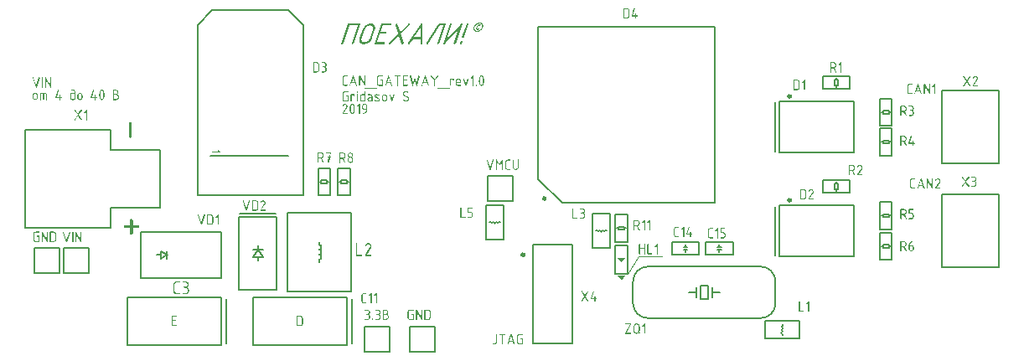
<source format=gto>
G04*
G04 #@! TF.GenerationSoftware,Altium Limited,Altium Designer,19.0.5 (141)*
G04*
G04 Layer_Color=65535*
%FSLAX43Y43*%
%MOMM*%
G71*
G01*
G75*
%ADD10C,0.300*%
%ADD11C,0.150*%
%ADD12C,0.200*%
%ADD13C,0.100*%
G36*
X55869Y4470D02*
X56269Y4022D01*
X56669Y4470D01*
X55869D01*
D02*
G37*
G36*
Y6296D02*
X56269Y5847D01*
X56669Y6296D01*
X55869D01*
D02*
G37*
G36*
X-1366Y24537D02*
X-1355Y24531D01*
X-1346Y24526D01*
X-1336Y24517D01*
X-1331Y24504D01*
X-1329Y24485D01*
Y23539D01*
Y23537D01*
Y23532D01*
X-1331Y23522D01*
X-1336Y23513D01*
X-1342Y23504D01*
X-1351Y23494D01*
X-1364Y23489D01*
X-1383Y23487D01*
X-1388D01*
X-1399Y23491D01*
X-1416Y23498D01*
X-1423Y23504D01*
X-1429Y23513D01*
X-1855Y24283D01*
Y23539D01*
Y23537D01*
Y23532D01*
X-1857Y23522D01*
X-1862Y23513D01*
X-1868Y23504D01*
X-1877Y23494D01*
X-1890Y23489D01*
X-1908Y23487D01*
X-1916D01*
X-1925Y23491D01*
X-1934Y23494D01*
X-1944Y23500D01*
X-1953Y23509D01*
X-1958Y23522D01*
X-1960Y23539D01*
Y24485D01*
Y24487D01*
Y24494D01*
X-1957Y24502D01*
X-1953Y24513D01*
X-1947Y24522D01*
X-1938Y24531D01*
X-1925Y24537D01*
X-1908Y24539D01*
X-1903D01*
X-1897Y24537D01*
X-1890Y24535D01*
X-1883Y24531D01*
X-1875Y24526D01*
X-1868Y24518D01*
X-1860Y24507D01*
X-1434Y23743D01*
Y24485D01*
Y24487D01*
Y24494D01*
X-1431Y24502D01*
X-1427Y24513D01*
X-1421Y24522D01*
X-1412Y24531D01*
X-1399Y24537D01*
X-1383Y24539D01*
X-1373D01*
X-1366Y24537D01*
D02*
G37*
G36*
X-2525D02*
X-2516Y24531D01*
X-2507Y24526D01*
X-2497Y24517D01*
X-2492Y24504D01*
X-2490Y24485D01*
Y24483D01*
Y24480D01*
X-2492Y24470D01*
X-2807Y23526D01*
Y23524D01*
X-2808Y23520D01*
X-2818Y23507D01*
X-2825Y23500D01*
X-2834Y23493D01*
X-2845Y23489D01*
X-2858Y23487D01*
X-2864D01*
X-2871Y23489D01*
X-2879Y23493D01*
X-2888Y23496D01*
X-2895Y23504D01*
X-2903Y23513D01*
X-2910Y23526D01*
X-3223Y24470D01*
Y24472D01*
Y24474D01*
X-3225Y24485D01*
Y24487D01*
Y24494D01*
X-3221Y24502D01*
X-3218Y24513D01*
X-3212Y24522D01*
X-3203Y24531D01*
X-3190Y24537D01*
X-3173Y24539D01*
X-3168D01*
X-3160Y24537D01*
X-3153Y24535D01*
X-3145Y24530D01*
X-3136Y24524D01*
X-3129Y24515D01*
X-3123Y24504D01*
X-2858Y23706D01*
X-2592Y24504D01*
Y24506D01*
X-2590Y24509D01*
X-2581Y24522D01*
X-2573Y24528D01*
X-2566Y24533D01*
X-2555Y24537D01*
X-2542Y24539D01*
X-2534D01*
X-2525Y24537D01*
D02*
G37*
G36*
X-2208D02*
X-2197Y24531D01*
X-2188Y24526D01*
X-2179Y24517D01*
X-2173Y24504D01*
X-2171Y24485D01*
Y23539D01*
Y23537D01*
Y23532D01*
X-2173Y23522D01*
X-2179Y23513D01*
X-2184Y23504D01*
X-2194Y23494D01*
X-2207Y23489D01*
X-2225Y23487D01*
X-2233D01*
X-2242Y23491D01*
X-2251Y23494D01*
X-2260Y23500D01*
X-2270Y23509D01*
X-2275Y23522D01*
X-2277Y23539D01*
Y24485D01*
Y24487D01*
Y24494D01*
X-2273Y24502D01*
X-2270Y24513D01*
X-2264Y24522D01*
X-2255Y24531D01*
X-2242Y24537D01*
X-2225Y24539D01*
X-2216D01*
X-2208Y24537D01*
D02*
G37*
G36*
X5215Y23275D02*
X5235Y23273D01*
X5261Y23267D01*
X5291Y23258D01*
X5322Y23243D01*
X5354Y23225D01*
X5383Y23199D01*
X5387Y23195D01*
X5396Y23186D01*
X5407Y23169D01*
X5422Y23147D01*
X5437Y23121D01*
X5448Y23090D01*
X5457Y23053D01*
X5461Y23014D01*
Y23012D01*
Y23008D01*
Y23001D01*
X5459Y22993D01*
X5457Y22982D01*
X5456Y22969D01*
X5448Y22942D01*
X5437Y22908D01*
X5420Y22875D01*
X5409Y22856D01*
X5396Y22840D01*
X5380Y22823D01*
X5363Y22808D01*
X5365Y22806D01*
X5370Y22805D01*
X5378Y22799D01*
X5387Y22792D01*
X5398Y22782D01*
X5411Y22771D01*
X5424Y22756D01*
X5439Y22742D01*
X5452Y22723D01*
X5465Y22705D01*
X5478Y22682D01*
X5489Y22658D01*
X5500Y22631D01*
X5507Y22603D01*
X5511Y22573D01*
X5513Y22540D01*
Y22538D01*
Y22534D01*
Y22527D01*
X5511Y22518D01*
Y22506D01*
X5507Y22493D01*
X5502Y22462D01*
X5491Y22427D01*
X5474Y22390D01*
X5463Y22371D01*
X5452Y22353D01*
X5437Y22334D01*
X5420Y22316D01*
X5419Y22314D01*
X5417Y22312D01*
X5411Y22308D01*
X5404Y22301D01*
X5394Y22295D01*
X5383Y22288D01*
X5357Y22271D01*
X5326Y22255D01*
X5287Y22240D01*
X5244Y22229D01*
X5220Y22227D01*
X5196Y22225D01*
X4926D01*
X4917Y22229D01*
X4907Y22232D01*
X4898Y22238D01*
X4889Y22247D01*
X4883Y22260D01*
X4882Y22277D01*
Y23223D01*
Y23225D01*
Y23232D01*
X4885Y23240D01*
X4889Y23251D01*
X4895Y23260D01*
X4904Y23269D01*
X4917Y23275D01*
X4933Y23277D01*
X5207D01*
X5215Y23275D01*
D02*
G37*
G36*
X3791Y23275D02*
X3800Y23273D01*
X3813Y23271D01*
X3826Y23266D01*
X3843Y23260D01*
X3859Y23251D01*
X3876Y23242D01*
X3895Y23227D01*
X3911Y23212D01*
X3930Y23192D01*
X3946Y23169D01*
X3963Y23142D01*
X3980Y23110D01*
X3993Y23075D01*
Y23073D01*
X3995Y23069D01*
X3996Y23062D01*
X4000Y23051D01*
X4004Y23038D01*
X4008Y23021D01*
X4011Y23003D01*
X4017Y22982D01*
X4021Y22960D01*
X4024Y22936D01*
X4028Y22908D01*
X4032Y22880D01*
X4037Y22819D01*
X4039Y22751D01*
Y22749D01*
Y22743D01*
Y22732D01*
Y22719D01*
X4037Y22703D01*
Y22684D01*
X4035Y22662D01*
X4034Y22640D01*
X4028Y22588D01*
X4019Y22534D01*
X4008Y22479D01*
X3993Y22425D01*
Y22423D01*
X3989Y22416D01*
X3985Y22406D01*
X3980Y22393D01*
X3972Y22379D01*
X3963Y22362D01*
X3941Y22325D01*
X3909Y22288D01*
X3893Y22271D01*
X3872Y22256D01*
X3852Y22244D01*
X3828Y22234D01*
X3804Y22227D01*
X3776Y22225D01*
X3769D01*
X3761Y22227D01*
X3752Y22229D01*
X3739Y22231D01*
X3724Y22236D01*
X3709Y22242D01*
X3693Y22251D01*
X3674Y22260D01*
X3658Y22273D01*
X3639Y22290D01*
X3621Y22310D01*
X3604Y22332D01*
X3587Y22358D01*
X3571Y22390D01*
X3558Y22425D01*
Y22427D01*
X3556Y22431D01*
X3554Y22440D01*
X3550Y22449D01*
X3547Y22462D01*
X3543Y22479D01*
X3539Y22497D01*
X3535Y22518D01*
X3532Y22540D01*
X3528Y22566D01*
X3524Y22592D01*
X3521Y22621D01*
X3515Y22682D01*
X3513Y22751D01*
Y22753D01*
Y22760D01*
Y22769D01*
Y22782D01*
X3515Y22799D01*
Y22818D01*
X3517Y22838D01*
X3519Y22862D01*
X3524Y22912D01*
X3532Y22968D01*
X3543Y23023D01*
X3558Y23077D01*
Y23079D01*
X3561Y23086D01*
X3565Y23095D01*
X3571Y23108D01*
X3578Y23123D01*
X3587Y23140D01*
X3611Y23177D01*
X3641Y23214D01*
X3659Y23230D01*
X3678Y23245D01*
X3700Y23258D01*
X3724Y23267D01*
X3748Y23275D01*
X3776Y23277D01*
X3784D01*
X3791Y23275D01*
D02*
G37*
G36*
X2950D02*
X2960Y23269D01*
X2969Y23264D01*
X2978Y23255D01*
X2984Y23242D01*
X2985Y23223D01*
Y23221D01*
Y23219D01*
X2984Y23208D01*
X2793Y22542D01*
X3039D01*
Y22699D01*
Y22701D01*
Y22708D01*
X3043Y22716D01*
X3047Y22727D01*
X3052Y22736D01*
X3061Y22745D01*
X3074Y22751D01*
X3091Y22753D01*
X3100D01*
X3108Y22751D01*
X3119Y22745D01*
X3128Y22740D01*
X3137Y22730D01*
X3143Y22718D01*
X3145Y22699D01*
Y22542D01*
X3258D01*
X3265Y22540D01*
X3276Y22534D01*
X3285Y22529D01*
X3295Y22519D01*
X3300Y22506D01*
X3302Y22488D01*
Y22486D01*
Y22481D01*
X3300Y22471D01*
X3295Y22462D01*
X3289Y22453D01*
X3280Y22444D01*
X3267Y22438D01*
X3248Y22436D01*
X3145D01*
Y22277D01*
Y22275D01*
Y22269D01*
X3143Y22260D01*
X3137Y22251D01*
X3132Y22242D01*
X3122Y22232D01*
X3110Y22227D01*
X3091Y22225D01*
X3084D01*
X3074Y22229D01*
X3065Y22232D01*
X3056Y22238D01*
X3047Y22247D01*
X3041Y22260D01*
X3039Y22277D01*
Y22436D01*
X2715D01*
X2706Y22440D01*
X2697Y22444D01*
X2687Y22449D01*
X2678Y22458D01*
X2673Y22471D01*
X2671Y22488D01*
Y22490D01*
Y22493D01*
Y22503D01*
X2882Y23238D01*
Y23240D01*
X2884Y23243D01*
X2887Y23251D01*
X2893Y23258D01*
X2900Y23264D01*
X2908Y23271D01*
X2921Y23275D01*
X2934Y23277D01*
X2941D01*
X2950Y23275D01*
D02*
G37*
G36*
X1584Y22960D02*
X1604Y22958D01*
X1630Y22953D01*
X1658Y22943D01*
X1689Y22929D01*
X1721Y22910D01*
X1750Y22884D01*
X1754Y22880D01*
X1763Y22871D01*
X1774Y22855D01*
X1789Y22832D01*
X1804Y22805D01*
X1815Y22773D01*
X1824Y22738D01*
X1828Y22697D01*
Y22488D01*
Y22486D01*
Y22482D01*
Y22477D01*
X1826Y22469D01*
X1824Y22449D01*
X1819Y22423D01*
X1810Y22393D01*
X1795Y22364D01*
X1776Y22331D01*
X1750Y22301D01*
X1747Y22297D01*
X1737Y22290D01*
X1721Y22277D01*
X1699Y22264D01*
X1671Y22249D01*
X1639Y22236D01*
X1604Y22229D01*
X1565Y22225D01*
X1554D01*
X1547Y22227D01*
X1526Y22229D01*
X1500Y22234D01*
X1471Y22244D01*
X1441Y22256D01*
X1408Y22275D01*
X1378Y22301D01*
X1375Y22305D01*
X1367Y22316D01*
X1354Y22331D01*
X1341Y22353D01*
X1326Y22381D01*
X1313Y22412D01*
X1306Y22449D01*
X1302Y22488D01*
Y22697D01*
Y22699D01*
Y22703D01*
Y22708D01*
X1304Y22716D01*
X1306Y22736D01*
X1312Y22762D01*
X1321Y22792D01*
X1334Y22823D01*
X1352Y22855D01*
X1378Y22884D01*
X1382Y22888D01*
X1393Y22897D01*
X1408Y22908D01*
X1430Y22923D01*
X1458Y22938D01*
X1489Y22949D01*
X1526Y22958D01*
X1565Y22962D01*
X1576D01*
X1584Y22960D01*
D02*
G37*
G36*
X912Y23273D02*
X932Y23269D01*
X956Y23262D01*
X980Y23251D01*
X1006Y23234D01*
X1030Y23214D01*
X1032Y23212D01*
X1039Y23203D01*
X1049Y23190D01*
X1062Y23173D01*
X1073Y23151D01*
X1082Y23125D01*
X1089Y23097D01*
X1091Y23066D01*
Y22434D01*
Y22432D01*
Y22431D01*
Y22419D01*
X1088Y22403D01*
X1084Y22382D01*
X1076Y22358D01*
X1065Y22334D01*
X1049Y22308D01*
X1028Y22284D01*
X1026Y22282D01*
X1017Y22275D01*
X1004Y22266D01*
X988Y22255D01*
X965Y22244D01*
X939Y22234D01*
X912Y22227D01*
X880Y22225D01*
X771D01*
X760Y22227D01*
X743Y22229D01*
X723Y22232D01*
X699Y22240D01*
X675Y22251D01*
X649Y22266D01*
X625Y22286D01*
X623Y22290D01*
X615Y22297D01*
X606Y22310D01*
X595Y22327D01*
X584Y22349D01*
X575Y22375D01*
X567Y22403D01*
X565Y22434D01*
Y22751D01*
Y22753D01*
Y22755D01*
X567Y22766D01*
X569Y22782D01*
X573Y22803D01*
X580Y22827D01*
X591Y22851D01*
X606Y22877D01*
X626Y22901D01*
X630Y22903D01*
X638Y22910D01*
X651Y22919D01*
X667Y22932D01*
X689Y22943D01*
X715Y22953D01*
X743Y22960D01*
X775Y22962D01*
X986D01*
Y23066D01*
Y23068D01*
Y23073D01*
X984Y23080D01*
X982Y23092D01*
X978Y23103D01*
X973Y23116D01*
X965Y23129D01*
X954Y23140D01*
X952Y23142D01*
X949Y23145D01*
X943Y23149D01*
X934Y23156D01*
X923Y23162D01*
X910Y23166D01*
X897Y23169D01*
X880Y23171D01*
X715D01*
X706Y23175D01*
X697Y23179D01*
X688Y23184D01*
X678Y23193D01*
X673Y23206D01*
X671Y23223D01*
Y23225D01*
Y23232D01*
X675Y23240D01*
X678Y23251D01*
X684Y23260D01*
X693Y23269D01*
X706Y23275D01*
X723Y23277D01*
X895D01*
X912Y23273D01*
D02*
G37*
G36*
X-629Y23275D02*
X-620Y23269D01*
X-610Y23264D01*
X-601Y23255D01*
X-596Y23242D01*
X-594Y23223D01*
Y23221D01*
Y23219D01*
X-596Y23208D01*
X-786Y22542D01*
X-540D01*
Y22699D01*
Y22701D01*
Y22708D01*
X-536Y22716D01*
X-533Y22727D01*
X-527Y22736D01*
X-518Y22745D01*
X-505Y22751D01*
X-488Y22753D01*
X-479D01*
X-472Y22751D01*
X-460Y22745D01*
X-451Y22740D01*
X-442Y22730D01*
X-436Y22718D01*
X-435Y22699D01*
Y22542D01*
X-322D01*
X-314Y22540D01*
X-303Y22534D01*
X-294Y22529D01*
X-285Y22519D01*
X-279Y22506D01*
X-277Y22488D01*
Y22486D01*
Y22481D01*
X-279Y22471D01*
X-285Y22462D01*
X-290Y22453D01*
X-299Y22444D01*
X-312Y22438D01*
X-331Y22436D01*
X-435D01*
Y22277D01*
Y22275D01*
Y22269D01*
X-436Y22260D01*
X-442Y22251D01*
X-448Y22242D01*
X-457Y22232D01*
X-470Y22227D01*
X-488Y22225D01*
X-496D01*
X-505Y22229D01*
X-514Y22232D01*
X-523Y22238D01*
X-533Y22247D01*
X-538Y22260D01*
X-540Y22277D01*
Y22436D01*
X-864D01*
X-873Y22440D01*
X-883Y22444D01*
X-892Y22449D01*
X-901Y22458D01*
X-907Y22471D01*
X-909Y22488D01*
Y22490D01*
Y22493D01*
Y22503D01*
X-697Y23238D01*
Y23240D01*
X-696Y23243D01*
X-692Y23251D01*
X-686Y23258D01*
X-679Y23264D01*
X-672Y23271D01*
X-659Y23275D01*
X-646Y23277D01*
X-638D01*
X-629Y23275D01*
D02*
G37*
G36*
X-1929Y22958D02*
X-1908Y22955D01*
X-1886Y22947D01*
X-1860Y22936D01*
X-1836Y22919D01*
X-1812Y22899D01*
X-1810Y22897D01*
X-1803Y22888D01*
X-1792Y22875D01*
X-1781Y22858D01*
X-1770Y22836D01*
X-1758Y22810D01*
X-1751Y22782D01*
X-1749Y22751D01*
Y22277D01*
Y22275D01*
Y22269D01*
X-1751Y22260D01*
X-1757Y22251D01*
X-1762Y22242D01*
X-1771Y22232D01*
X-1784Y22227D01*
X-1803Y22225D01*
X-1810D01*
X-1820Y22229D01*
X-1829Y22232D01*
X-1838Y22238D01*
X-1847Y22247D01*
X-1853Y22260D01*
X-1855Y22277D01*
Y22751D01*
Y22753D01*
Y22758D01*
X-1857Y22766D01*
X-1858Y22777D01*
X-1862Y22788D01*
X-1868Y22801D01*
X-1875Y22814D01*
X-1886Y22825D01*
X-1888Y22827D01*
X-1892Y22830D01*
X-1897Y22834D01*
X-1907Y22842D01*
X-1918Y22847D01*
X-1931Y22851D01*
X-1944Y22855D01*
X-1960Y22856D01*
X-2066D01*
Y22277D01*
Y22275D01*
Y22269D01*
X-2068Y22260D01*
X-2073Y22251D01*
X-2079Y22242D01*
X-2088Y22232D01*
X-2101Y22227D01*
X-2120Y22225D01*
X-2127D01*
X-2136Y22229D01*
X-2145Y22232D01*
X-2155Y22238D01*
X-2164Y22247D01*
X-2170Y22260D01*
X-2171Y22277D01*
Y22856D01*
X-2382D01*
Y22277D01*
Y22275D01*
Y22269D01*
X-2384Y22260D01*
X-2390Y22251D01*
X-2395Y22242D01*
X-2405Y22232D01*
X-2418Y22227D01*
X-2436Y22225D01*
X-2444D01*
X-2453Y22229D01*
X-2462Y22232D01*
X-2471Y22238D01*
X-2481Y22247D01*
X-2486Y22260D01*
X-2488Y22277D01*
Y22908D01*
Y22910D01*
Y22918D01*
X-2484Y22925D01*
X-2481Y22936D01*
X-2475Y22945D01*
X-2466Y22955D01*
X-2453Y22960D01*
X-2436Y22962D01*
X-1946D01*
X-1929Y22958D01*
D02*
G37*
G36*
X-2944Y22960D02*
X-2923Y22958D01*
X-2897Y22953D01*
X-2869Y22943D01*
X-2838Y22929D01*
X-2807Y22910D01*
X-2777Y22884D01*
X-2773Y22880D01*
X-2764Y22871D01*
X-2753Y22855D01*
X-2738Y22832D01*
X-2723Y22805D01*
X-2712Y22773D01*
X-2703Y22738D01*
X-2699Y22697D01*
Y22488D01*
Y22486D01*
Y22482D01*
Y22477D01*
X-2701Y22469D01*
X-2703Y22449D01*
X-2708Y22423D01*
X-2718Y22393D01*
X-2732Y22364D01*
X-2751Y22331D01*
X-2777Y22301D01*
X-2781Y22297D01*
X-2790Y22290D01*
X-2807Y22277D01*
X-2829Y22264D01*
X-2857Y22249D01*
X-2888Y22236D01*
X-2923Y22229D01*
X-2962Y22225D01*
X-2973D01*
X-2981Y22227D01*
X-3001Y22229D01*
X-3027Y22234D01*
X-3056Y22244D01*
X-3086Y22256D01*
X-3119Y22275D01*
X-3149Y22301D01*
X-3153Y22305D01*
X-3160Y22316D01*
X-3173Y22331D01*
X-3186Y22353D01*
X-3201Y22381D01*
X-3214Y22412D01*
X-3221Y22449D01*
X-3225Y22488D01*
Y22697D01*
Y22699D01*
Y22703D01*
Y22708D01*
X-3223Y22716D01*
X-3221Y22736D01*
X-3216Y22762D01*
X-3206Y22792D01*
X-3194Y22823D01*
X-3175Y22855D01*
X-3149Y22884D01*
X-3145Y22888D01*
X-3134Y22897D01*
X-3119Y22908D01*
X-3097Y22923D01*
X-3069Y22938D01*
X-3038Y22949D01*
X-3001Y22958D01*
X-2962Y22962D01*
X-2951D01*
X-2944Y22960D01*
D02*
G37*
G36*
X37728Y24716D02*
X37739Y24710D01*
X37748Y24705D01*
X37757Y24695D01*
X37763Y24682D01*
X37765Y24664D01*
Y24662D01*
X37763Y24655D01*
X37759Y24645D01*
X37752Y24634D01*
X37448Y24192D01*
Y23718D01*
Y23716D01*
Y23710D01*
X37446Y23701D01*
X37441Y23692D01*
X37435Y23682D01*
X37426Y23673D01*
X37413Y23668D01*
X37394Y23666D01*
X37387D01*
X37378Y23670D01*
X37368Y23673D01*
X37359Y23679D01*
X37350Y23688D01*
X37344Y23701D01*
X37343Y23718D01*
Y24188D01*
X37035Y24634D01*
X37033Y24636D01*
X37031Y24643D01*
X37028Y24653D01*
X37026Y24664D01*
Y24666D01*
Y24673D01*
X37030Y24681D01*
X37033Y24692D01*
X37039Y24701D01*
X37048Y24710D01*
X37061Y24716D01*
X37078Y24718D01*
X37083D01*
X37094Y24714D01*
X37107Y24708D01*
X37115Y24701D01*
X37122Y24693D01*
X37393Y24299D01*
X37665Y24695D01*
Y24697D01*
X37668Y24699D01*
X37678Y24706D01*
X37691Y24714D01*
X37700Y24718D01*
X37720D01*
X37728Y24716D01*
D02*
G37*
G36*
X39305Y24401D02*
X39316Y24395D01*
X39326Y24390D01*
X39335Y24381D01*
X39340Y24368D01*
X39342Y24349D01*
Y24244D01*
Y24242D01*
Y24236D01*
X39340Y24227D01*
X39335Y24218D01*
X39329Y24208D01*
X39320Y24199D01*
X39307Y24194D01*
X39289Y24192D01*
X39281D01*
X39272Y24195D01*
X39263Y24199D01*
X39253Y24205D01*
X39244Y24214D01*
X39239Y24227D01*
X39237Y24244D01*
Y24297D01*
X39028D01*
Y23718D01*
Y23716D01*
Y23710D01*
X39026Y23701D01*
X39020Y23692D01*
X39015Y23682D01*
X39005Y23673D01*
X38992Y23668D01*
X38974Y23666D01*
X38966D01*
X38957Y23670D01*
X38948Y23673D01*
X38939Y23679D01*
X38929Y23688D01*
X38924Y23701D01*
X38922Y23718D01*
Y24349D01*
Y24351D01*
Y24358D01*
X38926Y24366D01*
X38929Y24377D01*
X38935Y24386D01*
X38944Y24395D01*
X38957Y24401D01*
X38974Y24403D01*
X39298D01*
X39305Y24401D01*
D02*
G37*
G36*
X30354Y24716D02*
X30365Y24710D01*
X30375Y24705D01*
X30384Y24695D01*
X30390Y24682D01*
X30391Y24664D01*
Y23718D01*
Y23716D01*
Y23710D01*
X30390Y23701D01*
X30384Y23692D01*
X30378Y23682D01*
X30369Y23673D01*
X30356Y23668D01*
X30338Y23666D01*
X30332D01*
X30321Y23670D01*
X30304Y23677D01*
X30297Y23682D01*
X30291Y23692D01*
X29866Y24462D01*
Y23718D01*
Y23716D01*
Y23710D01*
X29864Y23701D01*
X29858Y23692D01*
X29853Y23682D01*
X29843Y23673D01*
X29830Y23668D01*
X29812Y23666D01*
X29804D01*
X29795Y23670D01*
X29786Y23673D01*
X29777Y23679D01*
X29767Y23688D01*
X29762Y23701D01*
X29760Y23718D01*
Y24664D01*
Y24666D01*
Y24673D01*
X29764Y24681D01*
X29767Y24692D01*
X29773Y24701D01*
X29782Y24710D01*
X29795Y24716D01*
X29812Y24718D01*
X29817D01*
X29823Y24716D01*
X29830Y24714D01*
X29838Y24710D01*
X29845Y24705D01*
X29853Y24697D01*
X29860Y24686D01*
X30286Y23921D01*
Y24664D01*
Y24666D01*
Y24673D01*
X30290Y24681D01*
X30293Y24692D01*
X30299Y24701D01*
X30308Y24710D01*
X30321Y24716D01*
X30338Y24718D01*
X30347D01*
X30354Y24716D01*
D02*
G37*
G36*
X35832Y24716D02*
X35841Y24710D01*
X35850Y24705D01*
X35859Y24695D01*
X35865Y24682D01*
X35867Y24664D01*
Y24662D01*
X35865Y24653D01*
X35656Y23708D01*
Y23707D01*
X35654Y23701D01*
X35650Y23695D01*
X35646Y23688D01*
X35639Y23679D01*
X35630Y23673D01*
X35619Y23668D01*
X35604Y23666D01*
X35598D01*
X35591Y23668D01*
X35583Y23671D01*
X35574Y23677D01*
X35565Y23684D01*
X35558Y23695D01*
X35550Y23710D01*
X35395Y24181D01*
X35237Y23710D01*
Y23708D01*
X35234Y23703D01*
X35230Y23695D01*
X35224Y23688D01*
X35217Y23681D01*
X35208Y23673D01*
X35196Y23668D01*
X35184Y23666D01*
X35176D01*
X35169Y23668D01*
X35161Y23671D01*
X35152Y23677D01*
X35145Y23684D01*
X35137Y23695D01*
X35132Y23710D01*
X34921Y24653D01*
Y24655D01*
Y24656D01*
Y24664D01*
Y24666D01*
Y24673D01*
X34924Y24681D01*
X34928Y24692D01*
X34934Y24701D01*
X34943Y24710D01*
X34956Y24716D01*
X34972Y24718D01*
X34980D01*
X34987Y24716D01*
X34995Y24712D01*
X35004Y24708D01*
X35013Y24701D01*
X35019Y24690D01*
X35024Y24677D01*
X35193Y23916D01*
X35341Y24358D01*
Y24360D01*
X35345Y24366D01*
X35348Y24373D01*
X35354Y24381D01*
X35359Y24388D01*
X35369Y24395D01*
X35380Y24401D01*
X35393Y24403D01*
X35398D01*
X35406Y24401D01*
X35415Y24397D01*
X35422Y24392D01*
X35432Y24384D01*
X35439Y24373D01*
X35446Y24358D01*
X35593Y23916D01*
X35763Y24677D01*
Y24679D01*
X35765Y24682D01*
X35769Y24690D01*
X35772Y24697D01*
X35780Y24705D01*
X35789Y24712D01*
X35800Y24716D01*
X35815Y24718D01*
X35822D01*
X35832Y24716D01*
D02*
G37*
G36*
X40779Y24401D02*
X40790Y24395D01*
X40800Y24390D01*
X40809Y24381D01*
X40814Y24368D01*
X40816Y24349D01*
Y24347D01*
Y24344D01*
X40813Y24332D01*
X40605Y23708D01*
Y23707D01*
X40601Y23701D01*
X40598Y23695D01*
X40594Y23688D01*
X40587Y23679D01*
X40577Y23673D01*
X40566Y23668D01*
X40553Y23666D01*
X40548D01*
X40540Y23668D01*
X40533Y23671D01*
X40524Y23677D01*
X40514Y23684D01*
X40507Y23694D01*
X40500Y23708D01*
X40292Y24332D01*
Y24334D01*
Y24338D01*
X40290Y24349D01*
Y24351D01*
Y24353D01*
X40292Y24362D01*
X40296Y24375D01*
X40305Y24386D01*
X40307Y24388D01*
X40316Y24395D01*
X40327Y24401D01*
X40342Y24403D01*
X40348D01*
X40355Y24401D01*
X40363Y24399D01*
X40372Y24394D01*
X40379Y24388D01*
X40387Y24379D01*
X40392Y24366D01*
X40553Y23884D01*
X40713Y24366D01*
Y24368D01*
X40714Y24371D01*
X40724Y24384D01*
X40729Y24392D01*
X40738Y24397D01*
X40750Y24401D01*
X40763Y24403D01*
X40772D01*
X40779Y24401D01*
D02*
G37*
G36*
X42148Y24716D02*
X42157Y24714D01*
X42170Y24712D01*
X42183Y24706D01*
X42199Y24701D01*
X42216Y24692D01*
X42233Y24682D01*
X42251Y24668D01*
X42268Y24653D01*
X42286Y24632D01*
X42303Y24610D01*
X42320Y24582D01*
X42336Y24551D01*
X42349Y24516D01*
Y24514D01*
X42351Y24510D01*
X42353Y24503D01*
X42357Y24492D01*
X42361Y24479D01*
X42364Y24462D01*
X42368Y24444D01*
X42374Y24423D01*
X42377Y24401D01*
X42381Y24377D01*
X42385Y24349D01*
X42388Y24321D01*
X42394Y24260D01*
X42396Y24192D01*
Y24190D01*
Y24184D01*
Y24173D01*
Y24160D01*
X42394Y24144D01*
Y24125D01*
X42392Y24103D01*
X42390Y24081D01*
X42385Y24029D01*
X42375Y23975D01*
X42364Y23919D01*
X42349Y23866D01*
Y23864D01*
X42346Y23857D01*
X42342Y23847D01*
X42336Y23834D01*
X42329Y23820D01*
X42320Y23803D01*
X42298Y23766D01*
X42266Y23729D01*
X42249Y23712D01*
X42229Y23697D01*
X42209Y23684D01*
X42185Y23675D01*
X42161Y23668D01*
X42133Y23666D01*
X42125D01*
X42118Y23668D01*
X42109Y23670D01*
X42096Y23671D01*
X42081Y23677D01*
X42066Y23682D01*
X42049Y23692D01*
X42031Y23701D01*
X42014Y23714D01*
X41996Y23731D01*
X41977Y23751D01*
X41961Y23773D01*
X41944Y23799D01*
X41927Y23831D01*
X41914Y23866D01*
Y23868D01*
X41912Y23871D01*
X41911Y23881D01*
X41907Y23890D01*
X41903Y23903D01*
X41899Y23919D01*
X41896Y23938D01*
X41892Y23958D01*
X41888Y23981D01*
X41885Y24007D01*
X41881Y24032D01*
X41877Y24062D01*
X41872Y24123D01*
X41870Y24192D01*
Y24194D01*
Y24201D01*
Y24210D01*
Y24223D01*
X41872Y24240D01*
Y24258D01*
X41874Y24279D01*
X41875Y24303D01*
X41881Y24353D01*
X41888Y24408D01*
X41899Y24464D01*
X41914Y24518D01*
Y24519D01*
X41918Y24527D01*
X41922Y24536D01*
X41927Y24549D01*
X41935Y24564D01*
X41944Y24581D01*
X41968Y24618D01*
X41998Y24655D01*
X42016Y24671D01*
X42035Y24686D01*
X42057Y24699D01*
X42081Y24708D01*
X42105Y24716D01*
X42133Y24718D01*
X42140D01*
X42148Y24716D01*
D02*
G37*
G36*
X41622Y23821D02*
X41633Y23816D01*
X41642Y23810D01*
X41651Y23801D01*
X41657Y23788D01*
X41659Y23770D01*
Y23718D01*
Y23716D01*
Y23710D01*
X41657Y23701D01*
X41651Y23692D01*
X41646Y23682D01*
X41637Y23673D01*
X41624Y23668D01*
X41605Y23666D01*
X41598D01*
X41588Y23670D01*
X41579Y23673D01*
X41570Y23679D01*
X41561Y23688D01*
X41555Y23701D01*
X41553Y23718D01*
Y23770D01*
Y23771D01*
Y23779D01*
X41557Y23786D01*
X41561Y23797D01*
X41566Y23807D01*
X41575Y23816D01*
X41588Y23821D01*
X41605Y23823D01*
X41614D01*
X41622Y23821D01*
D02*
G37*
G36*
X41307Y24716D02*
X41318Y24710D01*
X41327Y24705D01*
X41337Y24695D01*
X41342Y24682D01*
X41344Y24664D01*
Y23718D01*
Y23716D01*
Y23710D01*
X41342Y23701D01*
X41337Y23692D01*
X41331Y23682D01*
X41322Y23673D01*
X41309Y23668D01*
X41290Y23666D01*
X41283D01*
X41274Y23670D01*
X41264Y23673D01*
X41255Y23679D01*
X41246Y23688D01*
X41240Y23701D01*
X41238Y23718D01*
Y24538D01*
X41116Y24416D01*
X41114Y24414D01*
X41107Y24408D01*
X41094Y24403D01*
X41079Y24401D01*
X41072D01*
X41063Y24405D01*
X41053Y24408D01*
X41044Y24414D01*
X41035Y24423D01*
X41029Y24436D01*
X41027Y24455D01*
Y24456D01*
Y24458D01*
X41029Y24468D01*
X41033Y24479D01*
X41042Y24492D01*
X41248Y24697D01*
X41250Y24699D01*
X41251Y24701D01*
X41261Y24708D01*
X41274Y24714D01*
X41283Y24718D01*
X41300D01*
X41307Y24716D01*
D02*
G37*
G36*
X39835Y24401D02*
X39855Y24399D01*
X39881Y24394D01*
X39909Y24384D01*
X39940Y24369D01*
X39972Y24351D01*
X40002Y24325D01*
X40005Y24321D01*
X40014Y24312D01*
X40026Y24295D01*
X40040Y24273D01*
X40055Y24247D01*
X40066Y24216D01*
X40076Y24179D01*
X40079Y24140D01*
Y23982D01*
X39659D01*
Y23877D01*
Y23875D01*
Y23869D01*
X39661Y23862D01*
X39663Y23851D01*
X39666Y23838D01*
X39672Y23827D01*
X39679Y23814D01*
X39689Y23801D01*
X39690Y23799D01*
X39694Y23797D01*
X39702Y23792D01*
X39709Y23786D01*
X39720Y23781D01*
X39733Y23777D01*
X39748Y23773D01*
X39763Y23771D01*
X40035D01*
X40042Y23770D01*
X40053Y23764D01*
X40063Y23758D01*
X40072Y23749D01*
X40077Y23736D01*
X40079Y23718D01*
Y23716D01*
Y23710D01*
X40077Y23701D01*
X40072Y23692D01*
X40066Y23682D01*
X40057Y23673D01*
X40044Y23668D01*
X40026Y23666D01*
X39759D01*
X39748Y23668D01*
X39731Y23670D01*
X39711Y23673D01*
X39687Y23681D01*
X39663Y23692D01*
X39637Y23705D01*
X39613Y23725D01*
X39611Y23729D01*
X39603Y23736D01*
X39594Y23749D01*
X39583Y23768D01*
X39572Y23788D01*
X39563Y23814D01*
X39555Y23844D01*
X39553Y23875D01*
Y24138D01*
Y24140D01*
Y24144D01*
Y24149D01*
X39555Y24157D01*
X39557Y24177D01*
X39563Y24203D01*
X39572Y24232D01*
X39585Y24264D01*
X39603Y24295D01*
X39629Y24325D01*
X39633Y24329D01*
X39644Y24338D01*
X39659Y24349D01*
X39681Y24364D01*
X39709Y24379D01*
X39740Y24390D01*
X39777Y24399D01*
X39816Y24403D01*
X39827D01*
X39835Y24401D01*
D02*
G37*
G36*
X36457Y24716D02*
X36465Y24712D01*
X36474Y24708D01*
X36483Y24701D01*
X36491Y24690D01*
X36496Y24677D01*
X36811Y23734D01*
Y23732D01*
X36813Y23729D01*
Y23718D01*
Y23716D01*
Y23710D01*
X36811Y23701D01*
X36807Y23692D01*
X36800Y23682D01*
X36791Y23673D01*
X36778Y23668D01*
X36761Y23666D01*
X36756D01*
X36748Y23668D01*
X36741Y23670D01*
X36733Y23675D01*
X36724Y23681D01*
X36717Y23690D01*
X36711Y23701D01*
X36635Y23929D01*
X36256D01*
X36180Y23701D01*
Y23699D01*
X36178Y23695D01*
X36169Y23684D01*
X36161Y23677D01*
X36154Y23671D01*
X36143Y23668D01*
X36130Y23666D01*
X36122D01*
X36113Y23670D01*
X36104Y23673D01*
X36095Y23679D01*
X36085Y23688D01*
X36080Y23701D01*
X36078Y23718D01*
Y23720D01*
Y23723D01*
X36080Y23734D01*
X36393Y24675D01*
Y24677D01*
X36396Y24682D01*
X36400Y24688D01*
X36406Y24697D01*
X36411Y24705D01*
X36420Y24710D01*
X36432Y24716D01*
X36444Y24718D01*
X36450D01*
X36457Y24716D01*
D02*
G37*
G36*
X34672Y24716D02*
X34684Y24710D01*
X34693Y24705D01*
X34702Y24695D01*
X34708Y24682D01*
X34709Y24664D01*
Y24662D01*
Y24656D01*
X34708Y24647D01*
X34702Y24638D01*
X34697Y24629D01*
X34687Y24619D01*
X34674Y24614D01*
X34656Y24612D01*
X34289D01*
Y24297D01*
X34560D01*
X34567Y24295D01*
X34578Y24290D01*
X34587Y24284D01*
X34597Y24275D01*
X34602Y24262D01*
X34604Y24244D01*
Y24242D01*
Y24236D01*
X34602Y24227D01*
X34597Y24218D01*
X34591Y24208D01*
X34582Y24199D01*
X34569Y24194D01*
X34550Y24192D01*
X34289D01*
Y23771D01*
X34665D01*
X34672Y23770D01*
X34684Y23764D01*
X34693Y23758D01*
X34702Y23749D01*
X34708Y23736D01*
X34709Y23718D01*
Y23716D01*
Y23710D01*
X34708Y23701D01*
X34702Y23692D01*
X34697Y23682D01*
X34687Y23673D01*
X34674Y23668D01*
X34656Y23666D01*
X34228D01*
X34219Y23670D01*
X34210Y23673D01*
X34200Y23679D01*
X34191Y23688D01*
X34185Y23701D01*
X34184Y23718D01*
Y24664D01*
Y24666D01*
Y24673D01*
X34187Y24681D01*
X34191Y24692D01*
X34197Y24701D01*
X34206Y24710D01*
X34219Y24716D01*
X34235Y24718D01*
X34665D01*
X34672Y24716D01*
D02*
G37*
G36*
X33936D02*
X33947Y24710D01*
X33956Y24705D01*
X33965Y24695D01*
X33971Y24682D01*
X33973Y24664D01*
Y24662D01*
Y24656D01*
X33971Y24647D01*
X33965Y24638D01*
X33960Y24629D01*
X33950Y24619D01*
X33937Y24614D01*
X33919Y24612D01*
X33710D01*
Y23718D01*
Y23716D01*
Y23710D01*
X33708Y23701D01*
X33702Y23692D01*
X33697Y23682D01*
X33687Y23673D01*
X33674Y23668D01*
X33656Y23666D01*
X33648D01*
X33639Y23670D01*
X33630Y23673D01*
X33621Y23679D01*
X33611Y23688D01*
X33606Y23701D01*
X33604Y23718D01*
Y24612D01*
X33386D01*
X33376Y24616D01*
X33367Y24619D01*
X33358Y24625D01*
X33349Y24634D01*
X33343Y24647D01*
X33341Y24664D01*
Y24666D01*
Y24673D01*
X33345Y24681D01*
X33349Y24692D01*
X33354Y24701D01*
X33363Y24710D01*
X33376Y24716D01*
X33393Y24718D01*
X33928D01*
X33936Y24716D01*
D02*
G37*
G36*
X32773D02*
X32780Y24712D01*
X32789Y24708D01*
X32799Y24701D01*
X32806Y24690D01*
X32812Y24677D01*
X33126Y23734D01*
Y23732D01*
X33128Y23729D01*
Y23718D01*
Y23716D01*
Y23710D01*
X33126Y23701D01*
X33123Y23692D01*
X33115Y23682D01*
X33106Y23673D01*
X33093Y23668D01*
X33076Y23666D01*
X33071D01*
X33063Y23668D01*
X33056Y23670D01*
X33049Y23675D01*
X33039Y23681D01*
X33032Y23690D01*
X33026Y23701D01*
X32950Y23929D01*
X32571D01*
X32495Y23701D01*
Y23699D01*
X32493Y23695D01*
X32484Y23684D01*
X32476Y23677D01*
X32469Y23671D01*
X32458Y23668D01*
X32445Y23666D01*
X32438D01*
X32428Y23670D01*
X32419Y23673D01*
X32410Y23679D01*
X32400Y23688D01*
X32395Y23701D01*
X32393Y23718D01*
Y23720D01*
Y23723D01*
X32395Y23734D01*
X32708Y24675D01*
Y24677D01*
X32712Y24682D01*
X32715Y24688D01*
X32721Y24697D01*
X32726Y24705D01*
X32736Y24710D01*
X32747Y24716D01*
X32760Y24718D01*
X32765D01*
X32773Y24716D01*
D02*
G37*
G36*
X32145D02*
X32156Y24710D01*
X32165Y24705D01*
X32175Y24695D01*
X32180Y24682D01*
X32182Y24664D01*
Y24662D01*
Y24656D01*
X32180Y24647D01*
X32175Y24638D01*
X32169Y24629D01*
X32160Y24619D01*
X32147Y24614D01*
X32128Y24612D01*
X31802D01*
X31789Y24610D01*
X31775Y24606D01*
X31756Y24601D01*
X31738Y24592D01*
X31719Y24581D01*
X31701Y24566D01*
X31699Y24564D01*
X31693Y24558D01*
X31686Y24547D01*
X31678Y24534D01*
X31671Y24518D01*
X31664Y24499D01*
X31658Y24477D01*
X31656Y24453D01*
Y23929D01*
Y23925D01*
Y23918D01*
X31658Y23905D01*
X31662Y23890D01*
X31667Y23871D01*
X31675Y23853D01*
X31686Y23834D01*
X31701Y23816D01*
X31702Y23814D01*
X31710Y23808D01*
X31719Y23801D01*
X31732Y23794D01*
X31749Y23786D01*
X31767Y23779D01*
X31789Y23773D01*
X31813Y23771D01*
X32076D01*
Y24192D01*
X31963D01*
X31954Y24195D01*
X31945Y24199D01*
X31936Y24205D01*
X31926Y24214D01*
X31921Y24227D01*
X31919Y24244D01*
Y24245D01*
Y24253D01*
X31923Y24260D01*
X31926Y24271D01*
X31932Y24281D01*
X31941Y24290D01*
X31954Y24295D01*
X31971Y24297D01*
X32138D01*
X32145Y24295D01*
X32156Y24290D01*
X32165Y24284D01*
X32175Y24275D01*
X32180Y24262D01*
X32182Y24244D01*
Y23718D01*
Y23716D01*
Y23710D01*
X32180Y23701D01*
X32175Y23692D01*
X32169Y23682D01*
X32160Y23673D01*
X32147Y23668D01*
X32128Y23666D01*
X31802D01*
X31795Y23668D01*
X31775Y23670D01*
X31749Y23675D01*
X31719Y23684D01*
X31689Y23697D01*
X31656Y23716D01*
X31626Y23742D01*
X31623Y23745D01*
X31615Y23757D01*
X31602Y23771D01*
X31589Y23794D01*
X31575Y23821D01*
X31562Y23853D01*
X31554Y23890D01*
X31551Y23929D01*
Y24455D01*
Y24456D01*
Y24460D01*
Y24466D01*
X31552Y24473D01*
X31554Y24494D01*
X31560Y24518D01*
X31569Y24547D01*
X31582Y24579D01*
X31601Y24610D01*
X31626Y24640D01*
X31630Y24643D01*
X31641Y24653D01*
X31656Y24664D01*
X31678Y24679D01*
X31706Y24693D01*
X31738Y24705D01*
X31775Y24714D01*
X31813Y24718D01*
X32138D01*
X32145Y24716D01*
D02*
G37*
G36*
X29192D02*
X29199Y24712D01*
X29208Y24708D01*
X29217Y24701D01*
X29225Y24690D01*
X29230Y24677D01*
X29545Y23734D01*
Y23732D01*
X29547Y23729D01*
Y23718D01*
Y23716D01*
Y23710D01*
X29545Y23701D01*
X29542Y23692D01*
X29534Y23682D01*
X29525Y23673D01*
X29512Y23668D01*
X29495Y23666D01*
X29490D01*
X29482Y23668D01*
X29475Y23670D01*
X29467Y23675D01*
X29458Y23681D01*
X29451Y23690D01*
X29445Y23701D01*
X29369Y23929D01*
X28990D01*
X28914Y23701D01*
Y23699D01*
X28912Y23695D01*
X28903Y23684D01*
X28895Y23677D01*
X28888Y23671D01*
X28877Y23668D01*
X28864Y23666D01*
X28856D01*
X28847Y23670D01*
X28838Y23673D01*
X28829Y23679D01*
X28819Y23688D01*
X28814Y23701D01*
X28812Y23718D01*
Y23720D01*
Y23723D01*
X28814Y23734D01*
X29127Y24675D01*
Y24677D01*
X29130Y24682D01*
X29134Y24688D01*
X29140Y24697D01*
X29145Y24705D01*
X29155Y24710D01*
X29166Y24716D01*
X29179Y24718D01*
X29184D01*
X29192Y24716D01*
D02*
G37*
G36*
X28564D02*
X28575Y24710D01*
X28584Y24705D01*
X28593Y24695D01*
X28599Y24682D01*
X28601Y24664D01*
Y24662D01*
Y24656D01*
X28599Y24647D01*
X28593Y24638D01*
X28588Y24629D01*
X28579Y24619D01*
X28566Y24614D01*
X28547Y24612D01*
X28327D01*
X28314Y24610D01*
X28299Y24606D01*
X28281Y24601D01*
X28262Y24592D01*
X28243Y24581D01*
X28225Y24566D01*
X28223Y24564D01*
X28218Y24558D01*
X28210Y24547D01*
X28203Y24534D01*
X28195Y24518D01*
X28188Y24499D01*
X28182Y24477D01*
X28181Y24453D01*
Y23929D01*
Y23925D01*
Y23918D01*
X28182Y23905D01*
X28186Y23890D01*
X28192Y23871D01*
X28199Y23853D01*
X28210Y23834D01*
X28225Y23816D01*
X28227Y23814D01*
X28234Y23808D01*
X28243Y23801D01*
X28256Y23794D01*
X28273Y23786D01*
X28292Y23779D01*
X28314Y23773D01*
X28338Y23771D01*
X28556D01*
X28564Y23770D01*
X28575Y23764D01*
X28584Y23758D01*
X28593Y23749D01*
X28599Y23736D01*
X28601Y23718D01*
Y23716D01*
Y23710D01*
X28599Y23701D01*
X28593Y23692D01*
X28588Y23682D01*
X28579Y23673D01*
X28566Y23668D01*
X28547Y23666D01*
X28327D01*
X28319Y23668D01*
X28299Y23670D01*
X28273Y23675D01*
X28243Y23684D01*
X28214Y23697D01*
X28181Y23716D01*
X28151Y23742D01*
X28147Y23745D01*
X28140Y23757D01*
X28127Y23771D01*
X28114Y23794D01*
X28099Y23821D01*
X28086Y23853D01*
X28079Y23890D01*
X28075Y23929D01*
Y24455D01*
Y24456D01*
Y24460D01*
Y24466D01*
X28077Y24473D01*
X28079Y24494D01*
X28084Y24518D01*
X28094Y24547D01*
X28106Y24579D01*
X28125Y24610D01*
X28151Y24640D01*
X28155Y24643D01*
X28166Y24653D01*
X28181Y24664D01*
X28203Y24679D01*
X28231Y24693D01*
X28262Y24705D01*
X28299Y24714D01*
X28338Y24718D01*
X28556D01*
X28564Y24716D01*
D02*
G37*
G36*
X38937Y23453D02*
X38948Y23449D01*
X38957Y23442D01*
X38966Y23433D01*
X38972Y23420D01*
X38974Y23403D01*
Y23401D01*
Y23395D01*
X38972Y23386D01*
X38966Y23377D01*
X38961Y23366D01*
X38952Y23358D01*
X38939Y23351D01*
X38920Y23349D01*
X37757D01*
X37748Y23353D01*
X37739Y23357D01*
X37728Y23362D01*
X37720Y23371D01*
X37713Y23384D01*
X37711Y23403D01*
Y23405D01*
Y23410D01*
X37715Y23420D01*
X37718Y23429D01*
X37724Y23438D01*
X37733Y23447D01*
X37746Y23453D01*
X37765Y23455D01*
X38929D01*
X38937Y23453D01*
D02*
G37*
G36*
X31565Y23453D02*
X31576Y23449D01*
X31586Y23442D01*
X31595Y23433D01*
X31601Y23420D01*
X31602Y23403D01*
Y23401D01*
Y23395D01*
X31601Y23386D01*
X31595Y23377D01*
X31589Y23366D01*
X31580Y23358D01*
X31567Y23351D01*
X31549Y23349D01*
X30386D01*
X30377Y23353D01*
X30367Y23357D01*
X30356Y23362D01*
X30349Y23371D01*
X30341Y23384D01*
X30340Y23403D01*
Y23405D01*
Y23410D01*
X30343Y23420D01*
X30347Y23429D01*
X30353Y23438D01*
X30362Y23447D01*
X30375Y23453D01*
X30393Y23455D01*
X31558D01*
X31565Y23453D01*
D02*
G37*
G36*
X34491Y23137D02*
X34508Y23135D01*
X34528Y23133D01*
X34550Y23131D01*
X34595Y23124D01*
X34643Y23115D01*
X34687Y23100D01*
X34709Y23091D01*
X34728Y23081D01*
X34730D01*
X34734Y23078D01*
X34745Y23068D01*
X34754Y23054D01*
X34758Y23044D01*
X34759Y23033D01*
Y23030D01*
X34758Y23020D01*
X34752Y23009D01*
X34743Y22996D01*
X34741Y22994D01*
X34734Y22989D01*
X34722Y22983D01*
X34708Y22981D01*
X34702D01*
X34695Y22983D01*
X34685Y22987D01*
X34684D01*
X34680Y22989D01*
X34674Y22991D01*
X34665Y22994D01*
X34654Y22998D01*
X34641Y23002D01*
X34610Y23011D01*
X34572Y23018D01*
X34532Y23026D01*
X34489Y23031D01*
X34445Y23033D01*
X34434D01*
X34421Y23031D01*
X34406Y23028D01*
X34387Y23022D01*
X34369Y23013D01*
X34350Y23002D01*
X34332Y22987D01*
X34330Y22985D01*
X34324Y22980D01*
X34317Y22968D01*
X34310Y22956D01*
X34302Y22939D01*
X34295Y22920D01*
X34289Y22900D01*
X34287Y22876D01*
Y22874D01*
Y22872D01*
X34289Y22861D01*
X34291Y22843D01*
X34298Y22822D01*
X34308Y22800D01*
X34322Y22776D01*
X34345Y22754D01*
X34358Y22744D01*
X34373Y22735D01*
X34669Y22583D01*
X34671D01*
X34674Y22580D01*
X34682Y22576D01*
X34691Y22569D01*
X34715Y22552D01*
X34728Y22541D01*
X34741Y22526D01*
X34754Y22511D01*
X34767Y22494D01*
X34780Y22474D01*
X34791Y22454D01*
X34800Y22431D01*
X34808Y22406D01*
X34811Y22380D01*
X34813Y22350D01*
Y22348D01*
Y22344D01*
Y22339D01*
X34811Y22332D01*
X34809Y22311D01*
X34804Y22285D01*
X34795Y22256D01*
X34780Y22226D01*
X34761Y22193D01*
X34735Y22163D01*
X34732Y22159D01*
X34722Y22152D01*
X34706Y22139D01*
X34684Y22126D01*
X34656Y22111D01*
X34624Y22098D01*
X34587Y22091D01*
X34548Y22087D01*
X34530D01*
X34515Y22089D01*
X34498Y22091D01*
X34480Y22093D01*
X34458Y22096D01*
X34432Y22102D01*
X34378Y22115D01*
X34350Y22124D01*
X34321Y22135D01*
X34291Y22148D01*
X34261Y22165D01*
X34232Y22182D01*
X34204Y22202D01*
X34200Y22206D01*
X34193Y22213D01*
X34185Y22228D01*
X34184Y22235D01*
X34182Y22244D01*
Y22246D01*
Y22248D01*
X34184Y22257D01*
X34187Y22269D01*
X34197Y22280D01*
X34198Y22282D01*
X34208Y22289D01*
X34219Y22294D01*
X34234Y22296D01*
X34235D01*
X34243Y22294D01*
X34252Y22293D01*
X34263Y22287D01*
X34265Y22285D01*
X34273Y22282D01*
X34284Y22276D01*
X34298Y22269D01*
X34319Y22257D01*
X34345Y22244D01*
X34374Y22232D01*
X34410Y22215D01*
X34413D01*
X34421Y22211D01*
X34434Y22207D01*
X34450Y22204D01*
X34471Y22200D01*
X34495Y22196D01*
X34521Y22194D01*
X34548Y22193D01*
X34560D01*
X34572Y22194D01*
X34587Y22198D01*
X34606Y22204D01*
X34624Y22211D01*
X34643Y22222D01*
X34661Y22237D01*
X34663Y22239D01*
X34669Y22246D01*
X34676Y22256D01*
X34685Y22269D01*
X34693Y22285D01*
X34700Y22304D01*
X34706Y22326D01*
X34708Y22350D01*
Y22352D01*
Y22354D01*
X34706Y22367D01*
X34704Y22383D01*
X34697Y22404D01*
X34685Y22426D01*
X34671Y22450D01*
X34648Y22472D01*
X34634Y22481D01*
X34619Y22491D01*
X34324Y22643D01*
X34322D01*
X34319Y22646D01*
X34311Y22650D01*
X34302Y22656D01*
X34280Y22674D01*
X34267Y22685D01*
X34254Y22698D01*
X34239Y22715D01*
X34226Y22731D01*
X34215Y22750D01*
X34204Y22772D01*
X34195Y22794D01*
X34187Y22820D01*
X34184Y22846D01*
X34182Y22876D01*
Y22878D01*
Y22881D01*
Y22887D01*
X34184Y22894D01*
X34185Y22915D01*
X34191Y22939D01*
X34200Y22968D01*
X34213Y23000D01*
X34232Y23031D01*
X34258Y23061D01*
X34261Y23065D01*
X34273Y23074D01*
X34287Y23085D01*
X34310Y23100D01*
X34337Y23115D01*
X34369Y23126D01*
X34406Y23135D01*
X34445Y23139D01*
X34474D01*
X34491Y23137D01*
D02*
G37*
G36*
X29617D02*
X29629Y23131D01*
X29638Y23126D01*
X29647Y23117D01*
X29653Y23104D01*
X29654Y23085D01*
Y23033D01*
Y23031D01*
Y23026D01*
X29653Y23017D01*
X29647Y23007D01*
X29642Y22998D01*
X29632Y22989D01*
X29619Y22983D01*
X29601Y22981D01*
X29593D01*
X29584Y22985D01*
X29575Y22989D01*
X29566Y22994D01*
X29556Y23004D01*
X29551Y23017D01*
X29549Y23033D01*
Y23085D01*
Y23087D01*
Y23094D01*
X29553Y23102D01*
X29556Y23113D01*
X29562Y23122D01*
X29571Y23131D01*
X29584Y23137D01*
X29601Y23139D01*
X29610D01*
X29617Y23137D01*
D02*
G37*
G36*
X31604Y22822D02*
X31617Y22820D01*
X31645Y22817D01*
X31676Y22809D01*
X31712Y22800D01*
X31749Y22785D01*
X31784Y22765D01*
X31786D01*
X31789Y22761D01*
X31799Y22752D01*
X31810Y22737D01*
X31812Y22728D01*
X31813Y22719D01*
Y22717D01*
Y22715D01*
X31812Y22706D01*
X31806Y22693D01*
X31797Y22680D01*
X31795Y22678D01*
X31788Y22672D01*
X31775Y22667D01*
X31760Y22665D01*
X31758D01*
X31751Y22667D01*
X31743Y22669D01*
X31736Y22672D01*
X31732Y22674D01*
X31723Y22680D01*
X31708Y22687D01*
X31688Y22696D01*
X31664Y22704D01*
X31636Y22711D01*
X31606Y22717D01*
X31575Y22719D01*
X31564D01*
X31554Y22717D01*
X31534Y22715D01*
X31510Y22709D01*
X31486Y22700D01*
X31465Y22685D01*
X31456Y22676D01*
X31451Y22665D01*
X31447Y22654D01*
X31445Y22639D01*
Y22637D01*
Y22631D01*
X31447Y22622D01*
X31451Y22611D01*
X31456Y22600D01*
X31464Y22589D01*
X31473Y22578D01*
X31488Y22569D01*
X31760Y22437D01*
X31762D01*
X31764Y22435D01*
X31769Y22431D01*
X31776Y22428D01*
X31793Y22415D01*
X31813Y22396D01*
X31832Y22374D01*
X31849Y22344D01*
X31856Y22328D01*
X31862Y22311D01*
X31864Y22291D01*
X31865Y22270D01*
Y22269D01*
Y22267D01*
X31864Y22256D01*
X31862Y22237D01*
X31856Y22217D01*
X31847Y22193D01*
X31834Y22169D01*
X31815Y22146D01*
X31789Y22126D01*
X31786Y22124D01*
X31778Y22120D01*
X31764Y22113D01*
X31745Y22107D01*
X31721Y22100D01*
X31691Y22093D01*
X31660Y22089D01*
X31623Y22087D01*
X31608D01*
X31597Y22089D01*
X31584D01*
X31569Y22091D01*
X31534Y22094D01*
X31493Y22102D01*
X31451Y22111D01*
X31408Y22126D01*
X31367Y22144D01*
X31365D01*
X31364Y22148D01*
X31354Y22157D01*
X31343Y22170D01*
X31341Y22180D01*
X31339Y22191D01*
Y22193D01*
Y22194D01*
X31341Y22204D01*
X31345Y22217D01*
X31354Y22228D01*
X31356Y22230D01*
X31365Y22237D01*
X31377Y22243D01*
X31391Y22244D01*
X31397D01*
X31404Y22243D01*
X31412Y22241D01*
X31414D01*
X31415Y22239D01*
X31423Y22237D01*
X31430Y22233D01*
X31441Y22228D01*
X31452Y22224D01*
X31469Y22219D01*
X31486Y22211D01*
X31489D01*
X31499Y22207D01*
X31512Y22206D01*
X31530Y22202D01*
X31551Y22198D01*
X31575Y22196D01*
X31625Y22193D01*
X31638D01*
X31645Y22194D01*
X31667Y22196D01*
X31693Y22202D01*
X31717Y22211D01*
X31739Y22226D01*
X31747Y22235D01*
X31754Y22244D01*
X31758Y22257D01*
X31760Y22270D01*
Y22272D01*
Y22278D01*
X31758Y22287D01*
X31754Y22298D01*
X31749Y22309D01*
X31741Y22320D01*
X31730Y22332D01*
X31715Y22341D01*
X31445Y22472D01*
X31443D01*
X31441Y22474D01*
X31436Y22478D01*
X31428Y22481D01*
X31412Y22494D01*
X31393Y22511D01*
X31373Y22535D01*
X31356Y22563D01*
X31349Y22580D01*
X31343Y22598D01*
X31341Y22619D01*
X31339Y22639D01*
Y22641D01*
Y22643D01*
X31341Y22654D01*
X31343Y22670D01*
X31349Y22691D01*
X31358Y22713D01*
X31371Y22737D01*
X31389Y22759D01*
X31414Y22780D01*
X31417Y22781D01*
X31425Y22787D01*
X31439Y22794D01*
X31458Y22802D01*
X31482Y22809D01*
X31510Y22817D01*
X31539Y22822D01*
X31575Y22824D01*
X31595D01*
X31604Y22822D01*
D02*
G37*
G36*
X29301D02*
X29312Y22817D01*
X29321Y22811D01*
X29330Y22802D01*
X29336Y22789D01*
X29338Y22770D01*
Y22665D01*
Y22663D01*
Y22657D01*
X29336Y22648D01*
X29330Y22639D01*
X29325Y22630D01*
X29316Y22620D01*
X29303Y22615D01*
X29284Y22613D01*
X29277D01*
X29267Y22617D01*
X29258Y22620D01*
X29249Y22626D01*
X29240Y22635D01*
X29234Y22648D01*
X29232Y22665D01*
Y22719D01*
X29023D01*
Y22139D01*
Y22137D01*
Y22132D01*
X29021Y22122D01*
X29016Y22113D01*
X29010Y22104D01*
X29001Y22094D01*
X28988Y22089D01*
X28969Y22087D01*
X28962D01*
X28953Y22091D01*
X28943Y22094D01*
X28934Y22100D01*
X28925Y22109D01*
X28919Y22122D01*
X28918Y22139D01*
Y22770D01*
Y22772D01*
Y22780D01*
X28921Y22787D01*
X28925Y22798D01*
X28930Y22807D01*
X28940Y22817D01*
X28953Y22822D01*
X28969Y22824D01*
X29293D01*
X29301Y22822D01*
D02*
G37*
G36*
X33302D02*
X33313Y22817D01*
X33323Y22811D01*
X33332Y22802D01*
X33337Y22789D01*
X33339Y22770D01*
Y22768D01*
Y22765D01*
X33336Y22754D01*
X33128Y22130D01*
Y22128D01*
X33124Y22122D01*
X33121Y22117D01*
X33117Y22109D01*
X33110Y22100D01*
X33100Y22094D01*
X33089Y22089D01*
X33076Y22087D01*
X33071D01*
X33063Y22089D01*
X33056Y22093D01*
X33047Y22098D01*
X33037Y22106D01*
X33030Y22115D01*
X33023Y22130D01*
X32815Y22754D01*
Y22756D01*
Y22759D01*
X32813Y22770D01*
Y22772D01*
Y22774D01*
X32815Y22783D01*
X32819Y22796D01*
X32828Y22807D01*
X32830Y22809D01*
X32839Y22817D01*
X32850Y22822D01*
X32865Y22824D01*
X32871D01*
X32878Y22822D01*
X32886Y22820D01*
X32895Y22815D01*
X32902Y22809D01*
X32910Y22800D01*
X32915Y22787D01*
X33076Y22306D01*
X33236Y22787D01*
Y22789D01*
X33237Y22793D01*
X33247Y22806D01*
X33252Y22813D01*
X33262Y22819D01*
X33273Y22822D01*
X33286Y22824D01*
X33295D01*
X33302Y22822D01*
D02*
G37*
G36*
X32358D02*
X32378Y22820D01*
X32404Y22815D01*
X32432Y22806D01*
X32463Y22791D01*
X32495Y22772D01*
X32525Y22746D01*
X32528Y22743D01*
X32537Y22733D01*
X32549Y22717D01*
X32563Y22694D01*
X32578Y22667D01*
X32589Y22635D01*
X32599Y22600D01*
X32602Y22559D01*
Y22350D01*
Y22348D01*
Y22344D01*
Y22339D01*
X32600Y22332D01*
X32599Y22311D01*
X32593Y22285D01*
X32584Y22256D01*
X32569Y22226D01*
X32550Y22193D01*
X32525Y22163D01*
X32521Y22159D01*
X32512Y22152D01*
X32495Y22139D01*
X32473Y22126D01*
X32445Y22111D01*
X32413Y22098D01*
X32378Y22091D01*
X32339Y22087D01*
X32328D01*
X32321Y22089D01*
X32300Y22091D01*
X32275Y22096D01*
X32245Y22106D01*
X32215Y22119D01*
X32182Y22137D01*
X32152Y22163D01*
X32149Y22167D01*
X32141Y22178D01*
X32128Y22193D01*
X32115Y22215D01*
X32101Y22243D01*
X32088Y22274D01*
X32080Y22311D01*
X32076Y22350D01*
Y22559D01*
Y22561D01*
Y22565D01*
Y22570D01*
X32078Y22578D01*
X32080Y22598D01*
X32086Y22624D01*
X32095Y22654D01*
X32108Y22685D01*
X32126Y22717D01*
X32152Y22746D01*
X32156Y22750D01*
X32167Y22759D01*
X32182Y22770D01*
X32204Y22785D01*
X32232Y22800D01*
X32263Y22811D01*
X32300Y22820D01*
X32339Y22824D01*
X32350D01*
X32358Y22822D01*
D02*
G37*
G36*
X30949Y22820D02*
X30969Y22817D01*
X30993Y22809D01*
X31017Y22798D01*
X31043Y22783D01*
X31067Y22763D01*
X31069Y22761D01*
X31077Y22752D01*
X31086Y22739D01*
X31099Y22722D01*
X31110Y22700D01*
X31119Y22674D01*
X31127Y22644D01*
X31128Y22613D01*
Y22139D01*
Y22137D01*
Y22132D01*
X31127Y22122D01*
X31121Y22113D01*
X31115Y22104D01*
X31106Y22094D01*
X31093Y22089D01*
X31075Y22087D01*
X30808D01*
X30797Y22089D01*
X30780Y22091D01*
X30760Y22094D01*
X30736Y22102D01*
X30712Y22113D01*
X30686Y22128D01*
X30662Y22148D01*
X30660Y22152D01*
X30653Y22159D01*
X30643Y22172D01*
X30632Y22191D01*
X30621Y22211D01*
X30612Y22237D01*
X30604Y22267D01*
X30603Y22298D01*
Y22300D01*
Y22307D01*
X30604Y22319D01*
X30606Y22333D01*
X30610Y22350D01*
X30614Y22367D01*
X30621Y22385D01*
X30630Y22404D01*
Y22406D01*
X30634Y22407D01*
X30636Y22413D01*
X30641Y22420D01*
X30656Y22437D01*
X30675Y22457D01*
X30701Y22476D01*
X30732Y22493D01*
X30749Y22500D01*
X30769Y22506D01*
X30790Y22507D01*
X30812Y22509D01*
X31023D01*
Y22613D01*
Y22615D01*
Y22620D01*
X31021Y22628D01*
X31019Y22639D01*
X31015Y22650D01*
X31010Y22663D01*
X31002Y22676D01*
X30991Y22687D01*
X30990Y22689D01*
X30986Y22693D01*
X30980Y22696D01*
X30971Y22704D01*
X30960Y22709D01*
X30947Y22713D01*
X30934Y22717D01*
X30917Y22719D01*
X30701D01*
X30691Y22722D01*
X30682Y22726D01*
X30671Y22731D01*
X30664Y22741D01*
X30656Y22754D01*
X30654Y22770D01*
Y22772D01*
Y22780D01*
X30658Y22787D01*
X30662Y22798D01*
X30667Y22807D01*
X30677Y22817D01*
X30690Y22822D01*
X30708Y22824D01*
X30932D01*
X30949Y22820D01*
D02*
G37*
G36*
X30354Y23137D02*
X30365Y23131D01*
X30375Y23126D01*
X30384Y23117D01*
X30390Y23104D01*
X30391Y23085D01*
Y22139D01*
Y22137D01*
Y22132D01*
X30390Y22122D01*
X30384Y22113D01*
X30378Y22104D01*
X30369Y22094D01*
X30356Y22089D01*
X30338Y22087D01*
X30071D01*
X30060Y22089D01*
X30043Y22091D01*
X30023Y22094D01*
X29999Y22102D01*
X29975Y22113D01*
X29949Y22126D01*
X29925Y22146D01*
X29923Y22150D01*
X29916Y22157D01*
X29906Y22170D01*
X29895Y22189D01*
X29884Y22209D01*
X29875Y22235D01*
X29867Y22265D01*
X29866Y22296D01*
Y22613D01*
Y22615D01*
Y22622D01*
X29867Y22633D01*
X29869Y22648D01*
X29873Y22665D01*
X29877Y22681D01*
X29884Y22700D01*
X29893Y22719D01*
Y22720D01*
X29897Y22722D01*
X29899Y22728D01*
X29904Y22735D01*
X29919Y22752D01*
X29938Y22772D01*
X29964Y22791D01*
X29995Y22807D01*
X30012Y22815D01*
X30032Y22820D01*
X30053Y22822D01*
X30075Y22824D01*
X30286D01*
Y23085D01*
Y23087D01*
Y23094D01*
X30290Y23102D01*
X30293Y23113D01*
X30299Y23122D01*
X30308Y23131D01*
X30321Y23137D01*
X30338Y23139D01*
X30347D01*
X30354Y23137D01*
D02*
G37*
G36*
X29617Y22822D02*
X29629Y22817D01*
X29638Y22811D01*
X29647Y22802D01*
X29653Y22789D01*
X29654Y22770D01*
Y22139D01*
Y22137D01*
Y22132D01*
X29653Y22122D01*
X29647Y22113D01*
X29642Y22104D01*
X29632Y22094D01*
X29619Y22089D01*
X29601Y22087D01*
X29593D01*
X29584Y22091D01*
X29575Y22094D01*
X29566Y22100D01*
X29556Y22109D01*
X29551Y22122D01*
X29549Y22139D01*
Y22770D01*
Y22772D01*
Y22780D01*
X29553Y22787D01*
X29556Y22798D01*
X29562Y22807D01*
X29571Y22817D01*
X29584Y22822D01*
X29601Y22824D01*
X29610D01*
X29617Y22822D01*
D02*
G37*
G36*
X28669Y23137D02*
X28680Y23131D01*
X28690Y23126D01*
X28699Y23117D01*
X28705Y23104D01*
X28706Y23085D01*
Y23083D01*
Y23078D01*
X28705Y23068D01*
X28699Y23059D01*
X28693Y23050D01*
X28684Y23041D01*
X28671Y23035D01*
X28653Y23033D01*
X28327D01*
X28314Y23031D01*
X28299Y23028D01*
X28281Y23022D01*
X28262Y23013D01*
X28243Y23002D01*
X28225Y22987D01*
X28223Y22985D01*
X28218Y22980D01*
X28210Y22968D01*
X28203Y22956D01*
X28195Y22939D01*
X28188Y22920D01*
X28182Y22898D01*
X28181Y22874D01*
Y22350D01*
Y22346D01*
Y22339D01*
X28182Y22326D01*
X28186Y22311D01*
X28192Y22293D01*
X28199Y22274D01*
X28210Y22256D01*
X28225Y22237D01*
X28227Y22235D01*
X28234Y22230D01*
X28243Y22222D01*
X28256Y22215D01*
X28273Y22207D01*
X28292Y22200D01*
X28314Y22194D01*
X28338Y22193D01*
X28601D01*
Y22613D01*
X28488D01*
X28479Y22617D01*
X28469Y22620D01*
X28460Y22626D01*
X28451Y22635D01*
X28445Y22648D01*
X28443Y22665D01*
Y22667D01*
Y22674D01*
X28447Y22681D01*
X28451Y22693D01*
X28456Y22702D01*
X28466Y22711D01*
X28479Y22717D01*
X28495Y22719D01*
X28662D01*
X28669Y22717D01*
X28680Y22711D01*
X28690Y22706D01*
X28699Y22696D01*
X28705Y22683D01*
X28706Y22665D01*
Y22139D01*
Y22137D01*
Y22132D01*
X28705Y22122D01*
X28699Y22113D01*
X28693Y22104D01*
X28684Y22094D01*
X28671Y22089D01*
X28653Y22087D01*
X28327D01*
X28319Y22089D01*
X28299Y22091D01*
X28273Y22096D01*
X28243Y22106D01*
X28214Y22119D01*
X28181Y22137D01*
X28151Y22163D01*
X28147Y22167D01*
X28140Y22178D01*
X28127Y22193D01*
X28114Y22215D01*
X28099Y22243D01*
X28086Y22274D01*
X28079Y22311D01*
X28075Y22350D01*
Y22876D01*
Y22878D01*
Y22881D01*
Y22887D01*
X28077Y22894D01*
X28079Y22915D01*
X28084Y22939D01*
X28094Y22968D01*
X28106Y23000D01*
X28125Y23031D01*
X28151Y23061D01*
X28155Y23065D01*
X28166Y23074D01*
X28181Y23085D01*
X28203Y23100D01*
X28231Y23115D01*
X28262Y23126D01*
X28299Y23135D01*
X28338Y23139D01*
X28662D01*
X28669Y23137D01*
D02*
G37*
G36*
X30356Y21875D02*
X30377Y21873D01*
X30403Y21867D01*
X30430Y21858D01*
X30462Y21843D01*
X30493Y21825D01*
X30523Y21799D01*
X30527Y21795D01*
X30536Y21786D01*
X30547Y21769D01*
X30562Y21747D01*
X30577Y21721D01*
X30588Y21690D01*
X30597Y21653D01*
X30601Y21614D01*
Y21297D01*
Y21293D01*
Y21286D01*
X30599Y21271D01*
X30597Y21253D01*
X30593Y21231D01*
X30588Y21205D01*
X30580Y21175D01*
X30569Y21145D01*
X30556Y21112D01*
X30540Y21077D01*
X30519Y21042D01*
X30495Y21006D01*
X30467Y20971D01*
X30434Y20938D01*
X30395Y20905D01*
X30351Y20875D01*
X30347Y20873D01*
X30338Y20868D01*
X30323Y20858D01*
X30306Y20851D01*
X30286Y20842D01*
X30266Y20832D01*
X30249Y20827D01*
X30232Y20825D01*
X30228D01*
X30219Y20827D01*
X30208Y20831D01*
X30195Y20840D01*
X30193Y20844D01*
X30188Y20851D01*
X30180Y20862D01*
X30178Y20877D01*
Y20879D01*
Y20882D01*
X30180Y20890D01*
X30182Y20897D01*
X30186Y20905D01*
X30190Y20912D01*
X30197Y20918D01*
X30206Y20921D01*
X30208Y20923D01*
X30216Y20925D01*
X30227Y20929D01*
X30240Y20934D01*
X30271Y20949D01*
X30286Y20956D01*
X30301Y20966D01*
X30303Y20968D01*
X30308Y20971D01*
X30317Y20977D01*
X30328Y20986D01*
X30341Y20997D01*
X30356Y21010D01*
X30371Y21025D01*
X30388Y21042D01*
X30406Y21060D01*
X30423Y21082D01*
X30438Y21105D01*
X30453Y21131D01*
X30465Y21156D01*
X30477Y21184D01*
X30486Y21214D01*
X30491Y21245D01*
X30327D01*
X30319Y21247D01*
X30299Y21249D01*
X30273Y21255D01*
X30243Y21264D01*
X30214Y21277D01*
X30180Y21295D01*
X30151Y21321D01*
X30147Y21325D01*
X30140Y21336D01*
X30127Y21351D01*
X30114Y21373D01*
X30099Y21401D01*
X30086Y21432D01*
X30079Y21469D01*
X30075Y21508D01*
Y21612D01*
Y21614D01*
Y21618D01*
Y21623D01*
X30077Y21630D01*
X30079Y21651D01*
X30084Y21677D01*
X30093Y21706D01*
X30106Y21738D01*
X30125Y21769D01*
X30151Y21799D01*
X30154Y21803D01*
X30166Y21812D01*
X30180Y21823D01*
X30203Y21838D01*
X30230Y21853D01*
X30262Y21864D01*
X30299Y21873D01*
X30338Y21877D01*
X30349D01*
X30356Y21875D01*
D02*
G37*
G36*
X29829D02*
X29840Y21869D01*
X29849Y21864D01*
X29858Y21855D01*
X29864Y21842D01*
X29866Y21823D01*
Y20877D01*
Y20875D01*
Y20869D01*
X29864Y20860D01*
X29858Y20851D01*
X29853Y20842D01*
X29843Y20832D01*
X29830Y20827D01*
X29812Y20825D01*
X29804D01*
X29795Y20829D01*
X29786Y20832D01*
X29777Y20838D01*
X29767Y20847D01*
X29762Y20860D01*
X29760Y20877D01*
Y21697D01*
X29638Y21575D01*
X29636Y21573D01*
X29629Y21568D01*
X29616Y21562D01*
X29601Y21560D01*
X29593D01*
X29584Y21564D01*
X29575Y21568D01*
X29566Y21573D01*
X29556Y21582D01*
X29551Y21595D01*
X29549Y21614D01*
Y21616D01*
Y21618D01*
X29551Y21627D01*
X29554Y21638D01*
X29564Y21651D01*
X29769Y21856D01*
X29771Y21858D01*
X29773Y21860D01*
X29782Y21867D01*
X29795Y21873D01*
X29804Y21877D01*
X29821D01*
X29829Y21875D01*
D02*
G37*
G36*
X29090D02*
X29099Y21873D01*
X29112Y21871D01*
X29125Y21866D01*
X29142Y21860D01*
X29158Y21851D01*
X29175Y21842D01*
X29193Y21827D01*
X29210Y21812D01*
X29229Y21792D01*
X29245Y21769D01*
X29262Y21742D01*
X29279Y21710D01*
X29292Y21675D01*
Y21673D01*
X29293Y21669D01*
X29295Y21662D01*
X29299Y21651D01*
X29303Y21638D01*
X29306Y21621D01*
X29310Y21603D01*
X29316Y21582D01*
X29319Y21560D01*
X29323Y21536D01*
X29327Y21508D01*
X29330Y21480D01*
X29336Y21419D01*
X29338Y21351D01*
Y21349D01*
Y21343D01*
Y21332D01*
Y21319D01*
X29336Y21303D01*
Y21284D01*
X29334Y21262D01*
X29332Y21240D01*
X29327Y21188D01*
X29317Y21134D01*
X29306Y21079D01*
X29292Y21025D01*
Y21023D01*
X29288Y21016D01*
X29284Y21006D01*
X29279Y20993D01*
X29271Y20979D01*
X29262Y20962D01*
X29240Y20925D01*
X29208Y20888D01*
X29192Y20871D01*
X29171Y20856D01*
X29151Y20844D01*
X29127Y20834D01*
X29103Y20827D01*
X29075Y20825D01*
X29067D01*
X29060Y20827D01*
X29051Y20829D01*
X29038Y20831D01*
X29023Y20836D01*
X29008Y20842D01*
X28992Y20851D01*
X28973Y20860D01*
X28956Y20873D01*
X28938Y20890D01*
X28919Y20910D01*
X28903Y20932D01*
X28886Y20958D01*
X28869Y20990D01*
X28856Y21025D01*
Y21027D01*
X28855Y21031D01*
X28853Y21040D01*
X28849Y21049D01*
X28845Y21062D01*
X28842Y21079D01*
X28838Y21097D01*
X28834Y21118D01*
X28830Y21140D01*
X28827Y21166D01*
X28823Y21192D01*
X28819Y21221D01*
X28814Y21282D01*
X28812Y21351D01*
Y21353D01*
Y21360D01*
Y21369D01*
Y21382D01*
X28814Y21399D01*
Y21418D01*
X28816Y21438D01*
X28818Y21462D01*
X28823Y21512D01*
X28830Y21568D01*
X28842Y21623D01*
X28856Y21677D01*
Y21679D01*
X28860Y21686D01*
X28864Y21695D01*
X28869Y21708D01*
X28877Y21723D01*
X28886Y21740D01*
X28910Y21777D01*
X28940Y21814D01*
X28958Y21830D01*
X28977Y21845D01*
X28999Y21858D01*
X29023Y21867D01*
X29047Y21875D01*
X29075Y21877D01*
X29082D01*
X29090Y21875D01*
D02*
G37*
G36*
X28356D02*
X28377Y21873D01*
X28401Y21867D01*
X28431Y21858D01*
X28462Y21843D01*
X28493Y21825D01*
X28523Y21799D01*
X28527Y21795D01*
X28536Y21786D01*
X28547Y21769D01*
X28562Y21747D01*
X28577Y21719D01*
X28588Y21688D01*
X28597Y21653D01*
X28601Y21614D01*
Y21610D01*
Y21601D01*
X28599Y21586D01*
X28595Y21566D01*
X28590Y21543D01*
X28580Y21518D01*
X28569Y21490D01*
X28553Y21462D01*
X28221Y20931D01*
X28556D01*
X28564Y20929D01*
X28575Y20923D01*
X28584Y20918D01*
X28593Y20908D01*
X28599Y20895D01*
X28601Y20877D01*
Y20875D01*
Y20869D01*
X28599Y20860D01*
X28593Y20851D01*
X28588Y20842D01*
X28579Y20832D01*
X28566Y20827D01*
X28547Y20825D01*
X28119D01*
X28110Y20829D01*
X28101Y20832D01*
X28092Y20838D01*
X28082Y20847D01*
X28077Y20860D01*
X28075Y20877D01*
Y20881D01*
X28077Y20886D01*
X28079Y20897D01*
X28082Y20906D01*
X28469Y21527D01*
X28471Y21529D01*
X28473Y21534D01*
X28477Y21543D01*
X28482Y21555D01*
X28488Y21568D01*
X28492Y21582D01*
X28493Y21597D01*
X28495Y21614D01*
Y21618D01*
Y21625D01*
X28493Y21636D01*
X28490Y21653D01*
X28484Y21669D01*
X28475Y21688D01*
X28464Y21706D01*
X28449Y21725D01*
X28447Y21727D01*
X28442Y21732D01*
X28431Y21740D01*
X28418Y21749D01*
X28401Y21756D01*
X28382Y21764D01*
X28360Y21769D01*
X28336Y21771D01*
X28332D01*
X28321Y21769D01*
X28305Y21764D01*
X28282Y21755D01*
X28269Y21747D01*
X28256Y21740D01*
X28243Y21729D01*
X28229Y21716D01*
X28214Y21701D01*
X28201Y21682D01*
X28186Y21664D01*
X28171Y21640D01*
Y21638D01*
X28169Y21636D01*
X28160Y21627D01*
X28147Y21618D01*
X28138Y21616D01*
X28127Y21614D01*
X28119D01*
X28110Y21618D01*
X28101Y21621D01*
X28092Y21627D01*
X28082Y21636D01*
X28077Y21649D01*
X28075Y21666D01*
Y21668D01*
Y21673D01*
X28079Y21688D01*
X28081Y21690D01*
X28082Y21695D01*
X28088Y21705D01*
X28097Y21718D01*
X28106Y21732D01*
X28118Y21747D01*
X28132Y21766D01*
X28147Y21782D01*
X28166Y21801D01*
X28186Y21817D01*
X28206Y21832D01*
X28229Y21847D01*
X28255Y21860D01*
X28281Y21869D01*
X28308Y21875D01*
X28338Y21877D01*
X28349D01*
X28356Y21875D01*
D02*
G37*
G36*
X87423Y23875D02*
X87435Y23869D01*
X87444Y23864D01*
X87453Y23855D01*
X87459Y23842D01*
X87460Y23823D01*
Y22877D01*
Y22875D01*
Y22869D01*
X87459Y22860D01*
X87453Y22851D01*
X87447Y22842D01*
X87438Y22832D01*
X87425Y22827D01*
X87407Y22825D01*
X87401D01*
X87390Y22829D01*
X87373Y22836D01*
X87366Y22842D01*
X87360Y22851D01*
X86935Y23621D01*
Y22877D01*
Y22875D01*
Y22869D01*
X86933Y22860D01*
X86927Y22851D01*
X86922Y22842D01*
X86912Y22832D01*
X86899Y22827D01*
X86881Y22825D01*
X86873D01*
X86864Y22829D01*
X86855Y22832D01*
X86846Y22838D01*
X86836Y22847D01*
X86831Y22860D01*
X86829Y22877D01*
Y23823D01*
Y23825D01*
Y23832D01*
X86833Y23840D01*
X86836Y23851D01*
X86842Y23860D01*
X86851Y23869D01*
X86864Y23875D01*
X86881Y23877D01*
X86886D01*
X86892Y23875D01*
X86899Y23873D01*
X86907Y23869D01*
X86914Y23864D01*
X86922Y23856D01*
X86929Y23845D01*
X87355Y23081D01*
Y23823D01*
Y23825D01*
Y23832D01*
X87359Y23840D01*
X87362Y23851D01*
X87368Y23860D01*
X87377Y23869D01*
X87390Y23875D01*
X87407Y23877D01*
X87416D01*
X87423Y23875D01*
D02*
G37*
G36*
X87951D02*
X87962Y23869D01*
X87971Y23864D01*
X87981Y23855D01*
X87986Y23842D01*
X87988Y23823D01*
Y22877D01*
Y22875D01*
Y22869D01*
X87986Y22860D01*
X87981Y22851D01*
X87975Y22842D01*
X87966Y22832D01*
X87953Y22827D01*
X87934Y22825D01*
X87927D01*
X87918Y22829D01*
X87909Y22832D01*
X87899Y22838D01*
X87890Y22847D01*
X87884Y22860D01*
X87883Y22877D01*
Y23697D01*
X87760Y23575D01*
X87759Y23573D01*
X87751Y23568D01*
X87738Y23562D01*
X87723Y23560D01*
X87716D01*
X87707Y23564D01*
X87697Y23568D01*
X87688Y23573D01*
X87679Y23582D01*
X87673Y23595D01*
X87672Y23614D01*
Y23616D01*
Y23618D01*
X87673Y23627D01*
X87677Y23638D01*
X87686Y23651D01*
X87892Y23856D01*
X87894Y23858D01*
X87896Y23860D01*
X87905Y23867D01*
X87918Y23873D01*
X87927Y23877D01*
X87944D01*
X87951Y23875D01*
D02*
G37*
G36*
X86261D02*
X86268Y23871D01*
X86277Y23867D01*
X86286Y23860D01*
X86294Y23849D01*
X86299Y23836D01*
X86614Y22894D01*
Y22892D01*
X86616Y22888D01*
Y22877D01*
Y22875D01*
Y22869D01*
X86614Y22860D01*
X86611Y22851D01*
X86603Y22842D01*
X86594Y22832D01*
X86581Y22827D01*
X86564Y22825D01*
X86559D01*
X86551Y22827D01*
X86544Y22829D01*
X86536Y22834D01*
X86527Y22840D01*
X86520Y22849D01*
X86514Y22860D01*
X86438Y23088D01*
X86059D01*
X85983Y22860D01*
Y22858D01*
X85981Y22855D01*
X85972Y22844D01*
X85964Y22836D01*
X85957Y22831D01*
X85946Y22827D01*
X85933Y22825D01*
X85925D01*
X85916Y22829D01*
X85907Y22832D01*
X85898Y22838D01*
X85888Y22847D01*
X85883Y22860D01*
X85881Y22877D01*
Y22879D01*
Y22882D01*
X85883Y22894D01*
X86196Y23834D01*
Y23836D01*
X86199Y23842D01*
X86203Y23847D01*
X86209Y23856D01*
X86214Y23864D01*
X86224Y23869D01*
X86235Y23875D01*
X86248Y23877D01*
X86253D01*
X86261Y23875D01*
D02*
G37*
G36*
X85633D02*
X85644Y23869D01*
X85653Y23864D01*
X85662Y23855D01*
X85668Y23842D01*
X85670Y23823D01*
Y23821D01*
Y23816D01*
X85668Y23806D01*
X85662Y23797D01*
X85657Y23788D01*
X85648Y23779D01*
X85635Y23773D01*
X85616Y23771D01*
X85396D01*
X85383Y23769D01*
X85368Y23766D01*
X85350Y23760D01*
X85331Y23751D01*
X85312Y23740D01*
X85294Y23725D01*
X85292Y23723D01*
X85287Y23718D01*
X85279Y23706D01*
X85272Y23693D01*
X85264Y23677D01*
X85257Y23658D01*
X85251Y23636D01*
X85250Y23612D01*
Y23088D01*
Y23084D01*
Y23077D01*
X85251Y23064D01*
X85255Y23049D01*
X85261Y23031D01*
X85268Y23012D01*
X85279Y22993D01*
X85294Y22975D01*
X85296Y22973D01*
X85303Y22968D01*
X85312Y22960D01*
X85325Y22953D01*
X85342Y22945D01*
X85361Y22938D01*
X85383Y22932D01*
X85407Y22931D01*
X85625D01*
X85633Y22929D01*
X85644Y22923D01*
X85653Y22918D01*
X85662Y22908D01*
X85668Y22895D01*
X85670Y22877D01*
Y22875D01*
Y22869D01*
X85668Y22860D01*
X85662Y22851D01*
X85657Y22842D01*
X85648Y22832D01*
X85635Y22827D01*
X85616Y22825D01*
X85396D01*
X85388Y22827D01*
X85368Y22829D01*
X85342Y22834D01*
X85312Y22844D01*
X85283Y22856D01*
X85250Y22875D01*
X85220Y22901D01*
X85216Y22905D01*
X85209Y22916D01*
X85196Y22931D01*
X85183Y22953D01*
X85168Y22981D01*
X85155Y23012D01*
X85148Y23049D01*
X85144Y23088D01*
Y23614D01*
Y23616D01*
Y23619D01*
Y23625D01*
X85146Y23632D01*
X85148Y23653D01*
X85153Y23677D01*
X85163Y23706D01*
X85175Y23738D01*
X85194Y23769D01*
X85220Y23799D01*
X85224Y23803D01*
X85235Y23812D01*
X85250Y23823D01*
X85272Y23838D01*
X85300Y23853D01*
X85331Y23864D01*
X85368Y23873D01*
X85407Y23877D01*
X85625D01*
X85633Y23875D01*
D02*
G37*
G36*
X87723Y14325D02*
X87734Y14319D01*
X87744Y14314D01*
X87753Y14305D01*
X87759Y14292D01*
X87760Y14273D01*
Y13327D01*
Y13325D01*
Y13319D01*
X87759Y13310D01*
X87753Y13301D01*
X87747Y13292D01*
X87738Y13282D01*
X87725Y13277D01*
X87707Y13275D01*
X87701D01*
X87690Y13279D01*
X87673Y13286D01*
X87666Y13292D01*
X87660Y13301D01*
X87235Y14071D01*
Y13327D01*
Y13325D01*
Y13319D01*
X87233Y13310D01*
X87227Y13301D01*
X87222Y13292D01*
X87212Y13282D01*
X87199Y13277D01*
X87181Y13275D01*
X87173D01*
X87164Y13279D01*
X87155Y13282D01*
X87146Y13288D01*
X87136Y13297D01*
X87131Y13310D01*
X87129Y13327D01*
Y14273D01*
Y14275D01*
Y14282D01*
X87133Y14290D01*
X87136Y14301D01*
X87142Y14310D01*
X87151Y14319D01*
X87164Y14325D01*
X87181Y14327D01*
X87186D01*
X87192Y14325D01*
X87199Y14323D01*
X87207Y14319D01*
X87214Y14314D01*
X87222Y14306D01*
X87229Y14295D01*
X87655Y13531D01*
Y14273D01*
Y14275D01*
Y14282D01*
X87659Y14290D01*
X87662Y14301D01*
X87668Y14310D01*
X87677Y14319D01*
X87690Y14325D01*
X87707Y14327D01*
X87716D01*
X87723Y14325D01*
D02*
G37*
G36*
X88253D02*
X88273Y14323D01*
X88297Y14317D01*
X88327Y14308D01*
X88359Y14293D01*
X88390Y14275D01*
X88420Y14249D01*
X88423Y14245D01*
X88433Y14236D01*
X88444Y14219D01*
X88459Y14197D01*
X88473Y14169D01*
X88484Y14138D01*
X88494Y14103D01*
X88497Y14064D01*
Y14060D01*
Y14051D01*
X88496Y14036D01*
X88492Y14016D01*
X88486Y13993D01*
X88477Y13968D01*
X88466Y13940D01*
X88449Y13912D01*
X88118Y13381D01*
X88453D01*
X88460Y13379D01*
X88471Y13373D01*
X88481Y13368D01*
X88490Y13358D01*
X88496Y13345D01*
X88497Y13327D01*
Y13325D01*
Y13319D01*
X88496Y13310D01*
X88490Y13301D01*
X88484Y13292D01*
X88475Y13282D01*
X88462Y13277D01*
X88444Y13275D01*
X88016D01*
X88007Y13279D01*
X87997Y13282D01*
X87988Y13288D01*
X87979Y13297D01*
X87973Y13310D01*
X87972Y13327D01*
Y13331D01*
X87973Y13336D01*
X87975Y13347D01*
X87979Y13356D01*
X88366Y13977D01*
X88368Y13979D01*
X88370Y13984D01*
X88373Y13993D01*
X88379Y14005D01*
X88384Y14018D01*
X88388Y14032D01*
X88390Y14047D01*
X88392Y14064D01*
Y14068D01*
Y14075D01*
X88390Y14086D01*
X88386Y14103D01*
X88381Y14119D01*
X88371Y14138D01*
X88360Y14156D01*
X88346Y14175D01*
X88344Y14177D01*
X88338Y14182D01*
X88327Y14190D01*
X88314Y14199D01*
X88297Y14206D01*
X88279Y14214D01*
X88257Y14219D01*
X88233Y14221D01*
X88229D01*
X88218Y14219D01*
X88201Y14214D01*
X88179Y14205D01*
X88166Y14197D01*
X88153Y14190D01*
X88140Y14179D01*
X88125Y14166D01*
X88110Y14151D01*
X88097Y14132D01*
X88083Y14114D01*
X88068Y14090D01*
Y14088D01*
X88066Y14086D01*
X88057Y14077D01*
X88044Y14068D01*
X88034Y14066D01*
X88023Y14064D01*
X88016D01*
X88007Y14068D01*
X87997Y14071D01*
X87988Y14077D01*
X87979Y14086D01*
X87973Y14099D01*
X87972Y14116D01*
Y14118D01*
Y14123D01*
X87975Y14138D01*
X87977Y14140D01*
X87979Y14145D01*
X87984Y14155D01*
X87994Y14167D01*
X88003Y14182D01*
X88014Y14197D01*
X88029Y14216D01*
X88044Y14232D01*
X88062Y14251D01*
X88083Y14267D01*
X88103Y14282D01*
X88125Y14297D01*
X88151Y14310D01*
X88177Y14319D01*
X88205Y14325D01*
X88234Y14327D01*
X88246D01*
X88253Y14325D01*
D02*
G37*
G36*
X86561D02*
X86568Y14321D01*
X86577Y14317D01*
X86586Y14310D01*
X86594Y14299D01*
X86599Y14286D01*
X86914Y13344D01*
Y13342D01*
X86916Y13338D01*
Y13327D01*
Y13325D01*
Y13319D01*
X86914Y13310D01*
X86911Y13301D01*
X86903Y13292D01*
X86894Y13282D01*
X86881Y13277D01*
X86864Y13275D01*
X86859D01*
X86851Y13277D01*
X86844Y13279D01*
X86836Y13284D01*
X86827Y13290D01*
X86820Y13299D01*
X86814Y13310D01*
X86738Y13538D01*
X86359D01*
X86283Y13310D01*
Y13308D01*
X86281Y13305D01*
X86272Y13294D01*
X86264Y13286D01*
X86257Y13281D01*
X86246Y13277D01*
X86233Y13275D01*
X86225D01*
X86216Y13279D01*
X86207Y13282D01*
X86198Y13288D01*
X86188Y13297D01*
X86183Y13310D01*
X86181Y13327D01*
Y13329D01*
Y13332D01*
X86183Y13344D01*
X86496Y14284D01*
Y14286D01*
X86499Y14292D01*
X86503Y14297D01*
X86509Y14306D01*
X86514Y14314D01*
X86524Y14319D01*
X86535Y14325D01*
X86548Y14327D01*
X86553D01*
X86561Y14325D01*
D02*
G37*
G36*
X85933D02*
X85944Y14319D01*
X85953Y14314D01*
X85962Y14305D01*
X85968Y14292D01*
X85970Y14273D01*
Y14271D01*
Y14266D01*
X85968Y14256D01*
X85962Y14247D01*
X85957Y14238D01*
X85948Y14229D01*
X85935Y14223D01*
X85916Y14221D01*
X85696D01*
X85683Y14219D01*
X85668Y14216D01*
X85650Y14210D01*
X85631Y14201D01*
X85613Y14190D01*
X85594Y14175D01*
X85592Y14173D01*
X85587Y14167D01*
X85579Y14156D01*
X85572Y14143D01*
X85564Y14127D01*
X85557Y14108D01*
X85551Y14086D01*
X85550Y14062D01*
Y13538D01*
Y13534D01*
Y13527D01*
X85551Y13514D01*
X85555Y13499D01*
X85561Y13481D01*
X85568Y13462D01*
X85579Y13443D01*
X85594Y13425D01*
X85596Y13423D01*
X85603Y13418D01*
X85613Y13410D01*
X85625Y13403D01*
X85642Y13395D01*
X85661Y13388D01*
X85683Y13382D01*
X85707Y13381D01*
X85925D01*
X85933Y13379D01*
X85944Y13373D01*
X85953Y13368D01*
X85962Y13358D01*
X85968Y13345D01*
X85970Y13327D01*
Y13325D01*
Y13319D01*
X85968Y13310D01*
X85962Y13301D01*
X85957Y13292D01*
X85948Y13282D01*
X85935Y13277D01*
X85916Y13275D01*
X85696D01*
X85688Y13277D01*
X85668Y13279D01*
X85642Y13284D01*
X85613Y13294D01*
X85583Y13306D01*
X85550Y13325D01*
X85520Y13351D01*
X85516Y13355D01*
X85509Y13366D01*
X85496Y13381D01*
X85483Y13403D01*
X85468Y13431D01*
X85455Y13462D01*
X85448Y13499D01*
X85444Y13538D01*
Y14064D01*
Y14066D01*
Y14069D01*
Y14075D01*
X85446Y14082D01*
X85448Y14103D01*
X85453Y14127D01*
X85463Y14156D01*
X85475Y14188D01*
X85494Y14219D01*
X85520Y14249D01*
X85524Y14253D01*
X85535Y14262D01*
X85550Y14273D01*
X85572Y14288D01*
X85600Y14303D01*
X85631Y14314D01*
X85668Y14323D01*
X85707Y14327D01*
X85925D01*
X85933Y14325D01*
D02*
G37*
G36*
X46316Y-1400D02*
X46327Y-1406D01*
X46337Y-1411D01*
X46346Y-1420D01*
X46352Y-1433D01*
X46353Y-1452D01*
Y-1454D01*
Y-1459D01*
X46352Y-1469D01*
X46346Y-1478D01*
X46340Y-1487D01*
X46331Y-1496D01*
X46318Y-1502D01*
X46300Y-1504D01*
X45974D01*
X45961Y-1506D01*
X45946Y-1509D01*
X45928Y-1515D01*
X45909Y-1524D01*
X45890Y-1535D01*
X45872Y-1550D01*
X45870Y-1552D01*
X45865Y-1558D01*
X45857Y-1569D01*
X45850Y-1582D01*
X45842Y-1598D01*
X45835Y-1617D01*
X45829Y-1639D01*
X45828Y-1663D01*
Y-2187D01*
Y-2191D01*
Y-2198D01*
X45829Y-2211D01*
X45833Y-2226D01*
X45839Y-2244D01*
X45846Y-2263D01*
X45857Y-2282D01*
X45872Y-2300D01*
X45874Y-2302D01*
X45881Y-2307D01*
X45890Y-2315D01*
X45903Y-2322D01*
X45920Y-2330D01*
X45939Y-2337D01*
X45961Y-2343D01*
X45985Y-2344D01*
X46248D01*
Y-1924D01*
X46135D01*
X46126Y-1920D01*
X46116Y-1917D01*
X46107Y-1911D01*
X46098Y-1902D01*
X46092Y-1889D01*
X46090Y-1872D01*
Y-1870D01*
Y-1863D01*
X46094Y-1856D01*
X46098Y-1845D01*
X46103Y-1835D01*
X46113Y-1826D01*
X46126Y-1820D01*
X46142Y-1819D01*
X46309D01*
X46316Y-1820D01*
X46327Y-1826D01*
X46337Y-1832D01*
X46346Y-1841D01*
X46352Y-1854D01*
X46353Y-1872D01*
Y-2398D01*
Y-2400D01*
Y-2406D01*
X46352Y-2415D01*
X46346Y-2424D01*
X46340Y-2433D01*
X46331Y-2443D01*
X46318Y-2448D01*
X46300Y-2450D01*
X45974D01*
X45966Y-2448D01*
X45946Y-2446D01*
X45920Y-2441D01*
X45890Y-2431D01*
X45861Y-2419D01*
X45828Y-2400D01*
X45798Y-2374D01*
X45794Y-2370D01*
X45787Y-2359D01*
X45774Y-2344D01*
X45761Y-2322D01*
X45746Y-2294D01*
X45733Y-2263D01*
X45726Y-2226D01*
X45722Y-2187D01*
Y-1661D01*
Y-1659D01*
Y-1656D01*
Y-1650D01*
X45724Y-1643D01*
X45726Y-1622D01*
X45731Y-1598D01*
X45740Y-1569D01*
X45753Y-1537D01*
X45772Y-1506D01*
X45798Y-1476D01*
X45802Y-1472D01*
X45813Y-1463D01*
X45828Y-1452D01*
X45850Y-1437D01*
X45878Y-1422D01*
X45909Y-1411D01*
X45946Y-1402D01*
X45985Y-1398D01*
X46309D01*
X46316Y-1400D01*
D02*
G37*
G36*
X45154D02*
X45161Y-1404D01*
X45170Y-1408D01*
X45179Y-1415D01*
X45187Y-1426D01*
X45192Y-1439D01*
X45507Y-2381D01*
Y-2383D01*
X45509Y-2387D01*
Y-2398D01*
Y-2400D01*
Y-2406D01*
X45507Y-2415D01*
X45503Y-2424D01*
X45496Y-2433D01*
X45487Y-2443D01*
X45474Y-2448D01*
X45457Y-2450D01*
X45452D01*
X45444Y-2448D01*
X45437Y-2446D01*
X45429Y-2441D01*
X45420Y-2435D01*
X45413Y-2426D01*
X45407Y-2415D01*
X45331Y-2187D01*
X44952D01*
X44876Y-2415D01*
Y-2417D01*
X44874Y-2420D01*
X44865Y-2431D01*
X44857Y-2439D01*
X44850Y-2444D01*
X44839Y-2448D01*
X44826Y-2450D01*
X44818D01*
X44809Y-2446D01*
X44800Y-2443D01*
X44791Y-2437D01*
X44781Y-2428D01*
X44776Y-2415D01*
X44774Y-2398D01*
Y-2396D01*
Y-2393D01*
X44776Y-2381D01*
X45089Y-1441D01*
Y-1439D01*
X45092Y-1433D01*
X45096Y-1428D01*
X45102Y-1419D01*
X45107Y-1411D01*
X45116Y-1406D01*
X45128Y-1400D01*
X45141Y-1398D01*
X45146D01*
X45154Y-1400D01*
D02*
G37*
G36*
X44526D02*
X44537Y-1406D01*
X44546Y-1411D01*
X44555Y-1420D01*
X44561Y-1433D01*
X44563Y-1452D01*
Y-1454D01*
Y-1459D01*
X44561Y-1469D01*
X44555Y-1478D01*
X44550Y-1487D01*
X44541Y-1496D01*
X44528Y-1502D01*
X44509Y-1504D01*
X44300D01*
Y-2398D01*
Y-2400D01*
Y-2406D01*
X44298Y-2415D01*
X44292Y-2424D01*
X44287Y-2433D01*
X44278Y-2443D01*
X44265Y-2448D01*
X44246Y-2450D01*
X44239D01*
X44230Y-2446D01*
X44220Y-2443D01*
X44211Y-2437D01*
X44202Y-2428D01*
X44196Y-2415D01*
X44194Y-2398D01*
Y-1504D01*
X43976D01*
X43967Y-1500D01*
X43957Y-1496D01*
X43948Y-1491D01*
X43939Y-1482D01*
X43933Y-1469D01*
X43931Y-1452D01*
Y-1450D01*
Y-1443D01*
X43935Y-1435D01*
X43939Y-1424D01*
X43944Y-1415D01*
X43954Y-1406D01*
X43967Y-1400D01*
X43983Y-1398D01*
X44518D01*
X44526Y-1400D01*
D02*
G37*
G36*
X43683D02*
X43694Y-1406D01*
X43704Y-1411D01*
X43713Y-1420D01*
X43718Y-1433D01*
X43720Y-1452D01*
Y-2187D01*
Y-2189D01*
Y-2193D01*
Y-2198D01*
X43718Y-2206D01*
X43717Y-2226D01*
X43711Y-2252D01*
X43702Y-2282D01*
X43687Y-2313D01*
X43668Y-2344D01*
X43643Y-2374D01*
X43639Y-2378D01*
X43630Y-2385D01*
X43613Y-2398D01*
X43591Y-2411D01*
X43565Y-2426D01*
X43533Y-2439D01*
X43496Y-2446D01*
X43457Y-2450D01*
X43344D01*
X43335Y-2446D01*
X43326Y-2443D01*
X43317Y-2437D01*
X43307Y-2428D01*
X43302Y-2415D01*
X43300Y-2398D01*
Y-2396D01*
Y-2389D01*
X43304Y-2381D01*
X43307Y-2370D01*
X43313Y-2361D01*
X43322Y-2352D01*
X43335Y-2346D01*
X43352Y-2344D01*
X43468D01*
X43480Y-2343D01*
X43496Y-2339D01*
X43513Y-2333D01*
X43531Y-2326D01*
X43550Y-2315D01*
X43568Y-2300D01*
X43570Y-2298D01*
X43576Y-2291D01*
X43583Y-2282D01*
X43593Y-2269D01*
X43600Y-2252D01*
X43607Y-2233D01*
X43613Y-2211D01*
X43615Y-2187D01*
Y-1452D01*
Y-1450D01*
Y-1443D01*
X43618Y-1435D01*
X43622Y-1424D01*
X43628Y-1415D01*
X43637Y-1406D01*
X43650Y-1400D01*
X43667Y-1398D01*
X43676D01*
X43683Y-1400D01*
D02*
G37*
G36*
X14155Y10666D02*
X14165Y10661D01*
X14174Y10655D01*
X14183Y10646D01*
X14189Y10633D01*
X14190Y10614D01*
Y10613D01*
Y10609D01*
X14189Y10600D01*
X13874Y9655D01*
Y9653D01*
X13872Y9650D01*
X13863Y9637D01*
X13855Y9629D01*
X13846Y9622D01*
X13835Y9618D01*
X13822Y9616D01*
X13816D01*
X13809Y9618D01*
X13802Y9622D01*
X13792Y9626D01*
X13785Y9633D01*
X13778Y9642D01*
X13770Y9655D01*
X13457Y10600D01*
Y10601D01*
Y10603D01*
X13455Y10614D01*
Y10616D01*
Y10624D01*
X13459Y10631D01*
X13463Y10642D01*
X13468Y10651D01*
X13478Y10661D01*
X13491Y10666D01*
X13507Y10668D01*
X13513D01*
X13520Y10666D01*
X13528Y10664D01*
X13535Y10659D01*
X13544Y10653D01*
X13552Y10644D01*
X13557Y10633D01*
X13822Y9835D01*
X14089Y10633D01*
Y10635D01*
X14090Y10639D01*
X14100Y10651D01*
X14107Y10657D01*
X14115Y10663D01*
X14126Y10666D01*
X14139Y10668D01*
X14146D01*
X14155Y10666D01*
D02*
G37*
G36*
X15526D02*
X15537Y10661D01*
X15546Y10655D01*
X15555Y10646D01*
X15561Y10633D01*
X15563Y10614D01*
Y9668D01*
Y9666D01*
Y9661D01*
X15561Y9652D01*
X15555Y9642D01*
X15550Y9633D01*
X15540Y9624D01*
X15527Y9618D01*
X15509Y9616D01*
X15501D01*
X15492Y9620D01*
X15483Y9624D01*
X15474Y9629D01*
X15464Y9639D01*
X15459Y9652D01*
X15457Y9668D01*
Y10489D01*
X15335Y10366D01*
X15333Y10364D01*
X15326Y10359D01*
X15313Y10353D01*
X15298Y10352D01*
X15290D01*
X15281Y10355D01*
X15272Y10359D01*
X15263Y10364D01*
X15253Y10374D01*
X15248Y10387D01*
X15246Y10405D01*
Y10407D01*
Y10409D01*
X15248Y10418D01*
X15251Y10429D01*
X15261Y10442D01*
X15466Y10648D01*
X15468Y10650D01*
X15470Y10651D01*
X15479Y10659D01*
X15492Y10664D01*
X15501Y10668D01*
X15518D01*
X15526Y10666D01*
D02*
G37*
G36*
X14789D02*
X14809Y10664D01*
X14835Y10659D01*
X14864Y10650D01*
X14896Y10635D01*
X14927Y10616D01*
X14957Y10590D01*
X14961Y10587D01*
X14970Y10577D01*
X14981Y10561D01*
X14996Y10539D01*
X15011Y10513D01*
X15022Y10481D01*
X15031Y10444D01*
X15035Y10405D01*
Y9879D01*
Y9877D01*
Y9874D01*
Y9868D01*
X15033Y9861D01*
X15031Y9840D01*
X15026Y9815D01*
X15016Y9785D01*
X15001Y9755D01*
X14983Y9722D01*
X14957Y9692D01*
X14953Y9689D01*
X14944Y9681D01*
X14927Y9668D01*
X14905Y9655D01*
X14877Y9640D01*
X14846Y9628D01*
X14809Y9620D01*
X14770Y9616D01*
X14448D01*
X14439Y9620D01*
X14429Y9624D01*
X14420Y9629D01*
X14411Y9639D01*
X14405Y9652D01*
X14403Y9668D01*
Y10614D01*
Y10616D01*
Y10624D01*
X14407Y10631D01*
X14411Y10642D01*
X14416Y10651D01*
X14426Y10661D01*
X14439Y10666D01*
X14455Y10668D01*
X14781D01*
X14789Y10666D01*
D02*
G37*
G36*
X42008Y30069D02*
X42025Y30068D01*
X42043Y30064D01*
X42064Y30060D01*
X42086Y30055D01*
X42110Y30047D01*
X42132Y30038D01*
X42156Y30027D01*
X42180Y30012D01*
X42205Y29997D01*
X42225Y29979D01*
X42245Y29956D01*
X42264Y29932D01*
X42266Y29931D01*
X42267Y29927D01*
X42271Y29918D01*
X42277Y29908D01*
X42284Y29893D01*
X42290Y29879D01*
X42295Y29860D01*
X42303Y29838D01*
X42306Y29816D01*
X42310Y29790D01*
X42314Y29762D01*
Y29732D01*
X42312Y29701D01*
X42308Y29668D01*
X42301Y29634D01*
X42290Y29597D01*
Y29595D01*
X42286Y29588D01*
X42282Y29579D01*
X42277Y29564D01*
X42269Y29547D01*
X42258Y29529D01*
X42247Y29506D01*
X42232Y29482D01*
X42217Y29456D01*
X42199Y29429D01*
X42179Y29401D01*
X42155Y29373D01*
X42129Y29345D01*
X42101Y29316D01*
X42069Y29288D01*
X42036Y29262D01*
X42034Y29260D01*
X42029Y29257D01*
X42018Y29249D01*
X42005Y29240D01*
X41988Y29231D01*
X41968Y29219D01*
X41943Y29207D01*
X41919Y29194D01*
X41892Y29181D01*
X41862Y29168D01*
X41797Y29147D01*
X41762Y29138D01*
X41727Y29131D01*
X41692Y29127D01*
X41655Y29125D01*
X41645D01*
X41636Y29127D01*
X41623D01*
X41606Y29129D01*
X41588Y29132D01*
X41568Y29136D01*
X41545Y29142D01*
X41521Y29149D01*
X41497Y29158D01*
X41473Y29169D01*
X41451Y29184D01*
X41427Y29199D01*
X41405Y29218D01*
X41384Y29240D01*
X41366Y29264D01*
X41364Y29266D01*
X41362Y29269D01*
X41358Y29279D01*
X41353Y29288D01*
X41347Y29303D01*
X41340Y29318D01*
X41334Y29336D01*
X41329Y29358D01*
X41323Y29381D01*
X41319Y29406D01*
X41318Y29434D01*
Y29464D01*
X41319Y29494D01*
X41323Y29527D01*
X41331Y29562D01*
X41342Y29597D01*
Y29599D01*
X41345Y29606D01*
X41349Y29616D01*
X41355Y29631D01*
X41362Y29647D01*
X41373Y29668D01*
X41384Y29688D01*
X41399Y29712D01*
X41414Y29738D01*
X41432Y29766D01*
X41453Y29794D01*
X41477Y29821D01*
X41501Y29849D01*
X41529Y29879D01*
X41560Y29906D01*
X41593Y29932D01*
X41595Y29934D01*
X41603Y29938D01*
X41612Y29945D01*
X41625Y29955D01*
X41643Y29964D01*
X41664Y29977D01*
X41686Y29990D01*
X41712Y30003D01*
X41740Y30016D01*
X41769Y30027D01*
X41834Y30049D01*
X41869Y30058D01*
X41905Y30066D01*
X41940Y30069D01*
X41977Y30071D01*
X41995D01*
X42008Y30069D01*
D02*
G37*
G36*
X34876Y29976D02*
X34894Y29965D01*
X34909Y29954D01*
X34920Y29936D01*
X34924Y29910D01*
X34917Y29873D01*
X34913Y29869D01*
X34909Y29854D01*
X34898Y29836D01*
X34880Y29817D01*
X33983Y28928D01*
X34276Y28039D01*
Y28036D01*
X34280Y28021D01*
X34276Y28002D01*
X34272Y27980D01*
Y27976D01*
X34265Y27965D01*
X34254Y27947D01*
X34243Y27928D01*
X34220Y27910D01*
X34198Y27891D01*
X34168Y27880D01*
X34131Y27877D01*
X34124D01*
X34102Y27884D01*
X34080Y27895D01*
X34069Y27906D01*
X34061Y27921D01*
X33794Y28736D01*
X32972Y27921D01*
X32969D01*
X32965Y27914D01*
X32943Y27899D01*
X32909Y27884D01*
X32891Y27880D01*
X32869Y27877D01*
X32854D01*
X32839Y27884D01*
X32820Y27891D01*
X32806Y27902D01*
X32795Y27921D01*
X32791Y27947D01*
X32798Y27980D01*
X32802Y27988D01*
X32806Y27999D01*
X32820Y28021D01*
X32835Y28039D01*
X33732Y28928D01*
X33439Y29817D01*
Y29821D01*
X33435Y29836D01*
X33439Y29850D01*
X33443Y29873D01*
X33446Y29876D01*
X33450Y29891D01*
X33461Y29906D01*
X33476Y29928D01*
X33494Y29947D01*
X33517Y29965D01*
X33546Y29976D01*
X33583Y29980D01*
X33591D01*
X33613Y29973D01*
X33635Y29961D01*
X33646Y29947D01*
X33654Y29932D01*
X33924Y29117D01*
X34743Y29932D01*
X34746Y29936D01*
X34750Y29939D01*
X34772Y29958D01*
X34805Y29973D01*
X34828Y29976D01*
X34846Y29980D01*
X34861D01*
X34876Y29976D01*
D02*
G37*
G36*
X40779D02*
X40794Y29965D01*
X40809Y29954D01*
X40820Y29936D01*
X40823Y29910D01*
X40816Y29873D01*
X40386Y28610D01*
Y28606D01*
X40379Y28595D01*
X40368Y28576D01*
X40357Y28558D01*
X40335Y28539D01*
X40312Y28521D01*
X40283Y28510D01*
X40246Y28506D01*
X40231D01*
X40212Y28513D01*
X40198Y28521D01*
X40183Y28532D01*
X40172Y28551D01*
X40168Y28576D01*
X40175Y28610D01*
X40605Y29873D01*
X40609Y29876D01*
X40612Y29891D01*
X40623Y29906D01*
X40638Y29928D01*
X40657Y29947D01*
X40679Y29965D01*
X40709Y29976D01*
X40746Y29980D01*
X40760D01*
X40779Y29976D01*
D02*
G37*
G36*
X40146D02*
X40160Y29965D01*
X40175Y29954D01*
X40186Y29936D01*
X40190Y29910D01*
X40183Y29873D01*
X39538Y27980D01*
Y27976D01*
X39531Y27965D01*
X39523Y27947D01*
X39509Y27928D01*
X39490Y27910D01*
X39464Y27891D01*
X39435Y27880D01*
X39398Y27877D01*
X39383D01*
X39368Y27884D01*
X39349Y27891D01*
X39335Y27902D01*
X39324Y27921D01*
X39320Y27947D01*
X39327Y27980D01*
X39805Y29380D01*
X38524Y28084D01*
Y28080D01*
X38516Y28065D01*
X38513Y28047D01*
X38505Y28025D01*
X38487Y27980D01*
X38479Y27962D01*
X38472Y27947D01*
X38468Y27943D01*
X38464Y27936D01*
X38453Y27925D01*
X38438Y27914D01*
X38420Y27899D01*
X38401Y27888D01*
X38375Y27880D01*
X38346Y27877D01*
X38331D01*
X38316Y27884D01*
X38298Y27891D01*
X38283Y27902D01*
X38272Y27921D01*
X38268Y27947D01*
X38275Y27980D01*
X38920Y29873D01*
X38924Y29876D01*
X38927Y29891D01*
X38938Y29906D01*
X38953Y29928D01*
X38972Y29947D01*
X38994Y29965D01*
X39024Y29976D01*
X39061Y29980D01*
X39075D01*
X39094Y29976D01*
X39109Y29965D01*
X39124Y29954D01*
X39135Y29936D01*
X39138Y29910D01*
X39131Y29873D01*
X38653Y28473D01*
X39938Y29769D01*
Y29773D01*
X39946Y29787D01*
X39949Y29806D01*
X39960Y29828D01*
X39975Y29873D01*
X39983Y29891D01*
X39990Y29906D01*
X39994Y29910D01*
X39998Y29917D01*
X40009Y29928D01*
X40023Y29943D01*
X40060Y29969D01*
X40086Y29976D01*
X40112Y29980D01*
X40127D01*
X40146Y29976D01*
D02*
G37*
G36*
X40168Y28188D02*
X40186Y28176D01*
X40201Y28165D01*
X40212Y28147D01*
X40216Y28121D01*
X40209Y28084D01*
X40172Y27980D01*
Y27976D01*
X40164Y27965D01*
X40157Y27947D01*
X40142Y27928D01*
X40123Y27910D01*
X40098Y27891D01*
X40068Y27880D01*
X40031Y27877D01*
X40016D01*
X40001Y27884D01*
X39983Y27891D01*
X39968Y27902D01*
X39957Y27921D01*
X39953Y27947D01*
X39960Y27980D01*
X39998Y28084D01*
Y28088D01*
X40005Y28102D01*
X40012Y28117D01*
X40027Y28139D01*
X40046Y28158D01*
X40072Y28176D01*
X40101Y28188D01*
X40138Y28191D01*
X40153D01*
X40168Y28188D01*
D02*
G37*
G36*
X38461Y29976D02*
X38475Y29965D01*
X38490Y29954D01*
X38501Y29936D01*
X38505Y29910D01*
X38498Y29873D01*
X37853Y27980D01*
Y27976D01*
X37846Y27965D01*
X37838Y27947D01*
X37824Y27928D01*
X37805Y27910D01*
X37779Y27891D01*
X37750Y27880D01*
X37713Y27877D01*
X37698D01*
X37683Y27884D01*
X37664Y27891D01*
X37650Y27902D01*
X37639Y27921D01*
X37635Y27947D01*
X37642Y27980D01*
X38250Y29769D01*
X37913D01*
X36787Y27947D01*
X36783Y27943D01*
X36779Y27936D01*
X36768Y27925D01*
X36753Y27914D01*
X36735Y27899D01*
X36716Y27888D01*
X36690Y27880D01*
X36661Y27877D01*
X36646D01*
X36631Y27884D01*
X36613Y27891D01*
X36598Y27902D01*
X36587Y27921D01*
X36583Y27947D01*
X36590Y27980D01*
Y27984D01*
X36594Y27988D01*
X36602Y28002D01*
X36613Y28017D01*
X37757Y29876D01*
X37761Y29880D01*
X37768Y29891D01*
X37783Y29910D01*
X37801Y29928D01*
X37820Y29947D01*
X37846Y29965D01*
X37872Y29976D01*
X37898Y29980D01*
X38442D01*
X38461Y29976D01*
D02*
G37*
G36*
X36135D02*
X36150Y29969D01*
X36165Y29961D01*
X36176Y29947D01*
X36183Y29924D01*
X36187Y29899D01*
X36176Y28014D01*
Y28010D01*
Y28002D01*
X36168Y27980D01*
Y27976D01*
X36161Y27965D01*
X36150Y27947D01*
X36139Y27928D01*
X36116Y27910D01*
X36094Y27891D01*
X36065Y27880D01*
X36028Y27877D01*
X36016D01*
X35991Y27884D01*
X35976Y27895D01*
X35965Y27906D01*
X35957Y27925D01*
X35953Y27947D01*
Y28402D01*
X35194D01*
X34887Y27947D01*
X34883Y27943D01*
X34880Y27936D01*
X34868Y27925D01*
X34854Y27914D01*
X34817Y27888D01*
X34791Y27880D01*
X34765Y27877D01*
X34750D01*
X34735Y27884D01*
X34717Y27891D01*
X34702Y27902D01*
X34691Y27921D01*
X34687Y27947D01*
X34694Y27980D01*
Y27984D01*
X34698Y27991D01*
X34713Y28014D01*
X35976Y29895D01*
X35979Y29899D01*
X35987Y29910D01*
X35998Y29921D01*
X36016Y29939D01*
X36035Y29954D01*
X36057Y29965D01*
X36083Y29976D01*
X36113Y29980D01*
X36124D01*
X36135Y29976D01*
D02*
G37*
G36*
X32983D02*
X32998Y29965D01*
X33013Y29954D01*
X33024Y29936D01*
X33028Y29910D01*
X33020Y29873D01*
Y29869D01*
X33013Y29858D01*
X33002Y29839D01*
X32991Y29821D01*
X32969Y29802D01*
X32946Y29784D01*
X32917Y29773D01*
X32880Y29769D01*
X32143D01*
X31928Y29139D01*
X32469D01*
X32483Y29136D01*
X32502Y29125D01*
X32517Y29113D01*
X32528Y29095D01*
X32532Y29069D01*
X32524Y29032D01*
Y29028D01*
X32517Y29017D01*
X32506Y28999D01*
X32495Y28980D01*
X32472Y28962D01*
X32450Y28943D01*
X32421Y28932D01*
X32383Y28928D01*
X31858D01*
X31572Y28088D01*
X32324D01*
X32339Y28084D01*
X32358Y28073D01*
X32372Y28062D01*
X32380Y28043D01*
X32383Y28017D01*
X32376Y27980D01*
Y27976D01*
X32369Y27965D01*
X32361Y27947D01*
X32346Y27928D01*
X32328Y27910D01*
X32302Y27891D01*
X32272Y27880D01*
X32235Y27877D01*
X31380D01*
X31365Y27884D01*
X31347Y27891D01*
X31332Y27902D01*
X31321Y27921D01*
X31317Y27947D01*
X31324Y27980D01*
X31969Y29873D01*
X31972Y29876D01*
X31976Y29891D01*
X31987Y29906D01*
X32002Y29928D01*
X32021Y29947D01*
X32043Y29965D01*
X32072Y29976D01*
X32109Y29980D01*
X32965D01*
X32983Y29976D01*
D02*
G37*
G36*
X30995D02*
X31017D01*
X31039Y29969D01*
X31098Y29958D01*
X31161Y29936D01*
X31224Y29902D01*
X31254Y29880D01*
X31284Y29858D01*
X31310Y29828D01*
X31335Y29795D01*
Y29791D01*
X31339Y29787D01*
X31347Y29776D01*
X31354Y29761D01*
X31361Y29743D01*
X31369Y29721D01*
X31387Y29669D01*
X31398Y29606D01*
X31402Y29528D01*
X31398Y29487D01*
X31395Y29443D01*
X31384Y29395D01*
X31369Y29347D01*
X31080Y28506D01*
Y28502D01*
X31076Y28495D01*
X31069Y28480D01*
X31061Y28462D01*
X31050Y28439D01*
X31039Y28413D01*
X31006Y28351D01*
X30958Y28280D01*
X30902Y28206D01*
X30828Y28132D01*
X30787Y28095D01*
X30743Y28058D01*
X30739Y28054D01*
X30732Y28051D01*
X30717Y28043D01*
X30702Y28028D01*
X30680Y28017D01*
X30650Y28002D01*
X30621Y27984D01*
X30587Y27969D01*
X30513Y27936D01*
X30424Y27906D01*
X30332Y27884D01*
X30284Y27880D01*
X30236Y27877D01*
X30210D01*
X30191Y27880D01*
X30173Y27884D01*
X30147Y27888D01*
X30087Y27899D01*
X30024Y27921D01*
X29962Y27954D01*
X29932Y27973D01*
X29902Y27999D01*
X29876Y28025D01*
X29850Y28058D01*
Y28062D01*
X29847Y28065D01*
X29839Y28076D01*
X29832Y28091D01*
X29825Y28110D01*
X29817Y28132D01*
X29802Y28184D01*
X29787Y28251D01*
X29784Y28325D01*
X29787Y28365D01*
X29795Y28410D01*
X29802Y28458D01*
X29817Y28506D01*
X30106Y29347D01*
Y29350D01*
X30110Y29358D01*
X30117Y29373D01*
X30124Y29391D01*
X30136Y29413D01*
X30147Y29439D01*
X30180Y29502D01*
X30228Y29573D01*
X30284Y29647D01*
X30354Y29721D01*
X30439Y29795D01*
X30443Y29799D01*
X30450Y29802D01*
X30465Y29813D01*
X30484Y29824D01*
X30506Y29839D01*
X30532Y29854D01*
X30561Y29869D01*
X30595Y29887D01*
X30673Y29921D01*
X30761Y29950D01*
X30854Y29973D01*
X30902Y29976D01*
X30950Y29980D01*
X30976D01*
X30995Y29976D01*
D02*
G37*
G36*
X29825D02*
X29839Y29965D01*
X29854Y29954D01*
X29865Y29936D01*
X29869Y29910D01*
X29862Y29873D01*
X29217Y27980D01*
Y27976D01*
X29210Y27965D01*
X29202Y27947D01*
X29188Y27928D01*
X29169Y27910D01*
X29143Y27891D01*
X29113Y27880D01*
X29076Y27877D01*
X29062D01*
X29047Y27884D01*
X29028Y27891D01*
X29013Y27902D01*
X29002Y27921D01*
X28999Y27947D01*
X29006Y27980D01*
X29613Y29769D01*
X28773D01*
X28165Y27980D01*
Y27976D01*
X28158Y27965D01*
X28151Y27947D01*
X28136Y27928D01*
X28117Y27910D01*
X28091Y27891D01*
X28062Y27880D01*
X28025Y27877D01*
X28010D01*
X27995Y27884D01*
X27977Y27891D01*
X27962Y27902D01*
X27951Y27921D01*
X27947Y27947D01*
X27954Y27980D01*
X28599Y29873D01*
X28602Y29876D01*
X28606Y29891D01*
X28617Y29906D01*
X28632Y29928D01*
X28651Y29947D01*
X28673Y29965D01*
X28702Y29976D01*
X28739Y29980D01*
X29806D01*
X29825Y29976D01*
D02*
G37*
G36*
X6715Y19987D02*
X6754Y19970D01*
X6782Y19943D01*
X6798Y19915D01*
X6815Y19882D01*
X6820Y19859D01*
Y18571D01*
X6815Y18521D01*
X6798Y18482D01*
X6770Y18454D01*
X6743Y18437D01*
X6709Y18426D01*
X6687Y18415D01*
X6665D01*
X6659D01*
X6609Y18421D01*
X6570Y18437D01*
X6543Y18465D01*
X6526Y18493D01*
X6515Y18521D01*
X6504Y18548D01*
Y19832D01*
X6509Y19887D01*
X6526Y19926D01*
X6554Y19954D01*
X6582Y19970D01*
X6609Y19987D01*
X6637Y19993D01*
X6654D01*
X6659D01*
X6715Y19987D01*
D02*
G37*
G36*
X6813Y10219D02*
X6852Y10202D01*
X6880Y10174D01*
X6897Y10147D01*
X6913Y10119D01*
X6919Y10091D01*
Y10074D01*
Y10069D01*
Y9591D01*
X7391D01*
X7447Y9586D01*
X7486Y9569D01*
X7513Y9541D01*
X7530Y9513D01*
X7547Y9486D01*
X7552Y9458D01*
Y9441D01*
Y9436D01*
X7547Y9380D01*
X7530Y9341D01*
X7502Y9313D01*
X7474Y9297D01*
X7441Y9280D01*
X7419Y9274D01*
X6919D01*
Y8808D01*
X6913Y8752D01*
X6897Y8713D01*
X6869Y8686D01*
X6841Y8669D01*
X6808Y8652D01*
X6786Y8647D01*
X6758D01*
X6708Y8652D01*
X6669Y8669D01*
X6641Y8697D01*
X6624Y8725D01*
X6613Y8758D01*
X6602Y8780D01*
Y8802D01*
Y8808D01*
Y9274D01*
X6125D01*
X6075Y9280D01*
X6036Y9297D01*
X6008Y9324D01*
X5991Y9352D01*
X5980Y9386D01*
X5969Y9408D01*
Y9430D01*
Y9436D01*
X5975Y9486D01*
X5991Y9524D01*
X6019Y9552D01*
X6047Y9569D01*
X6075Y9580D01*
X6102Y9591D01*
X6602D01*
Y10069D01*
X6608Y10119D01*
X6624Y10158D01*
X6652Y10185D01*
X6680Y10202D01*
X6708Y10213D01*
X6736Y10224D01*
X6758D01*
X6813Y10219D01*
D02*
G37*
G36*
X11339Y423D02*
X11350Y417D01*
X11359Y412D01*
X11368Y403D01*
X11374Y390D01*
X11376Y371D01*
Y369D01*
Y364D01*
X11374Y354D01*
X11368Y345D01*
X11363Y336D01*
X11354Y327D01*
X11341Y321D01*
X11322Y319D01*
X10956D01*
Y4D01*
X11226D01*
X11233Y3D01*
X11244Y-3D01*
X11254Y-9D01*
X11263Y-18D01*
X11268Y-31D01*
X11270Y-49D01*
Y-51D01*
Y-57D01*
X11268Y-66D01*
X11263Y-75D01*
X11257Y-84D01*
X11248Y-94D01*
X11235Y-99D01*
X11217Y-101D01*
X10956D01*
Y-521D01*
X11331D01*
X11339Y-523D01*
X11350Y-529D01*
X11359Y-534D01*
X11368Y-544D01*
X11374Y-557D01*
X11376Y-575D01*
Y-577D01*
Y-583D01*
X11374Y-592D01*
X11368Y-601D01*
X11363Y-610D01*
X11354Y-620D01*
X11341Y-625D01*
X11322Y-627D01*
X10894D01*
X10885Y-623D01*
X10876Y-620D01*
X10867Y-614D01*
X10857Y-605D01*
X10852Y-592D01*
X10850Y-575D01*
Y371D01*
Y373D01*
Y380D01*
X10854Y388D01*
X10857Y399D01*
X10863Y408D01*
X10872Y417D01*
X10885Y423D01*
X10902Y425D01*
X11331D01*
X11339Y423D01*
D02*
G37*
G36*
X15545Y17204D02*
X15554Y17201D01*
X15564Y17194D01*
X15720Y17037D01*
X15722Y17036D01*
X15723Y17034D01*
X15729Y17027D01*
X15733Y17018D01*
X15736Y17010D01*
Y16998D01*
X15734Y16992D01*
X15730Y16984D01*
X15726Y16977D01*
X15719Y16970D01*
X15709Y16965D01*
X15695Y16964D01*
X14974D01*
X14973D01*
X14969D01*
X14962Y16965D01*
X14955Y16970D01*
X14948Y16974D01*
X14941Y16981D01*
X14936Y16991D01*
X14935Y17005D01*
Y17010D01*
X14938Y17018D01*
X14941Y17025D01*
X14945Y17032D01*
X14952Y17039D01*
X14962Y17043D01*
X14974Y17044D01*
X15599D01*
X15506Y17137D01*
X15505Y17139D01*
X15500Y17144D01*
X15496Y17154D01*
X15495Y17166D01*
Y17171D01*
X15497Y17178D01*
X15500Y17185D01*
X15505Y17192D01*
X15512Y17199D01*
X15521Y17204D01*
X15536Y17205D01*
X15537D01*
X15538D01*
X15545Y17204D01*
D02*
G37*
G36*
X23855Y423D02*
X23876Y421D01*
X23901Y415D01*
X23931Y406D01*
X23963Y391D01*
X23994Y373D01*
X24024Y347D01*
X24027Y343D01*
X24037Y334D01*
X24048Y317D01*
X24063Y295D01*
X24077Y269D01*
X24088Y238D01*
X24098Y201D01*
X24101Y162D01*
Y-364D01*
Y-366D01*
Y-370D01*
Y-375D01*
X24100Y-383D01*
X24098Y-403D01*
X24092Y-429D01*
X24083Y-458D01*
X24068Y-488D01*
X24050Y-521D01*
X24024Y-551D01*
X24020Y-555D01*
X24011Y-562D01*
X23994Y-575D01*
X23972Y-588D01*
X23944Y-603D01*
X23913Y-616D01*
X23876Y-623D01*
X23837Y-627D01*
X23514D01*
X23505Y-623D01*
X23496Y-620D01*
X23487Y-614D01*
X23477Y-605D01*
X23472Y-592D01*
X23470Y-575D01*
Y371D01*
Y373D01*
Y380D01*
X23474Y388D01*
X23477Y399D01*
X23483Y408D01*
X23492Y417D01*
X23505Y423D01*
X23522Y425D01*
X23848D01*
X23855Y423D01*
D02*
G37*
G36*
X32477Y1050D02*
X32497Y1048D01*
X32523Y1042D01*
X32553Y1033D01*
X32584Y1018D01*
X32616Y1000D01*
X32645Y974D01*
X32649Y970D01*
X32658Y961D01*
X32669Y944D01*
X32684Y922D01*
X32699Y896D01*
X32710Y865D01*
X32719Y828D01*
X32723Y789D01*
Y787D01*
Y783D01*
Y776D01*
X32721Y768D01*
X32719Y757D01*
X32718Y744D01*
X32710Y717D01*
X32699Y683D01*
X32682Y650D01*
X32671Y631D01*
X32658Y615D01*
X32642Y598D01*
X32625Y583D01*
X32627Y581D01*
X32632Y580D01*
X32640Y574D01*
X32649Y567D01*
X32660Y557D01*
X32673Y546D01*
X32686Y531D01*
X32701Y517D01*
X32714Y498D01*
X32727Y480D01*
X32740Y457D01*
X32751Y433D01*
X32762Y406D01*
X32769Y378D01*
X32773Y348D01*
X32775Y315D01*
Y313D01*
Y309D01*
Y302D01*
X32773Y293D01*
Y281D01*
X32769Y268D01*
X32764Y237D01*
X32753Y202D01*
X32736Y165D01*
X32725Y146D01*
X32714Y128D01*
X32699Y109D01*
X32682Y91D01*
X32681Y89D01*
X32679Y87D01*
X32673Y83D01*
X32666Y76D01*
X32656Y70D01*
X32645Y63D01*
X32619Y46D01*
X32588Y30D01*
X32549Y15D01*
X32506Y4D01*
X32482Y2D01*
X32458Y0D01*
X32188D01*
X32179Y4D01*
X32169Y7D01*
X32160Y13D01*
X32151Y22D01*
X32145Y35D01*
X32144Y52D01*
Y998D01*
Y1000D01*
Y1007D01*
X32147Y1015D01*
X32151Y1026D01*
X32157Y1035D01*
X32166Y1044D01*
X32179Y1050D01*
X32195Y1052D01*
X32469D01*
X32477Y1050D01*
D02*
G37*
G36*
X31688D02*
X31708Y1048D01*
X31732Y1042D01*
X31762Y1033D01*
X31794Y1018D01*
X31825Y1000D01*
X31855Y974D01*
X31858Y970D01*
X31868Y961D01*
X31879Y944D01*
X31894Y922D01*
X31908Y894D01*
X31920Y863D01*
X31929Y828D01*
X31932Y789D01*
Y787D01*
Y783D01*
Y776D01*
X31931Y767D01*
X31929Y755D01*
X31927Y743D01*
X31920Y713D01*
X31907Y680D01*
X31899Y663D01*
X31888Y644D01*
X31875Y628D01*
X31862Y609D01*
X31845Y593D01*
X31827Y578D01*
X31829D01*
X31831Y574D01*
X31836Y570D01*
X31844Y563D01*
X31860Y546D01*
X31881Y522D01*
X31899Y491D01*
X31916Y456D01*
X31923Y435D01*
X31929Y413D01*
X31931Y391D01*
X31932Y367D01*
Y263D01*
Y261D01*
Y257D01*
Y252D01*
X31931Y244D01*
X31929Y224D01*
X31923Y198D01*
X31914Y169D01*
X31899Y139D01*
X31881Y106D01*
X31855Y76D01*
X31851Y72D01*
X31842Y65D01*
X31825Y52D01*
X31803Y39D01*
X31775Y24D01*
X31744Y11D01*
X31708Y4D01*
X31670Y0D01*
X31451D01*
X31442Y4D01*
X31433Y7D01*
X31423Y13D01*
X31414Y22D01*
X31408Y35D01*
X31407Y52D01*
Y54D01*
Y61D01*
X31410Y69D01*
X31414Y80D01*
X31420Y89D01*
X31429Y98D01*
X31442Y104D01*
X31458Y106D01*
X31679D01*
X31692Y107D01*
X31707Y111D01*
X31725Y117D01*
X31744Y124D01*
X31762Y135D01*
X31781Y150D01*
X31782Y152D01*
X31788Y159D01*
X31795Y169D01*
X31805Y181D01*
X31812Y198D01*
X31820Y217D01*
X31825Y239D01*
X31827Y263D01*
Y367D01*
Y370D01*
Y378D01*
X31825Y391D01*
X31821Y406D01*
X31816Y424D01*
X31807Y443D01*
X31795Y461D01*
X31779Y480D01*
X31777Y481D01*
X31771Y487D01*
X31760Y494D01*
X31747Y504D01*
X31731Y511D01*
X31712Y518D01*
X31692Y524D01*
X31668Y526D01*
X31555D01*
X31545Y530D01*
X31536Y533D01*
X31527Y539D01*
X31518Y548D01*
X31512Y561D01*
X31510Y578D01*
Y580D01*
Y587D01*
X31514Y594D01*
X31518Y605D01*
X31523Y615D01*
X31533Y624D01*
X31545Y630D01*
X31562Y631D01*
X31679D01*
X31692Y633D01*
X31707Y637D01*
X31725Y643D01*
X31744Y650D01*
X31762Y661D01*
X31781Y676D01*
X31782Y678D01*
X31788Y685D01*
X31795Y694D01*
X31805Y707D01*
X31812Y724D01*
X31820Y743D01*
X31825Y765D01*
X31827Y789D01*
Y793D01*
Y800D01*
X31825Y811D01*
X31821Y828D01*
X31816Y844D01*
X31807Y863D01*
X31795Y881D01*
X31781Y900D01*
X31779Y902D01*
X31773Y907D01*
X31762Y915D01*
X31749Y924D01*
X31732Y931D01*
X31714Y939D01*
X31692Y944D01*
X31668Y946D01*
X31451D01*
X31442Y950D01*
X31433Y954D01*
X31423Y959D01*
X31414Y968D01*
X31408Y981D01*
X31407Y998D01*
Y1000D01*
Y1007D01*
X31410Y1015D01*
X31414Y1026D01*
X31420Y1035D01*
X31429Y1044D01*
X31442Y1050D01*
X31458Y1052D01*
X31681D01*
X31688Y1050D01*
D02*
G37*
G36*
X31158Y156D02*
X31170Y150D01*
X31179Y144D01*
X31188Y135D01*
X31194Y122D01*
X31196Y104D01*
Y52D01*
Y50D01*
Y44D01*
X31194Y35D01*
X31188Y26D01*
X31183Y17D01*
X31173Y7D01*
X31160Y2D01*
X31142Y0D01*
X31134D01*
X31125Y4D01*
X31116Y7D01*
X31107Y13D01*
X31097Y22D01*
X31092Y35D01*
X31090Y52D01*
Y104D01*
Y106D01*
Y113D01*
X31094Y120D01*
X31097Y131D01*
X31103Y141D01*
X31112Y150D01*
X31125Y156D01*
X31142Y157D01*
X31151D01*
X31158Y156D01*
D02*
G37*
G36*
X30634Y1050D02*
X30655Y1048D01*
X30679Y1042D01*
X30709Y1033D01*
X30740Y1018D01*
X30771Y1000D01*
X30801Y974D01*
X30805Y970D01*
X30814Y961D01*
X30825Y944D01*
X30840Y922D01*
X30855Y894D01*
X30866Y863D01*
X30875Y828D01*
X30879Y789D01*
Y787D01*
Y783D01*
Y776D01*
X30877Y767D01*
X30875Y755D01*
X30873Y743D01*
X30866Y713D01*
X30853Y680D01*
X30846Y663D01*
X30834Y644D01*
X30821Y628D01*
X30809Y609D01*
X30792Y593D01*
X30773Y578D01*
X30775D01*
X30777Y574D01*
X30783Y570D01*
X30790Y563D01*
X30807Y546D01*
X30827Y522D01*
X30846Y491D01*
X30862Y456D01*
X30870Y435D01*
X30875Y413D01*
X30877Y391D01*
X30879Y367D01*
Y263D01*
Y261D01*
Y257D01*
Y252D01*
X30877Y244D01*
X30875Y224D01*
X30870Y198D01*
X30860Y169D01*
X30846Y139D01*
X30827Y106D01*
X30801Y76D01*
X30797Y72D01*
X30788Y65D01*
X30771Y52D01*
X30749Y39D01*
X30721Y24D01*
X30690Y11D01*
X30655Y4D01*
X30616Y0D01*
X30397D01*
X30388Y4D01*
X30379Y7D01*
X30370Y13D01*
X30360Y22D01*
X30355Y35D01*
X30353Y52D01*
Y54D01*
Y61D01*
X30357Y69D01*
X30360Y80D01*
X30366Y89D01*
X30375Y98D01*
X30388Y104D01*
X30405Y106D01*
X30625D01*
X30638Y107D01*
X30653Y111D01*
X30671Y117D01*
X30690Y124D01*
X30709Y135D01*
X30727Y150D01*
X30729Y152D01*
X30734Y159D01*
X30742Y169D01*
X30751Y181D01*
X30759Y198D01*
X30766Y217D01*
X30771Y239D01*
X30773Y263D01*
Y367D01*
Y370D01*
Y378D01*
X30771Y391D01*
X30768Y406D01*
X30762Y424D01*
X30753Y443D01*
X30742Y461D01*
X30725Y480D01*
X30723Y481D01*
X30718Y487D01*
X30707Y494D01*
X30694Y504D01*
X30677Y511D01*
X30659Y518D01*
X30638Y524D01*
X30614Y526D01*
X30501D01*
X30492Y530D01*
X30483Y533D01*
X30473Y539D01*
X30464Y548D01*
X30459Y561D01*
X30457Y578D01*
Y580D01*
Y587D01*
X30460Y594D01*
X30464Y605D01*
X30470Y615D01*
X30479Y624D01*
X30492Y630D01*
X30509Y631D01*
X30625D01*
X30638Y633D01*
X30653Y637D01*
X30671Y643D01*
X30690Y650D01*
X30709Y661D01*
X30727Y676D01*
X30729Y678D01*
X30734Y685D01*
X30742Y694D01*
X30751Y707D01*
X30759Y724D01*
X30766Y743D01*
X30771Y765D01*
X30773Y789D01*
Y793D01*
Y800D01*
X30771Y811D01*
X30768Y828D01*
X30762Y844D01*
X30753Y863D01*
X30742Y881D01*
X30727Y900D01*
X30725Y902D01*
X30720Y907D01*
X30709Y915D01*
X30696Y924D01*
X30679Y931D01*
X30660Y939D01*
X30638Y944D01*
X30614Y946D01*
X30397D01*
X30388Y950D01*
X30379Y954D01*
X30370Y959D01*
X30360Y968D01*
X30355Y981D01*
X30353Y998D01*
Y1000D01*
Y1007D01*
X30357Y1015D01*
X30360Y1026D01*
X30366Y1035D01*
X30375Y1044D01*
X30388Y1050D01*
X30405Y1052D01*
X30627D01*
X30634Y1050D01*
D02*
G37*
G36*
X36108D02*
X36119Y1044D01*
X36128Y1039D01*
X36138Y1030D01*
X36143Y1017D01*
X36145Y998D01*
Y52D01*
Y50D01*
Y44D01*
X36143Y35D01*
X36138Y26D01*
X36132Y17D01*
X36123Y7D01*
X36110Y2D01*
X36091Y0D01*
X36086D01*
X36075Y4D01*
X36058Y11D01*
X36050Y17D01*
X36045Y26D01*
X35619Y796D01*
Y52D01*
Y50D01*
Y44D01*
X35617Y35D01*
X35612Y26D01*
X35606Y17D01*
X35597Y7D01*
X35584Y2D01*
X35565Y0D01*
X35558D01*
X35549Y4D01*
X35539Y7D01*
X35530Y13D01*
X35521Y22D01*
X35515Y35D01*
X35514Y52D01*
Y998D01*
Y1000D01*
Y1007D01*
X35517Y1015D01*
X35521Y1026D01*
X35526Y1035D01*
X35536Y1044D01*
X35549Y1050D01*
X35565Y1052D01*
X35571D01*
X35576Y1050D01*
X35584Y1048D01*
X35591Y1044D01*
X35599Y1039D01*
X35606Y1031D01*
X35613Y1020D01*
X36039Y256D01*
Y998D01*
Y1000D01*
Y1007D01*
X36043Y1015D01*
X36047Y1026D01*
X36052Y1035D01*
X36062Y1044D01*
X36075Y1050D01*
X36091Y1052D01*
X36100D01*
X36108Y1050D01*
D02*
G37*
G36*
X36741D02*
X36762Y1048D01*
X36787Y1042D01*
X36817Y1033D01*
X36849Y1018D01*
X36880Y1000D01*
X36910Y974D01*
X36913Y970D01*
X36923Y961D01*
X36934Y944D01*
X36949Y922D01*
X36963Y896D01*
X36974Y865D01*
X36984Y828D01*
X36987Y789D01*
Y263D01*
Y261D01*
Y257D01*
Y252D01*
X36986Y244D01*
X36984Y224D01*
X36978Y198D01*
X36969Y169D01*
X36954Y139D01*
X36936Y106D01*
X36910Y76D01*
X36906Y72D01*
X36897Y65D01*
X36880Y52D01*
X36858Y39D01*
X36830Y24D01*
X36799Y11D01*
X36762Y4D01*
X36723Y0D01*
X36400D01*
X36391Y4D01*
X36382Y7D01*
X36373Y13D01*
X36363Y22D01*
X36358Y35D01*
X36356Y52D01*
Y998D01*
Y1000D01*
Y1007D01*
X36360Y1015D01*
X36363Y1026D01*
X36369Y1035D01*
X36378Y1044D01*
X36391Y1050D01*
X36408Y1052D01*
X36734D01*
X36741Y1050D01*
D02*
G37*
G36*
X35265D02*
X35276Y1044D01*
X35286Y1039D01*
X35295Y1030D01*
X35301Y1017D01*
X35302Y998D01*
Y996D01*
Y991D01*
X35301Y981D01*
X35295Y972D01*
X35289Y963D01*
X35280Y954D01*
X35267Y948D01*
X35249Y946D01*
X34923D01*
X34910Y944D01*
X34895Y941D01*
X34877Y935D01*
X34858Y926D01*
X34840Y915D01*
X34821Y900D01*
X34819Y898D01*
X34814Y892D01*
X34806Y881D01*
X34799Y868D01*
X34791Y852D01*
X34784Y833D01*
X34778Y811D01*
X34777Y787D01*
Y263D01*
Y259D01*
Y252D01*
X34778Y239D01*
X34782Y224D01*
X34788Y206D01*
X34795Y187D01*
X34806Y169D01*
X34821Y150D01*
X34823Y148D01*
X34830Y143D01*
X34840Y135D01*
X34852Y128D01*
X34869Y120D01*
X34888Y113D01*
X34910Y107D01*
X34934Y106D01*
X35197D01*
Y526D01*
X35084D01*
X35075Y530D01*
X35065Y533D01*
X35056Y539D01*
X35047Y548D01*
X35041Y561D01*
X35039Y578D01*
Y580D01*
Y587D01*
X35043Y594D01*
X35047Y605D01*
X35052Y615D01*
X35062Y624D01*
X35075Y630D01*
X35091Y631D01*
X35258D01*
X35265Y630D01*
X35276Y624D01*
X35286Y618D01*
X35295Y609D01*
X35301Y596D01*
X35302Y578D01*
Y52D01*
Y50D01*
Y44D01*
X35301Y35D01*
X35295Y26D01*
X35289Y17D01*
X35280Y7D01*
X35267Y2D01*
X35249Y0D01*
X34923D01*
X34915Y2D01*
X34895Y4D01*
X34869Y9D01*
X34840Y19D01*
X34810Y31D01*
X34777Y50D01*
X34747Y76D01*
X34743Y80D01*
X34736Y91D01*
X34723Y106D01*
X34710Y128D01*
X34695Y156D01*
X34682Y187D01*
X34675Y224D01*
X34671Y263D01*
Y789D01*
Y791D01*
Y794D01*
Y800D01*
X34673Y807D01*
X34675Y828D01*
X34680Y852D01*
X34690Y881D01*
X34702Y913D01*
X34721Y944D01*
X34747Y974D01*
X34751Y978D01*
X34762Y987D01*
X34777Y998D01*
X34799Y1013D01*
X34827Y1028D01*
X34858Y1039D01*
X34895Y1048D01*
X34934Y1052D01*
X35258D01*
X35265Y1050D01*
D02*
G37*
G36*
X12273Y3912D02*
X12298Y3910D01*
X12328Y3903D01*
X12365Y3891D01*
X12405Y3873D01*
X12444Y3850D01*
X12481Y3817D01*
X12486Y3812D01*
X12497Y3801D01*
X12511Y3780D01*
X12530Y3752D01*
X12548Y3718D01*
X12562Y3678D01*
X12573Y3634D01*
X12578Y3586D01*
Y3583D01*
Y3579D01*
Y3570D01*
X12576Y3558D01*
X12573Y3544D01*
X12571Y3528D01*
X12562Y3491D01*
X12546Y3449D01*
X12536Y3428D01*
X12523Y3405D01*
X12506Y3384D01*
X12490Y3361D01*
X12469Y3340D01*
X12446Y3322D01*
X12449D01*
X12451Y3317D01*
X12458Y3313D01*
X12467Y3303D01*
X12488Y3283D01*
X12513Y3253D01*
X12536Y3213D01*
X12557Y3169D01*
X12567Y3144D01*
X12573Y3116D01*
X12576Y3088D01*
X12578Y3058D01*
Y2929D01*
Y2926D01*
Y2922D01*
Y2915D01*
X12576Y2905D01*
X12573Y2880D01*
X12567Y2848D01*
X12555Y2811D01*
X12536Y2774D01*
X12513Y2732D01*
X12481Y2695D01*
X12476Y2690D01*
X12465Y2681D01*
X12444Y2665D01*
X12416Y2649D01*
X12381Y2630D01*
X12342Y2614D01*
X12298Y2605D01*
X12250Y2600D01*
X11976D01*
X11965Y2605D01*
X11953Y2609D01*
X11942Y2616D01*
X11930Y2628D01*
X11923Y2644D01*
X11921Y2665D01*
Y2667D01*
Y2676D01*
X11926Y2686D01*
X11930Y2700D01*
X11937Y2711D01*
X11949Y2723D01*
X11965Y2730D01*
X11986Y2732D01*
X12261D01*
X12277Y2734D01*
X12296Y2739D01*
X12319Y2746D01*
X12342Y2755D01*
X12365Y2769D01*
X12388Y2787D01*
X12391Y2790D01*
X12398Y2799D01*
X12407Y2811D01*
X12418Y2827D01*
X12428Y2848D01*
X12437Y2871D01*
X12444Y2898D01*
X12446Y2929D01*
Y3058D01*
Y3063D01*
Y3072D01*
X12444Y3088D01*
X12439Y3107D01*
X12432Y3130D01*
X12421Y3153D01*
X12407Y3176D01*
X12386Y3199D01*
X12384Y3202D01*
X12377Y3209D01*
X12363Y3218D01*
X12347Y3229D01*
X12326Y3239D01*
X12303Y3248D01*
X12277Y3255D01*
X12247Y3257D01*
X12106D01*
X12094Y3262D01*
X12083Y3266D01*
X12071Y3273D01*
X12060Y3285D01*
X12053Y3301D01*
X12051Y3322D01*
Y3324D01*
Y3334D01*
X12055Y3343D01*
X12060Y3357D01*
X12067Y3368D01*
X12078Y3380D01*
X12094Y3387D01*
X12115Y3389D01*
X12261D01*
X12277Y3391D01*
X12296Y3396D01*
X12319Y3403D01*
X12342Y3412D01*
X12365Y3426D01*
X12388Y3445D01*
X12391Y3447D01*
X12398Y3456D01*
X12407Y3468D01*
X12418Y3484D01*
X12428Y3505D01*
X12437Y3528D01*
X12444Y3556D01*
X12446Y3586D01*
Y3590D01*
Y3600D01*
X12444Y3614D01*
X12439Y3634D01*
X12432Y3655D01*
X12421Y3678D01*
X12407Y3701D01*
X12388Y3725D01*
X12386Y3727D01*
X12379Y3734D01*
X12365Y3743D01*
X12349Y3755D01*
X12328Y3764D01*
X12305Y3773D01*
X12277Y3780D01*
X12247Y3782D01*
X11976D01*
X11965Y3787D01*
X11953Y3792D01*
X11942Y3799D01*
X11930Y3810D01*
X11923Y3826D01*
X11921Y3847D01*
Y3850D01*
Y3859D01*
X11926Y3868D01*
X11930Y3882D01*
X11937Y3893D01*
X11949Y3905D01*
X11965Y3912D01*
X11986Y3914D01*
X12263D01*
X12273Y3912D01*
D02*
G37*
G36*
X11611D02*
X11625Y3905D01*
X11636Y3898D01*
X11648Y3887D01*
X11655Y3870D01*
X11657Y3847D01*
Y3845D01*
Y3838D01*
X11655Y3826D01*
X11648Y3815D01*
X11641Y3803D01*
X11629Y3792D01*
X11613Y3785D01*
X11590Y3782D01*
X11315D01*
X11299Y3780D01*
X11280Y3775D01*
X11257Y3769D01*
X11234Y3757D01*
X11211Y3743D01*
X11187Y3725D01*
X11185Y3722D01*
X11178Y3715D01*
X11169Y3701D01*
X11160Y3685D01*
X11150Y3664D01*
X11141Y3641D01*
X11134Y3614D01*
X11132Y3583D01*
Y2929D01*
Y2924D01*
Y2915D01*
X11134Y2898D01*
X11139Y2880D01*
X11146Y2857D01*
X11155Y2834D01*
X11169Y2811D01*
X11187Y2787D01*
X11190Y2785D01*
X11199Y2778D01*
X11211Y2769D01*
X11227Y2760D01*
X11248Y2750D01*
X11271Y2741D01*
X11299Y2734D01*
X11329Y2732D01*
X11602D01*
X11611Y2730D01*
X11625Y2723D01*
X11636Y2716D01*
X11648Y2704D01*
X11655Y2688D01*
X11657Y2665D01*
Y2662D01*
Y2656D01*
X11655Y2644D01*
X11648Y2632D01*
X11641Y2621D01*
X11629Y2609D01*
X11613Y2602D01*
X11590Y2600D01*
X11315D01*
X11305Y2602D01*
X11280Y2605D01*
X11248Y2612D01*
X11211Y2623D01*
X11174Y2639D01*
X11132Y2662D01*
X11095Y2695D01*
X11090Y2700D01*
X11081Y2713D01*
X11065Y2732D01*
X11049Y2760D01*
X11030Y2794D01*
X11014Y2834D01*
X11005Y2880D01*
X11000Y2929D01*
Y3586D01*
Y3588D01*
Y3593D01*
Y3600D01*
X11002Y3609D01*
X11005Y3634D01*
X11012Y3664D01*
X11023Y3701D01*
X11039Y3741D01*
X11062Y3780D01*
X11095Y3817D01*
X11099Y3822D01*
X11113Y3833D01*
X11132Y3847D01*
X11160Y3866D01*
X11194Y3884D01*
X11234Y3898D01*
X11280Y3910D01*
X11329Y3914D01*
X11602D01*
X11611Y3912D01*
D02*
G37*
G36*
X1701Y8917D02*
X1712Y8911D01*
X1721Y8906D01*
X1731Y8896D01*
X1736Y8883D01*
X1738Y8865D01*
Y7919D01*
Y7917D01*
Y7911D01*
X1736Y7902D01*
X1731Y7893D01*
X1725Y7884D01*
X1716Y7874D01*
X1703Y7869D01*
X1684Y7867D01*
X1679D01*
X1668Y7871D01*
X1651Y7878D01*
X1644Y7884D01*
X1638Y7893D01*
X1212Y8663D01*
Y7919D01*
Y7917D01*
Y7911D01*
X1210Y7902D01*
X1205Y7893D01*
X1199Y7884D01*
X1190Y7874D01*
X1177Y7869D01*
X1158Y7867D01*
X1151D01*
X1142Y7871D01*
X1132Y7874D01*
X1123Y7880D01*
X1114Y7889D01*
X1108Y7902D01*
X1107Y7919D01*
Y8865D01*
Y8867D01*
Y8874D01*
X1110Y8882D01*
X1114Y8893D01*
X1119Y8902D01*
X1129Y8911D01*
X1142Y8917D01*
X1158Y8919D01*
X1164D01*
X1169Y8917D01*
X1177Y8915D01*
X1184Y8911D01*
X1192Y8906D01*
X1199Y8898D01*
X1207Y8887D01*
X1632Y8122D01*
Y8865D01*
Y8867D01*
Y8874D01*
X1636Y8882D01*
X1640Y8893D01*
X1645Y8902D01*
X1655Y8911D01*
X1668Y8917D01*
X1684Y8919D01*
X1694D01*
X1701Y8917D01*
D02*
G37*
G36*
X542D02*
X551Y8911D01*
X560Y8906D01*
X570Y8896D01*
X575Y8883D01*
X577Y8865D01*
Y8863D01*
Y8859D01*
X575Y8850D01*
X260Y7906D01*
Y7904D01*
X258Y7900D01*
X249Y7887D01*
X242Y7880D01*
X233Y7872D01*
X221Y7869D01*
X208Y7867D01*
X203D01*
X196Y7869D01*
X188Y7872D01*
X179Y7876D01*
X171Y7884D01*
X164Y7893D01*
X157Y7906D01*
X-156Y8850D01*
Y8852D01*
Y8854D01*
X-158Y8865D01*
Y8867D01*
Y8874D01*
X-154Y8882D01*
X-151Y8893D01*
X-145Y8902D01*
X-136Y8911D01*
X-123Y8917D01*
X-106Y8919D01*
X-101D01*
X-93Y8917D01*
X-86Y8915D01*
X-79Y8909D01*
X-69Y8904D01*
X-62Y8895D01*
X-56Y8883D01*
X208Y8085D01*
X475Y8883D01*
Y8885D01*
X477Y8889D01*
X486Y8902D01*
X494Y8908D01*
X501Y8913D01*
X512Y8917D01*
X525Y8919D01*
X533D01*
X542Y8917D01*
D02*
G37*
G36*
X858D02*
X870Y8911D01*
X879Y8906D01*
X888Y8896D01*
X894Y8883D01*
X895Y8865D01*
Y7919D01*
Y7917D01*
Y7911D01*
X894Y7902D01*
X888Y7893D01*
X882Y7884D01*
X873Y7874D01*
X860Y7869D01*
X842Y7867D01*
X834D01*
X825Y7871D01*
X816Y7874D01*
X807Y7880D01*
X797Y7889D01*
X792Y7902D01*
X790Y7919D01*
Y8865D01*
Y8867D01*
Y8874D01*
X794Y8882D01*
X797Y8893D01*
X803Y8902D01*
X812Y8911D01*
X825Y8917D01*
X842Y8919D01*
X851D01*
X858Y8917D01*
D02*
G37*
G36*
X44289Y16220D02*
X44300Y16215D01*
X44309Y16209D01*
X44319Y16200D01*
X44324Y16187D01*
X44326Y16168D01*
Y15222D01*
Y15220D01*
Y15215D01*
X44324Y15206D01*
X44319Y15196D01*
X44313Y15187D01*
X44304Y15178D01*
X44291Y15172D01*
X44272Y15170D01*
X44265D01*
X44256Y15174D01*
X44246Y15178D01*
X44237Y15183D01*
X44228Y15193D01*
X44222Y15206D01*
X44221Y15222D01*
Y15996D01*
X44006Y15674D01*
X44004Y15672D01*
X44002Y15668D01*
X43991Y15659D01*
X43976Y15648D01*
X43967Y15644D01*
X43958Y15643D01*
X43954D01*
X43941Y15646D01*
X43934Y15650D01*
X43924Y15657D01*
X43917Y15665D01*
X43908Y15676D01*
X43695Y15996D01*
Y15222D01*
Y15220D01*
Y15215D01*
X43693Y15206D01*
X43687Y15196D01*
X43682Y15187D01*
X43672Y15178D01*
X43660Y15172D01*
X43641Y15170D01*
X43634D01*
X43624Y15174D01*
X43615Y15178D01*
X43606Y15183D01*
X43597Y15193D01*
X43591Y15206D01*
X43589Y15222D01*
Y16168D01*
Y16170D01*
Y16178D01*
X43593Y16185D01*
X43597Y16196D01*
X43602Y16205D01*
X43611Y16215D01*
X43624Y16220D01*
X43641Y16222D01*
X43647D01*
X43658Y16218D01*
X43665Y16215D01*
X43672Y16211D01*
X43680Y16204D01*
X43687Y16194D01*
X43956Y15791D01*
X44228Y16198D01*
Y16200D01*
X44232Y16202D01*
X44239Y16211D01*
X44254Y16218D01*
X44261Y16220D01*
X44272Y16222D01*
X44282D01*
X44289Y16220D01*
D02*
G37*
G36*
X43341D02*
X43350Y16215D01*
X43360Y16209D01*
X43369Y16200D01*
X43374Y16187D01*
X43376Y16168D01*
Y16167D01*
Y16163D01*
X43374Y16154D01*
X43060Y15209D01*
Y15207D01*
X43058Y15204D01*
X43048Y15191D01*
X43041Y15183D01*
X43032Y15176D01*
X43021Y15172D01*
X43008Y15170D01*
X43002D01*
X42995Y15172D01*
X42987Y15176D01*
X42978Y15180D01*
X42971Y15187D01*
X42963Y15196D01*
X42956Y15209D01*
X42643Y16154D01*
Y16155D01*
Y16157D01*
X42641Y16168D01*
Y16170D01*
Y16178D01*
X42645Y16185D01*
X42649Y16196D01*
X42654Y16205D01*
X42663Y16215D01*
X42676Y16220D01*
X42693Y16222D01*
X42699D01*
X42706Y16220D01*
X42713Y16218D01*
X42721Y16213D01*
X42730Y16207D01*
X42737Y16198D01*
X42743Y16187D01*
X43008Y15389D01*
X43274Y16187D01*
Y16189D01*
X43276Y16193D01*
X43285Y16205D01*
X43293Y16211D01*
X43300Y16217D01*
X43311Y16220D01*
X43324Y16222D01*
X43332D01*
X43341Y16220D01*
D02*
G37*
G36*
X45869D02*
X45880Y16215D01*
X45889Y16209D01*
X45898Y16200D01*
X45904Y16187D01*
X45906Y16168D01*
Y15485D01*
Y15483D01*
Y15480D01*
Y15472D01*
X45904Y15463D01*
Y15452D01*
X45900Y15439D01*
X45894Y15407D01*
X45883Y15372D01*
X45867Y15335D01*
X45856Y15317D01*
X45844Y15298D01*
X45830Y15280D01*
X45813Y15261D01*
X45811Y15259D01*
X45809Y15257D01*
X45804Y15254D01*
X45796Y15246D01*
X45787Y15241D01*
X45776Y15233D01*
X45750Y15217D01*
X45719Y15200D01*
X45680Y15185D01*
X45637Y15174D01*
X45613Y15172D01*
X45589Y15170D01*
X45576D01*
X45567Y15172D01*
X45556Y15174D01*
X45543Y15176D01*
X45511Y15182D01*
X45476Y15193D01*
X45439Y15209D01*
X45420Y15219D01*
X45402Y15232D01*
X45383Y15244D01*
X45365Y15261D01*
X45363Y15263D01*
X45361Y15265D01*
X45357Y15270D01*
X45350Y15278D01*
X45345Y15287D01*
X45337Y15298D01*
X45320Y15324D01*
X45304Y15357D01*
X45289Y15394D01*
X45278Y15437D01*
X45276Y15461D01*
X45274Y15485D01*
Y16168D01*
Y16170D01*
Y16178D01*
X45278Y16185D01*
X45282Y16196D01*
X45287Y16205D01*
X45296Y16215D01*
X45309Y16220D01*
X45326Y16222D01*
X45335D01*
X45343Y16220D01*
X45354Y16215D01*
X45363Y16209D01*
X45372Y16200D01*
X45378Y16187D01*
X45380Y16168D01*
Y15485D01*
Y15483D01*
Y15481D01*
X45382Y15470D01*
X45383Y15454D01*
X45387Y15433D01*
X45395Y15409D01*
X45406Y15385D01*
X45419Y15359D01*
X45439Y15335D01*
X45443Y15333D01*
X45450Y15326D01*
X45463Y15317D01*
X45482Y15306D01*
X45502Y15294D01*
X45528Y15285D01*
X45557Y15278D01*
X45589Y15276D01*
X45593D01*
X45604Y15278D01*
X45620Y15280D01*
X45641Y15283D01*
X45665Y15291D01*
X45689Y15302D01*
X45715Y15315D01*
X45739Y15335D01*
X45741Y15339D01*
X45748Y15346D01*
X45757Y15359D01*
X45770Y15378D01*
X45782Y15398D01*
X45791Y15424D01*
X45798Y15454D01*
X45800Y15485D01*
Y16168D01*
Y16170D01*
Y16178D01*
X45804Y16185D01*
X45807Y16196D01*
X45813Y16205D01*
X45822Y16215D01*
X45835Y16220D01*
X45852Y16222D01*
X45861D01*
X45869Y16220D01*
D02*
G37*
G36*
X45026D02*
X45037Y16215D01*
X45046Y16209D01*
X45056Y16200D01*
X45061Y16187D01*
X45063Y16168D01*
Y16167D01*
Y16161D01*
X45061Y16152D01*
X45056Y16143D01*
X45050Y16133D01*
X45041Y16124D01*
X45028Y16118D01*
X45009Y16117D01*
X44789D01*
X44776Y16115D01*
X44761Y16111D01*
X44743Y16105D01*
X44724Y16096D01*
X44706Y16085D01*
X44687Y16070D01*
X44685Y16068D01*
X44680Y16063D01*
X44672Y16052D01*
X44665Y16039D01*
X44658Y16022D01*
X44650Y16004D01*
X44645Y15981D01*
X44643Y15957D01*
Y15433D01*
Y15430D01*
Y15422D01*
X44645Y15409D01*
X44648Y15394D01*
X44654Y15376D01*
X44661Y15357D01*
X44672Y15339D01*
X44687Y15320D01*
X44689Y15319D01*
X44696Y15313D01*
X44706Y15306D01*
X44719Y15298D01*
X44735Y15291D01*
X44754Y15283D01*
X44776Y15278D01*
X44800Y15276D01*
X45019D01*
X45026Y15274D01*
X45037Y15269D01*
X45046Y15263D01*
X45056Y15254D01*
X45061Y15241D01*
X45063Y15222D01*
Y15220D01*
Y15215D01*
X45061Y15206D01*
X45056Y15196D01*
X45050Y15187D01*
X45041Y15178D01*
X45028Y15172D01*
X45009Y15170D01*
X44789D01*
X44782Y15172D01*
X44761Y15174D01*
X44735Y15180D01*
X44706Y15189D01*
X44676Y15202D01*
X44643Y15220D01*
X44613Y15246D01*
X44609Y15250D01*
X44602Y15261D01*
X44589Y15276D01*
X44576Y15298D01*
X44561Y15326D01*
X44548Y15357D01*
X44541Y15394D01*
X44537Y15433D01*
Y15959D01*
Y15961D01*
Y15965D01*
Y15970D01*
X44539Y15978D01*
X44541Y15998D01*
X44546Y16022D01*
X44556Y16052D01*
X44569Y16083D01*
X44587Y16115D01*
X44613Y16144D01*
X44617Y16148D01*
X44628Y16157D01*
X44643Y16168D01*
X44665Y16183D01*
X44693Y16198D01*
X44724Y16209D01*
X44761Y16218D01*
X44800Y16222D01*
X45019D01*
X45026Y16220D01*
D02*
G37*
G36*
X1716Y21243D02*
X1725Y21237D01*
X1734Y21232D01*
X1744Y21223D01*
X1749Y21210D01*
X1751Y21191D01*
Y21189D01*
Y21182D01*
X1747Y21173D01*
X1744Y21163D01*
X1447Y20719D01*
X1744Y20274D01*
X1746Y20273D01*
X1747Y20265D01*
X1749Y20256D01*
X1751Y20245D01*
Y20243D01*
Y20237D01*
X1749Y20228D01*
X1746Y20219D01*
X1738Y20210D01*
X1729Y20200D01*
X1716Y20195D01*
X1699Y20193D01*
X1696D01*
X1683Y20197D01*
X1670Y20202D01*
X1662Y20208D01*
X1655Y20215D01*
X1384Y20623D01*
X1112Y20215D01*
X1109Y20212D01*
X1101Y20204D01*
X1086Y20197D01*
X1077Y20195D01*
X1068Y20193D01*
X1060D01*
X1051Y20197D01*
X1042Y20200D01*
X1033Y20206D01*
X1023Y20215D01*
X1018Y20228D01*
X1016Y20245D01*
Y20249D01*
X1018Y20254D01*
X1020Y20265D01*
X1023Y20274D01*
X1320Y20719D01*
X1023Y21163D01*
X1022Y21165D01*
X1020Y21173D01*
X1018Y21180D01*
X1016Y21191D01*
Y21193D01*
Y21200D01*
X1020Y21208D01*
X1023Y21219D01*
X1029Y21228D01*
X1038Y21237D01*
X1051Y21243D01*
X1068Y21245D01*
X1073D01*
X1085Y21241D01*
X1097Y21235D01*
X1105Y21228D01*
X1112Y21221D01*
X1384Y20813D01*
X1655Y21221D01*
Y21223D01*
X1659Y21224D01*
X1666Y21234D01*
X1681Y21241D01*
X1690Y21243D01*
X1699Y21245D01*
X1707D01*
X1716Y21243D01*
D02*
G37*
G36*
X2244D02*
X2255Y21237D01*
X2264Y21232D01*
X2273Y21223D01*
X2279Y21210D01*
X2281Y21191D01*
Y20245D01*
Y20243D01*
Y20237D01*
X2279Y20228D01*
X2273Y20219D01*
X2268Y20210D01*
X2258Y20200D01*
X2246Y20195D01*
X2227Y20193D01*
X2220D01*
X2210Y20197D01*
X2201Y20200D01*
X2192Y20206D01*
X2183Y20215D01*
X2177Y20228D01*
X2175Y20245D01*
Y21065D01*
X2053Y20943D01*
X2051Y20941D01*
X2044Y20936D01*
X2031Y20930D01*
X2016Y20928D01*
X2008D01*
X1999Y20932D01*
X1990Y20936D01*
X1981Y20941D01*
X1971Y20950D01*
X1966Y20963D01*
X1964Y20982D01*
Y20984D01*
Y20986D01*
X1966Y20995D01*
X1970Y21006D01*
X1979Y21019D01*
X2184Y21224D01*
X2186Y21226D01*
X2188Y21228D01*
X2197Y21235D01*
X2210Y21241D01*
X2220Y21245D01*
X2236D01*
X2244Y21243D01*
D02*
G37*
G36*
X18706Y12099D02*
X18715Y12093D01*
X18724Y12088D01*
X18734Y12079D01*
X18739Y12066D01*
X18741Y12047D01*
Y12045D01*
Y12041D01*
X18739Y12032D01*
X18424Y11088D01*
Y11086D01*
X18423Y11082D01*
X18413Y11069D01*
X18406Y11062D01*
X18397Y11055D01*
X18386Y11051D01*
X18373Y11049D01*
X18367D01*
X18360Y11051D01*
X18352Y11055D01*
X18343Y11058D01*
X18336Y11066D01*
X18328Y11075D01*
X18321Y11088D01*
X18008Y12032D01*
Y12034D01*
Y12036D01*
X18006Y12047D01*
Y12049D01*
Y12056D01*
X18010Y12064D01*
X18013Y12075D01*
X18019Y12084D01*
X18028Y12093D01*
X18041Y12099D01*
X18058Y12101D01*
X18063D01*
X18071Y12099D01*
X18078Y12097D01*
X18086Y12091D01*
X18095Y12086D01*
X18102Y12077D01*
X18108Y12066D01*
X18373Y11267D01*
X18639Y12066D01*
Y12067D01*
X18641Y12071D01*
X18650Y12084D01*
X18658Y12090D01*
X18665Y12095D01*
X18676Y12099D01*
X18689Y12101D01*
X18697D01*
X18706Y12099D01*
D02*
G37*
G36*
X20078D02*
X20098Y12097D01*
X20122Y12091D01*
X20152Y12082D01*
X20184Y12067D01*
X20215Y12049D01*
X20245Y12023D01*
X20248Y12019D01*
X20258Y12010D01*
X20269Y11993D01*
X20284Y11971D01*
X20298Y11943D01*
X20309Y11912D01*
X20319Y11877D01*
X20322Y11838D01*
Y11834D01*
Y11825D01*
X20321Y11810D01*
X20317Y11790D01*
X20311Y11767D01*
X20302Y11742D01*
X20291Y11714D01*
X20274Y11686D01*
X19943Y11155D01*
X20278D01*
X20285Y11153D01*
X20296Y11147D01*
X20306Y11142D01*
X20315Y11132D01*
X20321Y11119D01*
X20322Y11101D01*
Y11099D01*
Y11093D01*
X20321Y11084D01*
X20315Y11075D01*
X20309Y11066D01*
X20300Y11056D01*
X20287Y11051D01*
X20269Y11049D01*
X19841D01*
X19832Y11053D01*
X19822Y11056D01*
X19813Y11062D01*
X19804Y11071D01*
X19798Y11084D01*
X19797Y11101D01*
Y11105D01*
X19798Y11110D01*
X19800Y11121D01*
X19804Y11130D01*
X20191Y11751D01*
X20193Y11753D01*
X20195Y11758D01*
X20198Y11767D01*
X20204Y11779D01*
X20209Y11792D01*
X20213Y11806D01*
X20215Y11821D01*
X20217Y11838D01*
Y11842D01*
Y11849D01*
X20215Y11860D01*
X20211Y11877D01*
X20206Y11893D01*
X20197Y11912D01*
X20185Y11930D01*
X20171Y11949D01*
X20169Y11951D01*
X20163Y11956D01*
X20152Y11964D01*
X20139Y11973D01*
X20122Y11980D01*
X20104Y11988D01*
X20082Y11993D01*
X20058Y11995D01*
X20054D01*
X20043Y11993D01*
X20026Y11988D01*
X20004Y11979D01*
X19991Y11971D01*
X19978Y11964D01*
X19965Y11953D01*
X19950Y11940D01*
X19935Y11925D01*
X19922Y11906D01*
X19908Y11888D01*
X19893Y11864D01*
Y11862D01*
X19891Y11860D01*
X19882Y11851D01*
X19869Y11842D01*
X19860Y11840D01*
X19848Y11838D01*
X19841D01*
X19832Y11842D01*
X19822Y11845D01*
X19813Y11851D01*
X19804Y11860D01*
X19798Y11873D01*
X19797Y11890D01*
Y11892D01*
Y11897D01*
X19800Y11912D01*
X19802Y11914D01*
X19804Y11919D01*
X19810Y11929D01*
X19819Y11941D01*
X19828Y11956D01*
X19839Y11971D01*
X19854Y11990D01*
X19869Y12006D01*
X19887Y12025D01*
X19908Y12041D01*
X19928Y12056D01*
X19950Y12071D01*
X19976Y12084D01*
X20002Y12093D01*
X20030Y12099D01*
X20059Y12101D01*
X20071D01*
X20078Y12099D01*
D02*
G37*
G36*
X19339D02*
X19360Y12097D01*
X19385Y12091D01*
X19415Y12082D01*
X19447Y12067D01*
X19478Y12049D01*
X19508Y12023D01*
X19511Y12019D01*
X19521Y12010D01*
X19532Y11993D01*
X19547Y11971D01*
X19561Y11945D01*
X19573Y11914D01*
X19582Y11877D01*
X19585Y11838D01*
Y11312D01*
Y11310D01*
Y11306D01*
Y11301D01*
X19584Y11293D01*
X19582Y11273D01*
X19576Y11247D01*
X19567Y11217D01*
X19552Y11188D01*
X19534Y11155D01*
X19508Y11125D01*
X19504Y11121D01*
X19495Y11114D01*
X19478Y11101D01*
X19456Y11088D01*
X19428Y11073D01*
X19397Y11060D01*
X19360Y11053D01*
X19321Y11049D01*
X18998D01*
X18989Y11053D01*
X18980Y11056D01*
X18971Y11062D01*
X18961Y11071D01*
X18956Y11084D01*
X18954Y11101D01*
Y12047D01*
Y12049D01*
Y12056D01*
X18958Y12064D01*
X18961Y12075D01*
X18967Y12084D01*
X18976Y12093D01*
X18989Y12099D01*
X19006Y12101D01*
X19332D01*
X19339Y12099D01*
D02*
G37*
G36*
X59148Y10117D02*
X59159Y10111D01*
X59168Y10106D01*
X59178Y10097D01*
X59183Y10084D01*
X59185Y10065D01*
Y9119D01*
Y9117D01*
Y9111D01*
X59183Y9102D01*
X59178Y9093D01*
X59172Y9084D01*
X59163Y9074D01*
X59150Y9069D01*
X59131Y9067D01*
X59124D01*
X59115Y9071D01*
X59105Y9074D01*
X59096Y9080D01*
X59087Y9089D01*
X59081Y9102D01*
X59079Y9119D01*
Y9939D01*
X58957Y9817D01*
X58955Y9815D01*
X58948Y9810D01*
X58935Y9804D01*
X58920Y9802D01*
X58913D01*
X58904Y9806D01*
X58894Y9810D01*
X58885Y9815D01*
X58876Y9824D01*
X58870Y9837D01*
X58868Y9856D01*
Y9858D01*
Y9860D01*
X58870Y9869D01*
X58874Y9880D01*
X58883Y9893D01*
X59089Y10098D01*
X59091Y10100D01*
X59092Y10102D01*
X59102Y10109D01*
X59115Y10115D01*
X59124Y10119D01*
X59141D01*
X59148Y10117D01*
D02*
G37*
G36*
X58622D02*
X58633Y10111D01*
X58642Y10106D01*
X58652Y10097D01*
X58657Y10084D01*
X58659Y10065D01*
Y9119D01*
Y9117D01*
Y9111D01*
X58657Y9102D01*
X58652Y9093D01*
X58646Y9084D01*
X58637Y9074D01*
X58624Y9069D01*
X58605Y9067D01*
X58598D01*
X58589Y9071D01*
X58580Y9074D01*
X58570Y9080D01*
X58561Y9089D01*
X58555Y9102D01*
X58554Y9119D01*
Y9939D01*
X58431Y9817D01*
X58430Y9815D01*
X58422Y9810D01*
X58409Y9804D01*
X58394Y9802D01*
X58387D01*
X58378Y9806D01*
X58368Y9810D01*
X58359Y9815D01*
X58350Y9824D01*
X58344Y9837D01*
X58342Y9856D01*
Y9858D01*
Y9860D01*
X58344Y9869D01*
X58348Y9880D01*
X58357Y9893D01*
X58563Y10098D01*
X58565Y10100D01*
X58567Y10102D01*
X58576Y10109D01*
X58589Y10115D01*
X58598Y10119D01*
X58615D01*
X58622Y10117D01*
D02*
G37*
G36*
X57837D02*
X57848D01*
X57861Y10113D01*
X57893Y10108D01*
X57928Y10097D01*
X57965Y10080D01*
X57983Y10069D01*
X58002Y10058D01*
X58020Y10043D01*
X58039Y10026D01*
X58041Y10024D01*
X58043Y10022D01*
X58048Y10017D01*
X58054Y10009D01*
X58061Y10000D01*
X58068Y9989D01*
X58085Y9963D01*
X58102Y9932D01*
X58117Y9893D01*
X58128Y9850D01*
X58130Y9826D01*
X58131Y9802D01*
Y9800D01*
Y9793D01*
X58130Y9782D01*
X58128Y9767D01*
X58126Y9750D01*
X58122Y9730D01*
X58115Y9708D01*
X58107Y9684D01*
X58098Y9660D01*
X58085Y9635D01*
X58070Y9611D01*
X58052Y9587D01*
X58030Y9565D01*
X58004Y9545D01*
X57974Y9526D01*
X57941Y9510D01*
X58124Y9143D01*
X58126Y9141D01*
X58128Y9136D01*
X58130Y9128D01*
X58131Y9119D01*
Y9115D01*
X58130Y9106D01*
X58124Y9095D01*
X58115Y9082D01*
X58111Y9080D01*
X58104Y9074D01*
X58093Y9069D01*
X58078Y9067D01*
X58072D01*
X58067Y9069D01*
X58059Y9071D01*
X58052Y9074D01*
X58043Y9078D01*
X58035Y9086D01*
X58030Y9095D01*
X57835Y9487D01*
X57606D01*
Y9119D01*
Y9117D01*
Y9111D01*
X57604Y9102D01*
X57598Y9093D01*
X57593Y9084D01*
X57583Y9074D01*
X57570Y9069D01*
X57552Y9067D01*
X57544D01*
X57535Y9071D01*
X57526Y9074D01*
X57517Y9080D01*
X57507Y9089D01*
X57502Y9102D01*
X57500Y9119D01*
Y10065D01*
Y10067D01*
Y10074D01*
X57504Y10082D01*
X57507Y10093D01*
X57513Y10102D01*
X57522Y10111D01*
X57535Y10117D01*
X57552Y10119D01*
X57828D01*
X57837Y10117D01*
D02*
G37*
G36*
X28905Y16925D02*
X28925Y16923D01*
X28949Y16917D01*
X28979Y16908D01*
X29010Y16893D01*
X29042Y16875D01*
X29072Y16849D01*
X29075Y16845D01*
X29085Y16836D01*
X29096Y16819D01*
X29110Y16797D01*
X29125Y16769D01*
X29136Y16738D01*
X29146Y16703D01*
X29149Y16664D01*
Y16662D01*
Y16658D01*
Y16651D01*
X29148Y16642D01*
X29146Y16630D01*
X29144Y16618D01*
X29136Y16588D01*
X29123Y16555D01*
X29116Y16538D01*
X29105Y16519D01*
X29092Y16503D01*
X29079Y16484D01*
X29062Y16468D01*
X29044Y16453D01*
X29048Y16451D01*
X29057Y16442D01*
X29070Y16431D01*
X29085Y16414D01*
X29101Y16393D01*
X29116Y16369D01*
X29129Y16342D01*
X29138Y16312D01*
Y16310D01*
X29140Y16303D01*
X29142Y16292D01*
X29144Y16275D01*
X29146Y16251D01*
X29148Y16221D01*
Y16203D01*
X29149Y16182D01*
Y16162D01*
Y16138D01*
Y16136D01*
Y16132D01*
Y16127D01*
X29148Y16119D01*
X29146Y16099D01*
X29140Y16073D01*
X29131Y16044D01*
X29116Y16014D01*
X29098Y15981D01*
X29072Y15951D01*
X29068Y15947D01*
X29059Y15940D01*
X29042Y15927D01*
X29020Y15914D01*
X28992Y15899D01*
X28961Y15886D01*
X28925Y15879D01*
X28886Y15875D01*
X28875D01*
X28868Y15877D01*
X28848Y15879D01*
X28822Y15884D01*
X28792Y15894D01*
X28762Y15906D01*
X28729Y15925D01*
X28699Y15951D01*
X28696Y15955D01*
X28688Y15966D01*
X28675Y15981D01*
X28662Y16003D01*
X28648Y16031D01*
X28635Y16062D01*
X28627Y16099D01*
X28624Y16138D01*
Y16242D01*
Y16243D01*
Y16247D01*
Y16255D01*
X28625Y16264D01*
X28627Y16275D01*
X28629Y16288D01*
X28636Y16318D01*
X28649Y16351D01*
X28668Y16386D01*
X28679Y16405D01*
X28694Y16421D01*
X28709Y16438D01*
X28727Y16453D01*
X28725Y16455D01*
X28723Y16456D01*
X28711Y16468D01*
X28694Y16484D01*
X28675Y16508D01*
X28657Y16540D01*
X28640Y16575D01*
X28627Y16618D01*
X28625Y16640D01*
X28624Y16664D01*
Y16666D01*
Y16669D01*
Y16675D01*
X28625Y16682D01*
X28627Y16703D01*
X28633Y16727D01*
X28642Y16756D01*
X28655Y16788D01*
X28674Y16819D01*
X28699Y16849D01*
X28703Y16853D01*
X28714Y16862D01*
X28729Y16873D01*
X28751Y16888D01*
X28779Y16903D01*
X28811Y16914D01*
X28848Y16923D01*
X28886Y16927D01*
X28898D01*
X28905Y16925D01*
D02*
G37*
G36*
X28118D02*
X28129D01*
X28142Y16921D01*
X28174Y16916D01*
X28209Y16905D01*
X28246Y16888D01*
X28264Y16877D01*
X28283Y16866D01*
X28301Y16851D01*
X28320Y16834D01*
X28322Y16832D01*
X28324Y16830D01*
X28329Y16825D01*
X28335Y16817D01*
X28342Y16808D01*
X28349Y16797D01*
X28366Y16771D01*
X28383Y16740D01*
X28398Y16701D01*
X28409Y16658D01*
X28411Y16634D01*
X28412Y16610D01*
Y16608D01*
Y16601D01*
X28411Y16590D01*
X28409Y16575D01*
X28407Y16558D01*
X28403Y16538D01*
X28396Y16516D01*
X28388Y16492D01*
X28379Y16468D01*
X28366Y16443D01*
X28351Y16419D01*
X28333Y16395D01*
X28311Y16373D01*
X28285Y16353D01*
X28255Y16334D01*
X28222Y16318D01*
X28405Y15951D01*
X28407Y15949D01*
X28409Y15944D01*
X28411Y15936D01*
X28412Y15927D01*
Y15923D01*
X28411Y15914D01*
X28405Y15903D01*
X28396Y15890D01*
X28392Y15888D01*
X28385Y15882D01*
X28374Y15877D01*
X28359Y15875D01*
X28353D01*
X28348Y15877D01*
X28340Y15879D01*
X28333Y15882D01*
X28324Y15886D01*
X28316Y15894D01*
X28311Y15903D01*
X28116Y16295D01*
X27887D01*
Y15927D01*
Y15925D01*
Y15919D01*
X27885Y15910D01*
X27879Y15901D01*
X27874Y15892D01*
X27864Y15882D01*
X27851Y15877D01*
X27833Y15875D01*
X27825D01*
X27816Y15879D01*
X27807Y15882D01*
X27798Y15888D01*
X27788Y15897D01*
X27783Y15910D01*
X27781Y15927D01*
Y16873D01*
Y16875D01*
Y16882D01*
X27785Y16890D01*
X27788Y16901D01*
X27794Y16910D01*
X27803Y16919D01*
X27816Y16925D01*
X27833Y16927D01*
X28109D01*
X28118Y16925D01*
D02*
G37*
G36*
X26896Y16971D02*
X26906Y16968D01*
X26915Y16960D01*
X26924Y16951D01*
X26930Y16938D01*
X26933Y16921D01*
Y16918D01*
X26931Y16908D01*
X26841Y16501D01*
X26889D01*
X26896Y16499D01*
X26907Y16494D01*
X26917Y16488D01*
X26926Y16479D01*
X26931Y16466D01*
X26933Y16447D01*
Y16446D01*
Y16440D01*
X26931Y16431D01*
X26926Y16421D01*
X26920Y16412D01*
X26911Y16403D01*
X26898Y16397D01*
X26880Y16396D01*
X26817Y16394D01*
X26720Y15962D01*
Y15960D01*
X26718Y15957D01*
X26715Y15949D01*
X26711Y15942D01*
X26704Y15934D01*
X26696Y15927D01*
X26685Y15923D01*
X26670Y15922D01*
X26663D01*
X26654Y15925D01*
X26644Y15929D01*
X26633Y15934D01*
X26626Y15944D01*
X26618Y15957D01*
X26617Y15973D01*
Y15975D01*
Y15977D01*
X26618Y15984D01*
X26709Y16396D01*
X26661D01*
X26652Y16399D01*
X26643Y16403D01*
X26633Y16408D01*
X26624Y16418D01*
X26618Y16431D01*
X26617Y16447D01*
Y16449D01*
Y16457D01*
X26620Y16464D01*
X26624Y16475D01*
X26630Y16484D01*
X26639Y16494D01*
X26652Y16499D01*
X26668Y16501D01*
X26731Y16499D01*
X26813Y16868D01*
X26452D01*
X26443Y16871D01*
X26433Y16875D01*
X26424Y16881D01*
X26415Y16890D01*
X26409Y16903D01*
X26407Y16920D01*
Y16921D01*
Y16929D01*
X26411Y16936D01*
X26415Y16947D01*
X26420Y16957D01*
X26430Y16966D01*
X26443Y16971D01*
X26459Y16973D01*
X26887D01*
X26896Y16971D01*
D02*
G37*
G36*
X25902D02*
X25913D01*
X25926Y16968D01*
X25957Y16962D01*
X25993Y16951D01*
X26030Y16934D01*
X26048Y16923D01*
X26067Y16912D01*
X26085Y16897D01*
X26104Y16881D01*
X26106Y16879D01*
X26107Y16877D01*
X26113Y16871D01*
X26119Y16864D01*
X26126Y16855D01*
X26133Y16844D01*
X26150Y16818D01*
X26167Y16786D01*
X26181Y16747D01*
X26193Y16705D01*
X26194Y16681D01*
X26196Y16657D01*
Y16655D01*
Y16647D01*
X26194Y16636D01*
X26193Y16621D01*
X26191Y16605D01*
X26187Y16584D01*
X26180Y16562D01*
X26172Y16538D01*
X26163Y16514D01*
X26150Y16490D01*
X26135Y16466D01*
X26117Y16442D01*
X26094Y16420D01*
X26069Y16399D01*
X26039Y16381D01*
X26006Y16364D01*
X26189Y15997D01*
X26191Y15996D01*
X26193Y15990D01*
X26194Y15983D01*
X26196Y15973D01*
Y15970D01*
X26194Y15960D01*
X26189Y15949D01*
X26180Y15936D01*
X26176Y15934D01*
X26169Y15929D01*
X26157Y15923D01*
X26143Y15922D01*
X26137D01*
X26132Y15923D01*
X26124Y15925D01*
X26117Y15929D01*
X26107Y15933D01*
X26100Y15940D01*
X26094Y15949D01*
X25900Y16342D01*
X25670D01*
Y15973D01*
Y15971D01*
Y15966D01*
X25669Y15957D01*
X25663Y15947D01*
X25657Y15938D01*
X25648Y15929D01*
X25635Y15923D01*
X25617Y15922D01*
X25609D01*
X25600Y15925D01*
X25591Y15929D01*
X25582Y15934D01*
X25572Y15944D01*
X25567Y15957D01*
X25565Y15973D01*
Y16920D01*
Y16921D01*
Y16929D01*
X25569Y16936D01*
X25572Y16947D01*
X25578Y16957D01*
X25587Y16966D01*
X25600Y16971D01*
X25617Y16973D01*
X25893D01*
X25902Y16971D01*
D02*
G37*
G36*
X80370Y15678D02*
X80391Y15676D01*
X80415Y15670D01*
X80445Y15661D01*
X80476Y15646D01*
X80507Y15628D01*
X80537Y15602D01*
X80541Y15598D01*
X80550Y15589D01*
X80561Y15572D01*
X80576Y15550D01*
X80591Y15522D01*
X80602Y15491D01*
X80611Y15455D01*
X80615Y15417D01*
Y15413D01*
Y15404D01*
X80613Y15389D01*
X80609Y15368D01*
X80604Y15346D01*
X80594Y15320D01*
X80583Y15293D01*
X80567Y15265D01*
X80235Y14733D01*
X80570D01*
X80578Y14731D01*
X80589Y14726D01*
X80598Y14720D01*
X80607Y14711D01*
X80613Y14698D01*
X80615Y14680D01*
Y14678D01*
Y14672D01*
X80613Y14663D01*
X80607Y14654D01*
X80602Y14644D01*
X80593Y14635D01*
X80580Y14630D01*
X80561Y14628D01*
X80133D01*
X80124Y14631D01*
X80115Y14635D01*
X80106Y14641D01*
X80096Y14650D01*
X80091Y14663D01*
X80089Y14680D01*
Y14683D01*
X80091Y14689D01*
X80093Y14700D01*
X80096Y14709D01*
X80483Y15330D01*
X80485Y15331D01*
X80487Y15337D01*
X80491Y15346D01*
X80496Y15357D01*
X80502Y15370D01*
X80506Y15385D01*
X80507Y15400D01*
X80509Y15417D01*
Y15420D01*
Y15428D01*
X80507Y15439D01*
X80504Y15455D01*
X80498Y15472D01*
X80489Y15491D01*
X80478Y15509D01*
X80463Y15528D01*
X80461Y15530D01*
X80456Y15535D01*
X80445Y15542D01*
X80432Y15552D01*
X80415Y15559D01*
X80396Y15567D01*
X80374Y15572D01*
X80350Y15574D01*
X80346D01*
X80335Y15572D01*
X80319Y15567D01*
X80296Y15557D01*
X80283Y15550D01*
X80270Y15542D01*
X80257Y15531D01*
X80243Y15518D01*
X80228Y15504D01*
X80215Y15485D01*
X80200Y15467D01*
X80185Y15443D01*
Y15441D01*
X80183Y15439D01*
X80174Y15430D01*
X80161Y15420D01*
X80152Y15418D01*
X80141Y15417D01*
X80133D01*
X80124Y15420D01*
X80115Y15424D01*
X80106Y15430D01*
X80096Y15439D01*
X80091Y15452D01*
X80089Y15468D01*
Y15470D01*
Y15476D01*
X80093Y15491D01*
X80095Y15493D01*
X80096Y15498D01*
X80102Y15507D01*
X80111Y15520D01*
X80120Y15535D01*
X80132Y15550D01*
X80146Y15568D01*
X80161Y15585D01*
X80180Y15604D01*
X80200Y15620D01*
X80220Y15635D01*
X80243Y15650D01*
X80269Y15663D01*
X80295Y15672D01*
X80322Y15678D01*
X80352Y15680D01*
X80363D01*
X80370Y15678D01*
D02*
G37*
G36*
X79583D02*
X79595D01*
X79608Y15674D01*
X79639Y15668D01*
X79674Y15657D01*
X79711Y15641D01*
X79730Y15630D01*
X79748Y15618D01*
X79767Y15604D01*
X79785Y15587D01*
X79787Y15585D01*
X79789Y15583D01*
X79795Y15578D01*
X79800Y15570D01*
X79808Y15561D01*
X79815Y15550D01*
X79832Y15524D01*
X79848Y15493D01*
X79863Y15454D01*
X79874Y15411D01*
X79876Y15387D01*
X79878Y15363D01*
Y15361D01*
Y15354D01*
X79876Y15343D01*
X79874Y15328D01*
X79872Y15311D01*
X79869Y15291D01*
X79861Y15268D01*
X79854Y15244D01*
X79845Y15220D01*
X79832Y15196D01*
X79817Y15172D01*
X79798Y15148D01*
X79776Y15126D01*
X79750Y15106D01*
X79720Y15087D01*
X79687Y15070D01*
X79870Y14704D01*
X79872Y14702D01*
X79874Y14696D01*
X79876Y14689D01*
X79878Y14680D01*
Y14676D01*
X79876Y14667D01*
X79870Y14656D01*
X79861Y14643D01*
X79858Y14641D01*
X79850Y14635D01*
X79839Y14630D01*
X79824Y14628D01*
X79819D01*
X79813Y14630D01*
X79806Y14631D01*
X79798Y14635D01*
X79789Y14639D01*
X79782Y14646D01*
X79776Y14656D01*
X79582Y15048D01*
X79352D01*
Y14680D01*
Y14678D01*
Y14672D01*
X79350Y14663D01*
X79345Y14654D01*
X79339Y14644D01*
X79330Y14635D01*
X79317Y14630D01*
X79298Y14628D01*
X79291D01*
X79282Y14631D01*
X79272Y14635D01*
X79263Y14641D01*
X79254Y14650D01*
X79248Y14663D01*
X79246Y14680D01*
Y15626D01*
Y15628D01*
Y15635D01*
X79250Y15642D01*
X79254Y15654D01*
X79259Y15663D01*
X79269Y15672D01*
X79282Y15678D01*
X79298Y15680D01*
X79574D01*
X79583Y15678D01*
D02*
G37*
G36*
X41174Y11372D02*
X41185Y11367D01*
X41194Y11361D01*
X41204Y11352D01*
X41209Y11339D01*
X41211Y11320D01*
Y11318D01*
Y11313D01*
X41209Y11304D01*
X41204Y11294D01*
X41198Y11285D01*
X41189Y11276D01*
X41176Y11270D01*
X41157Y11268D01*
X40842D01*
Y10954D01*
X41011D01*
X41018Y10952D01*
X41039Y10950D01*
X41065Y10944D01*
X41092Y10935D01*
X41124Y10920D01*
X41155Y10902D01*
X41185Y10876D01*
X41189Y10872D01*
X41198Y10863D01*
X41209Y10846D01*
X41224Y10824D01*
X41239Y10796D01*
X41250Y10765D01*
X41259Y10728D01*
X41263Y10689D01*
Y10585D01*
Y10583D01*
Y10580D01*
Y10574D01*
X41261Y10567D01*
X41259Y10546D01*
X41254Y10520D01*
X41244Y10491D01*
X41229Y10461D01*
X41211Y10428D01*
X41185Y10398D01*
X41181Y10394D01*
X41172Y10387D01*
X41155Y10374D01*
X41133Y10361D01*
X41105Y10346D01*
X41074Y10333D01*
X41039Y10326D01*
X41000Y10322D01*
X40781D01*
X40772Y10326D01*
X40763Y10330D01*
X40754Y10335D01*
X40744Y10344D01*
X40739Y10357D01*
X40737Y10374D01*
Y10376D01*
Y10383D01*
X40741Y10391D01*
X40744Y10402D01*
X40750Y10411D01*
X40759Y10420D01*
X40772Y10426D01*
X40789Y10428D01*
X41011D01*
X41022Y10430D01*
X41039Y10433D01*
X41055Y10439D01*
X41074Y10446D01*
X41092Y10457D01*
X41111Y10472D01*
X41113Y10474D01*
X41118Y10481D01*
X41126Y10491D01*
X41135Y10504D01*
X41142Y10520D01*
X41150Y10539D01*
X41155Y10561D01*
X41157Y10585D01*
Y10689D01*
Y10693D01*
Y10700D01*
X41155Y10713D01*
X41152Y10728D01*
X41146Y10746D01*
X41137Y10765D01*
X41126Y10783D01*
X41111Y10802D01*
X41109Y10804D01*
X41104Y10809D01*
X41092Y10817D01*
X41080Y10826D01*
X41063Y10833D01*
X41044Y10841D01*
X41024Y10846D01*
X41000Y10848D01*
X40781D01*
X40772Y10852D01*
X40763Y10855D01*
X40754Y10861D01*
X40744Y10870D01*
X40739Y10883D01*
X40737Y10900D01*
Y11320D01*
Y11322D01*
Y11330D01*
X40741Y11337D01*
X40744Y11348D01*
X40750Y11357D01*
X40759Y11367D01*
X40772Y11372D01*
X40789Y11374D01*
X41167D01*
X41174Y11372D01*
D02*
G37*
G36*
X40069D02*
X40080Y11367D01*
X40089Y11361D01*
X40098Y11352D01*
X40104Y11339D01*
X40106Y11320D01*
Y10428D01*
X40481D01*
X40489Y10426D01*
X40500Y10420D01*
X40509Y10415D01*
X40518Y10406D01*
X40524Y10393D01*
X40526Y10374D01*
Y10372D01*
Y10367D01*
X40524Y10357D01*
X40518Y10348D01*
X40513Y10339D01*
X40504Y10330D01*
X40491Y10324D01*
X40472Y10322D01*
X40044D01*
X40035Y10326D01*
X40026Y10330D01*
X40017Y10335D01*
X40007Y10344D01*
X40002Y10357D01*
X40000Y10374D01*
Y11320D01*
Y11322D01*
Y11330D01*
X40004Y11337D01*
X40007Y11348D01*
X40013Y11357D01*
X40022Y11367D01*
X40035Y11372D01*
X40052Y11374D01*
X40061D01*
X40069Y11372D01*
D02*
G37*
G36*
X52343Y11300D02*
X52364Y11298D01*
X52388Y11292D01*
X52417Y11283D01*
X52449Y11268D01*
X52480Y11250D01*
X52510Y11224D01*
X52514Y11220D01*
X52523Y11211D01*
X52534Y11194D01*
X52549Y11172D01*
X52564Y11144D01*
X52575Y11113D01*
X52584Y11078D01*
X52588Y11039D01*
Y11037D01*
Y11033D01*
Y11026D01*
X52586Y11017D01*
X52584Y11005D01*
X52582Y10993D01*
X52575Y10963D01*
X52562Y10930D01*
X52555Y10913D01*
X52543Y10894D01*
X52530Y10878D01*
X52517Y10859D01*
X52501Y10843D01*
X52482Y10828D01*
X52484D01*
X52486Y10824D01*
X52492Y10820D01*
X52499Y10813D01*
X52516Y10796D01*
X52536Y10772D01*
X52555Y10741D01*
X52571Y10706D01*
X52579Y10685D01*
X52584Y10663D01*
X52586Y10641D01*
X52588Y10617D01*
Y10513D01*
Y10511D01*
Y10507D01*
Y10502D01*
X52586Y10494D01*
X52584Y10474D01*
X52579Y10448D01*
X52569Y10418D01*
X52555Y10389D01*
X52536Y10356D01*
X52510Y10326D01*
X52506Y10322D01*
X52497Y10315D01*
X52480Y10302D01*
X52458Y10289D01*
X52430Y10274D01*
X52399Y10261D01*
X52364Y10254D01*
X52325Y10250D01*
X52106D01*
X52097Y10254D01*
X52088Y10257D01*
X52079Y10263D01*
X52069Y10272D01*
X52064Y10285D01*
X52062Y10302D01*
Y10304D01*
Y10311D01*
X52066Y10319D01*
X52069Y10330D01*
X52075Y10339D01*
X52084Y10348D01*
X52097Y10354D01*
X52114Y10356D01*
X52334D01*
X52347Y10357D01*
X52362Y10361D01*
X52380Y10367D01*
X52399Y10374D01*
X52417Y10385D01*
X52436Y10400D01*
X52438Y10402D01*
X52443Y10409D01*
X52451Y10418D01*
X52460Y10431D01*
X52467Y10448D01*
X52475Y10467D01*
X52480Y10489D01*
X52482Y10513D01*
Y10617D01*
Y10620D01*
Y10628D01*
X52480Y10641D01*
X52477Y10656D01*
X52471Y10674D01*
X52462Y10693D01*
X52451Y10711D01*
X52434Y10730D01*
X52432Y10731D01*
X52427Y10737D01*
X52416Y10744D01*
X52403Y10754D01*
X52386Y10761D01*
X52367Y10768D01*
X52347Y10774D01*
X52323Y10776D01*
X52210D01*
X52201Y10780D01*
X52192Y10783D01*
X52182Y10789D01*
X52173Y10798D01*
X52168Y10811D01*
X52166Y10828D01*
Y10830D01*
Y10837D01*
X52169Y10844D01*
X52173Y10855D01*
X52179Y10865D01*
X52188Y10874D01*
X52201Y10880D01*
X52217Y10881D01*
X52334D01*
X52347Y10883D01*
X52362Y10887D01*
X52380Y10893D01*
X52399Y10900D01*
X52417Y10911D01*
X52436Y10926D01*
X52438Y10928D01*
X52443Y10935D01*
X52451Y10944D01*
X52460Y10957D01*
X52467Y10974D01*
X52475Y10993D01*
X52480Y11015D01*
X52482Y11039D01*
Y11043D01*
Y11050D01*
X52480Y11061D01*
X52477Y11078D01*
X52471Y11094D01*
X52462Y11113D01*
X52451Y11131D01*
X52436Y11150D01*
X52434Y11152D01*
X52429Y11157D01*
X52417Y11165D01*
X52405Y11174D01*
X52388Y11181D01*
X52369Y11189D01*
X52347Y11194D01*
X52323Y11196D01*
X52106D01*
X52097Y11200D01*
X52088Y11204D01*
X52079Y11209D01*
X52069Y11218D01*
X52064Y11231D01*
X52062Y11248D01*
Y11250D01*
Y11257D01*
X52066Y11265D01*
X52069Y11276D01*
X52075Y11285D01*
X52084Y11294D01*
X52097Y11300D01*
X52114Y11302D01*
X52336D01*
X52343Y11300D01*
D02*
G37*
G36*
X51394D02*
X51405Y11294D01*
X51414Y11289D01*
X51423Y11280D01*
X51429Y11267D01*
X51431Y11248D01*
Y10356D01*
X51806D01*
X51814Y10354D01*
X51825Y10348D01*
X51834Y10343D01*
X51843Y10333D01*
X51849Y10320D01*
X51851Y10302D01*
Y10300D01*
Y10294D01*
X51849Y10285D01*
X51843Y10276D01*
X51838Y10267D01*
X51829Y10257D01*
X51816Y10252D01*
X51797Y10250D01*
X51369D01*
X51360Y10254D01*
X51351Y10257D01*
X51342Y10263D01*
X51332Y10272D01*
X51327Y10285D01*
X51325Y10302D01*
Y11248D01*
Y11250D01*
Y11257D01*
X51329Y11265D01*
X51332Y11276D01*
X51338Y11285D01*
X51347Y11294D01*
X51360Y11300D01*
X51377Y11302D01*
X51386D01*
X51394Y11300D01*
D02*
G37*
G36*
X57591Y31530D02*
X57600Y31524D01*
X57610Y31519D01*
X57619Y31510D01*
X57624Y31497D01*
X57626Y31478D01*
Y31476D01*
Y31474D01*
X57624Y31463D01*
X57434Y30797D01*
X57680D01*
Y30954D01*
Y30956D01*
Y30963D01*
X57684Y30971D01*
X57687Y30982D01*
X57693Y30991D01*
X57702Y31000D01*
X57715Y31006D01*
X57732Y31008D01*
X57741D01*
X57749Y31006D01*
X57760Y31000D01*
X57769Y30995D01*
X57778Y30986D01*
X57784Y30973D01*
X57786Y30954D01*
Y30797D01*
X57898D01*
X57906Y30795D01*
X57917Y30789D01*
X57926Y30784D01*
X57936Y30774D01*
X57941Y30761D01*
X57943Y30743D01*
Y30741D01*
Y30736D01*
X57941Y30726D01*
X57936Y30717D01*
X57930Y30708D01*
X57921Y30698D01*
X57908Y30693D01*
X57889Y30691D01*
X57786D01*
Y30532D01*
Y30530D01*
Y30524D01*
X57784Y30515D01*
X57778Y30506D01*
X57773Y30497D01*
X57763Y30487D01*
X57750Y30482D01*
X57732Y30480D01*
X57724D01*
X57715Y30484D01*
X57706Y30487D01*
X57697Y30493D01*
X57687Y30502D01*
X57682Y30515D01*
X57680Y30532D01*
Y30691D01*
X57356D01*
X57347Y30695D01*
X57337Y30698D01*
X57328Y30704D01*
X57319Y30713D01*
X57313Y30726D01*
X57312Y30743D01*
Y30745D01*
Y30748D01*
Y30758D01*
X57523Y31493D01*
Y31495D01*
X57524Y31498D01*
X57528Y31506D01*
X57534Y31513D01*
X57541Y31519D01*
X57549Y31526D01*
X57561Y31530D01*
X57574Y31532D01*
X57582D01*
X57591Y31530D01*
D02*
G37*
G36*
X56854D02*
X56875Y31528D01*
X56900Y31522D01*
X56930Y31513D01*
X56962Y31498D01*
X56993Y31480D01*
X57023Y31454D01*
X57026Y31450D01*
X57036Y31441D01*
X57047Y31424D01*
X57062Y31402D01*
X57076Y31376D01*
X57087Y31345D01*
X57097Y31308D01*
X57100Y31269D01*
Y30743D01*
Y30741D01*
Y30737D01*
Y30732D01*
X57099Y30724D01*
X57097Y30704D01*
X57091Y30678D01*
X57082Y30649D01*
X57067Y30619D01*
X57049Y30586D01*
X57023Y30556D01*
X57019Y30552D01*
X57010Y30545D01*
X56993Y30532D01*
X56971Y30519D01*
X56943Y30504D01*
X56912Y30491D01*
X56875Y30484D01*
X56836Y30480D01*
X56513D01*
X56504Y30484D01*
X56495Y30487D01*
X56486Y30493D01*
X56476Y30502D01*
X56471Y30515D01*
X56469Y30532D01*
Y31478D01*
Y31480D01*
Y31487D01*
X56473Y31495D01*
X56476Y31506D01*
X56482Y31515D01*
X56491Y31524D01*
X56504Y31530D01*
X56521Y31532D01*
X56847D01*
X56854Y31530D01*
D02*
G37*
G36*
X26238Y26069D02*
X26258Y26067D01*
X26282Y26061D01*
X26312Y26052D01*
X26344Y26037D01*
X26375Y26019D01*
X26405Y25993D01*
X26408Y25989D01*
X26418Y25980D01*
X26429Y25963D01*
X26443Y25941D01*
X26458Y25913D01*
X26469Y25882D01*
X26479Y25847D01*
X26482Y25808D01*
Y25806D01*
Y25802D01*
Y25795D01*
X26481Y25786D01*
X26479Y25774D01*
X26477Y25762D01*
X26469Y25732D01*
X26456Y25699D01*
X26449Y25682D01*
X26438Y25663D01*
X26425Y25647D01*
X26412Y25628D01*
X26395Y25612D01*
X26377Y25597D01*
X26379D01*
X26381Y25593D01*
X26386Y25589D01*
X26393Y25582D01*
X26410Y25565D01*
X26431Y25541D01*
X26449Y25510D01*
X26466Y25475D01*
X26473Y25454D01*
X26479Y25432D01*
X26481Y25410D01*
X26482Y25386D01*
Y25282D01*
Y25280D01*
Y25276D01*
Y25271D01*
X26481Y25263D01*
X26479Y25243D01*
X26473Y25217D01*
X26464Y25188D01*
X26449Y25158D01*
X26431Y25125D01*
X26405Y25095D01*
X26401Y25091D01*
X26392Y25084D01*
X26375Y25071D01*
X26353Y25058D01*
X26325Y25043D01*
X26294Y25030D01*
X26258Y25023D01*
X26219Y25019D01*
X26001D01*
X25992Y25023D01*
X25982Y25026D01*
X25973Y25032D01*
X25964Y25041D01*
X25958Y25054D01*
X25957Y25071D01*
Y25073D01*
Y25080D01*
X25960Y25088D01*
X25964Y25099D01*
X25969Y25108D01*
X25979Y25117D01*
X25992Y25123D01*
X26008Y25125D01*
X26229D01*
X26242Y25126D01*
X26256Y25130D01*
X26275Y25136D01*
X26294Y25143D01*
X26312Y25154D01*
X26331Y25169D01*
X26332Y25171D01*
X26338Y25178D01*
X26345Y25188D01*
X26355Y25200D01*
X26362Y25217D01*
X26369Y25236D01*
X26375Y25258D01*
X26377Y25282D01*
Y25386D01*
Y25389D01*
Y25397D01*
X26375Y25410D01*
X26371Y25425D01*
X26366Y25443D01*
X26356Y25462D01*
X26345Y25480D01*
X26329Y25499D01*
X26327Y25500D01*
X26321Y25506D01*
X26310Y25513D01*
X26297Y25523D01*
X26281Y25530D01*
X26262Y25537D01*
X26242Y25543D01*
X26218Y25545D01*
X26105D01*
X26095Y25549D01*
X26086Y25552D01*
X26077Y25558D01*
X26068Y25567D01*
X26062Y25580D01*
X26060Y25597D01*
Y25599D01*
Y25606D01*
X26064Y25613D01*
X26068Y25624D01*
X26073Y25634D01*
X26082Y25643D01*
X26095Y25649D01*
X26112Y25650D01*
X26229D01*
X26242Y25652D01*
X26256Y25656D01*
X26275Y25662D01*
X26294Y25669D01*
X26312Y25680D01*
X26331Y25695D01*
X26332Y25697D01*
X26338Y25704D01*
X26345Y25713D01*
X26355Y25726D01*
X26362Y25743D01*
X26369Y25762D01*
X26375Y25784D01*
X26377Y25808D01*
Y25812D01*
Y25819D01*
X26375Y25830D01*
X26371Y25847D01*
X26366Y25863D01*
X26356Y25882D01*
X26345Y25900D01*
X26331Y25919D01*
X26329Y25921D01*
X26323Y25926D01*
X26312Y25934D01*
X26299Y25943D01*
X26282Y25950D01*
X26264Y25958D01*
X26242Y25963D01*
X26218Y25965D01*
X26001D01*
X25992Y25969D01*
X25982Y25973D01*
X25973Y25978D01*
X25964Y25987D01*
X25958Y26000D01*
X25957Y26017D01*
Y26019D01*
Y26026D01*
X25960Y26034D01*
X25964Y26045D01*
X25969Y26054D01*
X25979Y26063D01*
X25992Y26069D01*
X26008Y26071D01*
X26231D01*
X26238Y26069D01*
D02*
G37*
G36*
X25499D02*
X25520Y26067D01*
X25545Y26061D01*
X25575Y26052D01*
X25607Y26037D01*
X25638Y26019D01*
X25668Y25993D01*
X25671Y25989D01*
X25681Y25980D01*
X25692Y25963D01*
X25707Y25941D01*
X25721Y25915D01*
X25732Y25884D01*
X25742Y25847D01*
X25745Y25808D01*
Y25282D01*
Y25280D01*
Y25276D01*
Y25271D01*
X25744Y25263D01*
X25742Y25243D01*
X25736Y25217D01*
X25727Y25188D01*
X25712Y25158D01*
X25694Y25125D01*
X25668Y25095D01*
X25664Y25091D01*
X25655Y25084D01*
X25638Y25071D01*
X25616Y25058D01*
X25588Y25043D01*
X25557Y25030D01*
X25520Y25023D01*
X25481Y25019D01*
X25158D01*
X25149Y25023D01*
X25140Y25026D01*
X25131Y25032D01*
X25121Y25041D01*
X25116Y25054D01*
X25114Y25071D01*
Y26017D01*
Y26019D01*
Y26026D01*
X25118Y26034D01*
X25121Y26045D01*
X25127Y26054D01*
X25136Y26063D01*
X25149Y26069D01*
X25166Y26071D01*
X25492D01*
X25499Y26069D01*
D02*
G37*
G36*
X75448Y13239D02*
X75468Y13237D01*
X75492Y13231D01*
X75522Y13222D01*
X75553Y13207D01*
X75585Y13189D01*
X75615Y13163D01*
X75618Y13159D01*
X75627Y13150D01*
X75639Y13133D01*
X75653Y13111D01*
X75668Y13083D01*
X75679Y13052D01*
X75689Y13017D01*
X75692Y12978D01*
Y12974D01*
Y12965D01*
X75690Y12950D01*
X75687Y12930D01*
X75681Y12907D01*
X75672Y12882D01*
X75661Y12854D01*
X75644Y12826D01*
X75313Y12295D01*
X75648D01*
X75655Y12293D01*
X75666Y12287D01*
X75676Y12282D01*
X75685Y12272D01*
X75690Y12259D01*
X75692Y12241D01*
Y12239D01*
Y12233D01*
X75690Y12224D01*
X75685Y12215D01*
X75679Y12206D01*
X75670Y12196D01*
X75657Y12191D01*
X75639Y12189D01*
X75211D01*
X75202Y12193D01*
X75192Y12196D01*
X75183Y12202D01*
X75174Y12211D01*
X75168Y12224D01*
X75166Y12241D01*
Y12245D01*
X75168Y12250D01*
X75170Y12261D01*
X75174Y12270D01*
X75561Y12891D01*
X75563Y12893D01*
X75564Y12898D01*
X75568Y12907D01*
X75574Y12919D01*
X75579Y12932D01*
X75583Y12946D01*
X75585Y12961D01*
X75587Y12978D01*
Y12982D01*
Y12989D01*
X75585Y13000D01*
X75581Y13017D01*
X75576Y13033D01*
X75566Y13052D01*
X75555Y13070D01*
X75540Y13089D01*
X75539Y13091D01*
X75533Y13096D01*
X75522Y13104D01*
X75509Y13113D01*
X75492Y13120D01*
X75474Y13128D01*
X75452Y13133D01*
X75427Y13135D01*
X75424D01*
X75413Y13133D01*
X75396Y13128D01*
X75374Y13119D01*
X75361Y13111D01*
X75348Y13104D01*
X75335Y13093D01*
X75320Y13080D01*
X75305Y13065D01*
X75292Y13046D01*
X75277Y13028D01*
X75263Y13004D01*
Y13002D01*
X75261Y13000D01*
X75252Y12991D01*
X75239Y12982D01*
X75229Y12980D01*
X75218Y12978D01*
X75211D01*
X75202Y12982D01*
X75192Y12985D01*
X75183Y12991D01*
X75174Y13000D01*
X75168Y13013D01*
X75166Y13030D01*
Y13032D01*
Y13037D01*
X75170Y13052D01*
X75172Y13054D01*
X75174Y13059D01*
X75179Y13069D01*
X75189Y13082D01*
X75198Y13096D01*
X75209Y13111D01*
X75224Y13130D01*
X75239Y13146D01*
X75257Y13165D01*
X75277Y13181D01*
X75298Y13196D01*
X75320Y13211D01*
X75346Y13224D01*
X75372Y13233D01*
X75400Y13239D01*
X75429Y13241D01*
X75440D01*
X75448Y13239D01*
D02*
G37*
G36*
X74709D02*
X74729Y13237D01*
X74755Y13231D01*
X74785Y13222D01*
X74816Y13207D01*
X74848Y13189D01*
X74878Y13163D01*
X74881Y13159D01*
X74891Y13150D01*
X74902Y13133D01*
X74916Y13111D01*
X74931Y13085D01*
X74942Y13054D01*
X74952Y13017D01*
X74955Y12978D01*
Y12452D01*
Y12450D01*
Y12446D01*
Y12441D01*
X74953Y12433D01*
X74952Y12413D01*
X74946Y12387D01*
X74937Y12358D01*
X74922Y12328D01*
X74903Y12295D01*
X74878Y12265D01*
X74874Y12261D01*
X74865Y12254D01*
X74848Y12241D01*
X74826Y12228D01*
X74798Y12213D01*
X74766Y12200D01*
X74729Y12193D01*
X74691Y12189D01*
X74368D01*
X74359Y12193D01*
X74350Y12196D01*
X74341Y12202D01*
X74331Y12211D01*
X74326Y12224D01*
X74324Y12241D01*
Y13187D01*
Y13189D01*
Y13196D01*
X74328Y13204D01*
X74331Y13215D01*
X74337Y13224D01*
X74346Y13233D01*
X74359Y13239D01*
X74376Y13241D01*
X74702D01*
X74709Y13239D01*
D02*
G37*
G36*
X66700Y9296D02*
X66711Y9291D01*
X66720Y9285D01*
X66729Y9276D01*
X66735Y9263D01*
X66737Y9244D01*
Y9242D01*
Y9237D01*
X66735Y9228D01*
X66729Y9218D01*
X66724Y9209D01*
X66715Y9200D01*
X66702Y9194D01*
X66683Y9192D01*
X66368D01*
Y8878D01*
X66537D01*
X66544Y8876D01*
X66565Y8874D01*
X66591Y8868D01*
X66618Y8859D01*
X66650Y8844D01*
X66681Y8826D01*
X66711Y8800D01*
X66715Y8796D01*
X66724Y8787D01*
X66735Y8770D01*
X66750Y8748D01*
X66765Y8720D01*
X66776Y8689D01*
X66785Y8652D01*
X66789Y8613D01*
Y8509D01*
Y8507D01*
Y8504D01*
Y8498D01*
X66787Y8491D01*
X66785Y8470D01*
X66779Y8444D01*
X66770Y8415D01*
X66755Y8385D01*
X66737Y8352D01*
X66711Y8322D01*
X66707Y8318D01*
X66698Y8311D01*
X66681Y8298D01*
X66659Y8285D01*
X66631Y8270D01*
X66600Y8257D01*
X66565Y8250D01*
X66526Y8246D01*
X66307D01*
X66298Y8250D01*
X66289Y8254D01*
X66280Y8259D01*
X66270Y8268D01*
X66265Y8281D01*
X66263Y8298D01*
Y8300D01*
Y8307D01*
X66267Y8315D01*
X66270Y8326D01*
X66276Y8335D01*
X66285Y8344D01*
X66298Y8350D01*
X66315Y8352D01*
X66537D01*
X66548Y8354D01*
X66565Y8357D01*
X66581Y8363D01*
X66600Y8370D01*
X66618Y8381D01*
X66637Y8396D01*
X66639Y8398D01*
X66644Y8406D01*
X66652Y8415D01*
X66661Y8428D01*
X66668Y8444D01*
X66676Y8463D01*
X66681Y8485D01*
X66683Y8509D01*
Y8613D01*
Y8617D01*
Y8624D01*
X66681Y8637D01*
X66678Y8652D01*
X66672Y8670D01*
X66663Y8689D01*
X66652Y8707D01*
X66637Y8726D01*
X66635Y8728D01*
X66629Y8733D01*
X66618Y8741D01*
X66605Y8750D01*
X66589Y8757D01*
X66570Y8765D01*
X66550Y8770D01*
X66526Y8772D01*
X66307D01*
X66298Y8776D01*
X66289Y8780D01*
X66280Y8785D01*
X66270Y8794D01*
X66265Y8807D01*
X66263Y8824D01*
Y9244D01*
Y9246D01*
Y9254D01*
X66267Y9261D01*
X66270Y9272D01*
X66276Y9281D01*
X66285Y9291D01*
X66298Y9296D01*
X66315Y9298D01*
X66692D01*
X66700Y9296D01*
D02*
G37*
G36*
X66017D02*
X66028Y9291D01*
X66037Y9285D01*
X66046Y9276D01*
X66052Y9263D01*
X66054Y9244D01*
Y8298D01*
Y8296D01*
Y8291D01*
X66052Y8281D01*
X66046Y8272D01*
X66041Y8263D01*
X66031Y8254D01*
X66018Y8248D01*
X66000Y8246D01*
X65992D01*
X65983Y8250D01*
X65974Y8254D01*
X65965Y8259D01*
X65955Y8268D01*
X65950Y8281D01*
X65948Y8298D01*
Y9118D01*
X65826Y8996D01*
X65824Y8994D01*
X65817Y8989D01*
X65804Y8983D01*
X65789Y8981D01*
X65781D01*
X65772Y8985D01*
X65763Y8989D01*
X65754Y8994D01*
X65744Y9004D01*
X65739Y9017D01*
X65737Y9035D01*
Y9037D01*
Y9039D01*
X65739Y9048D01*
X65743Y9059D01*
X65752Y9072D01*
X65957Y9278D01*
X65959Y9279D01*
X65961Y9281D01*
X65970Y9289D01*
X65983Y9294D01*
X65992Y9298D01*
X66009D01*
X66017Y9296D01*
D02*
G37*
G36*
X65489D02*
X65500Y9291D01*
X65509Y9285D01*
X65518Y9276D01*
X65524Y9263D01*
X65526Y9244D01*
Y9242D01*
Y9237D01*
X65524Y9228D01*
X65518Y9218D01*
X65513Y9209D01*
X65504Y9200D01*
X65491Y9194D01*
X65472Y9192D01*
X65252D01*
X65239Y9191D01*
X65224Y9187D01*
X65206Y9181D01*
X65187Y9172D01*
X65169Y9161D01*
X65150Y9146D01*
X65148Y9144D01*
X65143Y9139D01*
X65135Y9128D01*
X65128Y9115D01*
X65120Y9098D01*
X65113Y9080D01*
X65107Y9057D01*
X65106Y9033D01*
Y8509D01*
Y8505D01*
Y8498D01*
X65107Y8485D01*
X65111Y8470D01*
X65117Y8452D01*
X65124Y8433D01*
X65135Y8415D01*
X65150Y8396D01*
X65152Y8394D01*
X65159Y8389D01*
X65169Y8381D01*
X65181Y8374D01*
X65198Y8367D01*
X65217Y8359D01*
X65239Y8354D01*
X65263Y8352D01*
X65481D01*
X65489Y8350D01*
X65500Y8344D01*
X65509Y8339D01*
X65518Y8330D01*
X65524Y8317D01*
X65526Y8298D01*
Y8296D01*
Y8291D01*
X65524Y8281D01*
X65518Y8272D01*
X65513Y8263D01*
X65504Y8254D01*
X65491Y8248D01*
X65472Y8246D01*
X65252D01*
X65244Y8248D01*
X65224Y8250D01*
X65198Y8256D01*
X65169Y8265D01*
X65139Y8278D01*
X65106Y8296D01*
X65076Y8322D01*
X65072Y8326D01*
X65065Y8337D01*
X65052Y8352D01*
X65039Y8374D01*
X65024Y8402D01*
X65011Y8433D01*
X65004Y8470D01*
X65000Y8509D01*
Y9035D01*
Y9037D01*
Y9041D01*
Y9046D01*
X65002Y9054D01*
X65004Y9074D01*
X65009Y9098D01*
X65019Y9128D01*
X65031Y9159D01*
X65050Y9191D01*
X65076Y9220D01*
X65080Y9224D01*
X65091Y9233D01*
X65106Y9244D01*
X65128Y9259D01*
X65156Y9274D01*
X65187Y9285D01*
X65224Y9294D01*
X65263Y9298D01*
X65481D01*
X65489Y9296D01*
D02*
G37*
G36*
X63111Y9436D02*
X63121Y9431D01*
X63130Y9425D01*
X63139Y9416D01*
X63145Y9403D01*
X63147Y9384D01*
Y9383D01*
Y9381D01*
X63145Y9370D01*
X62954Y8703D01*
X63200D01*
Y8860D01*
Y8862D01*
Y8870D01*
X63204Y8877D01*
X63208Y8888D01*
X63213Y8897D01*
X63223Y8907D01*
X63236Y8912D01*
X63252Y8914D01*
X63261D01*
X63269Y8912D01*
X63280Y8907D01*
X63289Y8901D01*
X63298Y8892D01*
X63304Y8879D01*
X63306Y8860D01*
Y8703D01*
X63419D01*
X63426Y8701D01*
X63437Y8696D01*
X63447Y8690D01*
X63456Y8681D01*
X63461Y8668D01*
X63463Y8649D01*
Y8648D01*
Y8642D01*
X63461Y8633D01*
X63456Y8623D01*
X63450Y8614D01*
X63441Y8605D01*
X63428Y8599D01*
X63410Y8598D01*
X63306D01*
Y8438D01*
Y8436D01*
Y8431D01*
X63304Y8422D01*
X63298Y8412D01*
X63293Y8403D01*
X63284Y8394D01*
X63271Y8388D01*
X63252Y8386D01*
X63245D01*
X63236Y8390D01*
X63226Y8394D01*
X63217Y8399D01*
X63208Y8409D01*
X63202Y8422D01*
X63200Y8438D01*
Y8598D01*
X62876D01*
X62867Y8601D01*
X62858Y8605D01*
X62848Y8610D01*
X62839Y8620D01*
X62834Y8633D01*
X62832Y8649D01*
Y8651D01*
Y8655D01*
Y8664D01*
X63043Y9399D01*
Y9401D01*
X63045Y9405D01*
X63048Y9412D01*
X63054Y9420D01*
X63061Y9425D01*
X63069Y9433D01*
X63082Y9436D01*
X63095Y9438D01*
X63102D01*
X63111Y9436D01*
D02*
G37*
G36*
X62586D02*
X62597Y9431D01*
X62606Y9425D01*
X62615Y9416D01*
X62621Y9403D01*
X62623Y9384D01*
Y8438D01*
Y8436D01*
Y8431D01*
X62621Y8422D01*
X62615Y8412D01*
X62610Y8403D01*
X62600Y8394D01*
X62587Y8388D01*
X62569Y8386D01*
X62561D01*
X62552Y8390D01*
X62543Y8394D01*
X62534Y8399D01*
X62524Y8409D01*
X62519Y8422D01*
X62517Y8438D01*
Y9259D01*
X62395Y9136D01*
X62393Y9134D01*
X62386Y9129D01*
X62373Y9123D01*
X62358Y9122D01*
X62350D01*
X62341Y9125D01*
X62332Y9129D01*
X62323Y9134D01*
X62313Y9144D01*
X62308Y9157D01*
X62306Y9175D01*
Y9177D01*
Y9179D01*
X62308Y9188D01*
X62312Y9199D01*
X62321Y9212D01*
X62526Y9418D01*
X62528Y9420D01*
X62530Y9422D01*
X62539Y9429D01*
X62552Y9434D01*
X62561Y9438D01*
X62578D01*
X62586Y9436D01*
D02*
G37*
G36*
X62058D02*
X62069Y9431D01*
X62078Y9425D01*
X62087Y9416D01*
X62093Y9403D01*
X62095Y9384D01*
Y9383D01*
Y9377D01*
X62093Y9368D01*
X62087Y9359D01*
X62082Y9349D01*
X62073Y9340D01*
X62060Y9334D01*
X62041Y9333D01*
X61821D01*
X61808Y9331D01*
X61793Y9327D01*
X61775Y9322D01*
X61756Y9312D01*
X61737Y9301D01*
X61719Y9286D01*
X61717Y9284D01*
X61712Y9279D01*
X61704Y9268D01*
X61697Y9255D01*
X61689Y9238D01*
X61682Y9220D01*
X61676Y9197D01*
X61675Y9173D01*
Y8649D01*
Y8646D01*
Y8638D01*
X61676Y8625D01*
X61680Y8610D01*
X61686Y8592D01*
X61693Y8573D01*
X61704Y8555D01*
X61719Y8536D01*
X61721Y8535D01*
X61728Y8529D01*
X61737Y8522D01*
X61750Y8514D01*
X61767Y8507D01*
X61786Y8499D01*
X61808Y8494D01*
X61832Y8492D01*
X62050D01*
X62058Y8490D01*
X62069Y8485D01*
X62078Y8479D01*
X62087Y8470D01*
X62093Y8457D01*
X62095Y8438D01*
Y8436D01*
Y8431D01*
X62093Y8422D01*
X62087Y8412D01*
X62082Y8403D01*
X62073Y8394D01*
X62060Y8388D01*
X62041Y8386D01*
X61821D01*
X61813Y8388D01*
X61793Y8390D01*
X61767Y8396D01*
X61737Y8405D01*
X61708Y8418D01*
X61675Y8436D01*
X61645Y8462D01*
X61641Y8466D01*
X61634Y8477D01*
X61621Y8492D01*
X61608Y8514D01*
X61593Y8542D01*
X61580Y8573D01*
X61573Y8610D01*
X61569Y8649D01*
Y9175D01*
Y9177D01*
Y9181D01*
Y9186D01*
X61571Y9194D01*
X61573Y9214D01*
X61578Y9238D01*
X61588Y9268D01*
X61600Y9299D01*
X61619Y9331D01*
X61645Y9360D01*
X61649Y9364D01*
X61660Y9373D01*
X61675Y9384D01*
X61697Y9399D01*
X61725Y9414D01*
X61756Y9425D01*
X61793Y9434D01*
X61832Y9438D01*
X62050D01*
X62058Y9436D01*
D02*
G37*
G36*
X31542Y2731D02*
X31554Y2726D01*
X31563Y2720D01*
X31572Y2711D01*
X31578Y2698D01*
X31579Y2679D01*
Y1733D01*
Y1731D01*
Y1726D01*
X31578Y1716D01*
X31572Y1707D01*
X31567Y1698D01*
X31557Y1689D01*
X31544Y1683D01*
X31526Y1681D01*
X31518D01*
X31509Y1685D01*
X31500Y1689D01*
X31491Y1694D01*
X31481Y1703D01*
X31476Y1716D01*
X31474Y1733D01*
Y2553D01*
X31352Y2431D01*
X31350Y2429D01*
X31342Y2424D01*
X31329Y2418D01*
X31315Y2416D01*
X31307D01*
X31298Y2420D01*
X31289Y2424D01*
X31279Y2429D01*
X31270Y2439D01*
X31265Y2451D01*
X31263Y2470D01*
Y2472D01*
Y2474D01*
X31265Y2483D01*
X31268Y2494D01*
X31278Y2507D01*
X31483Y2713D01*
X31485Y2714D01*
X31487Y2716D01*
X31496Y2724D01*
X31509Y2729D01*
X31518Y2733D01*
X31535D01*
X31542Y2731D01*
D02*
G37*
G36*
X31017D02*
X31028Y2726D01*
X31037Y2720D01*
X31046Y2711D01*
X31052Y2698D01*
X31054Y2679D01*
Y1733D01*
Y1731D01*
Y1726D01*
X31052Y1716D01*
X31046Y1707D01*
X31041Y1698D01*
X31031Y1689D01*
X31018Y1683D01*
X31000Y1681D01*
X30992D01*
X30983Y1685D01*
X30974Y1689D01*
X30965Y1694D01*
X30955Y1703D01*
X30950Y1716D01*
X30948Y1733D01*
Y2553D01*
X30826Y2431D01*
X30824Y2429D01*
X30817Y2424D01*
X30804Y2418D01*
X30789Y2416D01*
X30781D01*
X30772Y2420D01*
X30763Y2424D01*
X30754Y2429D01*
X30744Y2439D01*
X30739Y2451D01*
X30737Y2470D01*
Y2472D01*
Y2474D01*
X30739Y2483D01*
X30743Y2494D01*
X30752Y2507D01*
X30957Y2713D01*
X30959Y2714D01*
X30961Y2716D01*
X30970Y2724D01*
X30983Y2729D01*
X30992Y2733D01*
X31009D01*
X31017Y2731D01*
D02*
G37*
G36*
X30489D02*
X30500Y2726D01*
X30509Y2720D01*
X30518Y2711D01*
X30524Y2698D01*
X30526Y2679D01*
Y2677D01*
Y2672D01*
X30524Y2663D01*
X30518Y2653D01*
X30513Y2644D01*
X30504Y2635D01*
X30491Y2629D01*
X30472Y2627D01*
X30252D01*
X30239Y2626D01*
X30224Y2622D01*
X30206Y2616D01*
X30187Y2607D01*
X30169Y2596D01*
X30150Y2581D01*
X30148Y2579D01*
X30143Y2574D01*
X30135Y2563D01*
X30128Y2550D01*
X30120Y2533D01*
X30113Y2514D01*
X30107Y2492D01*
X30106Y2468D01*
Y1944D01*
Y1940D01*
Y1933D01*
X30107Y1920D01*
X30111Y1905D01*
X30117Y1887D01*
X30124Y1868D01*
X30135Y1850D01*
X30150Y1831D01*
X30152Y1829D01*
X30159Y1824D01*
X30169Y1816D01*
X30181Y1809D01*
X30198Y1802D01*
X30217Y1794D01*
X30239Y1789D01*
X30263Y1787D01*
X30481D01*
X30489Y1785D01*
X30500Y1779D01*
X30509Y1774D01*
X30518Y1765D01*
X30524Y1752D01*
X30526Y1733D01*
Y1731D01*
Y1726D01*
X30524Y1716D01*
X30518Y1707D01*
X30513Y1698D01*
X30504Y1689D01*
X30491Y1683D01*
X30472Y1681D01*
X30252D01*
X30244Y1683D01*
X30224Y1685D01*
X30198Y1690D01*
X30169Y1700D01*
X30139Y1713D01*
X30106Y1731D01*
X30076Y1757D01*
X30072Y1761D01*
X30065Y1772D01*
X30052Y1787D01*
X30039Y1809D01*
X30024Y1837D01*
X30011Y1868D01*
X30004Y1905D01*
X30000Y1944D01*
Y2470D01*
Y2472D01*
Y2476D01*
Y2481D01*
X30002Y2489D01*
X30004Y2509D01*
X30009Y2533D01*
X30019Y2563D01*
X30031Y2594D01*
X30050Y2626D01*
X30076Y2655D01*
X30080Y2659D01*
X30091Y2668D01*
X30106Y2679D01*
X30128Y2694D01*
X30156Y2709D01*
X30187Y2720D01*
X30224Y2729D01*
X30263Y2733D01*
X30481D01*
X30489Y2731D01*
D02*
G37*
G36*
X85577Y18648D02*
X85586Y18643D01*
X85596Y18637D01*
X85605Y18628D01*
X85610Y18615D01*
X85612Y18596D01*
Y18594D01*
Y18593D01*
X85610Y18581D01*
X85420Y17915D01*
X85666D01*
Y18072D01*
Y18074D01*
Y18082D01*
X85670Y18089D01*
X85673Y18100D01*
X85679Y18109D01*
X85688Y18119D01*
X85701Y18124D01*
X85718Y18126D01*
X85727D01*
X85734Y18124D01*
X85746Y18119D01*
X85755Y18113D01*
X85764Y18104D01*
X85770Y18091D01*
X85772Y18072D01*
Y17915D01*
X85884D01*
X85892Y17913D01*
X85903Y17907D01*
X85912Y17902D01*
X85922Y17893D01*
X85927Y17880D01*
X85929Y17861D01*
Y17859D01*
Y17854D01*
X85927Y17845D01*
X85922Y17835D01*
X85916Y17826D01*
X85907Y17817D01*
X85894Y17811D01*
X85875Y17809D01*
X85772D01*
Y17650D01*
Y17648D01*
Y17643D01*
X85770Y17633D01*
X85764Y17624D01*
X85759Y17615D01*
X85749Y17606D01*
X85736Y17600D01*
X85718Y17598D01*
X85710D01*
X85701Y17602D01*
X85692Y17606D01*
X85683Y17611D01*
X85673Y17620D01*
X85668Y17633D01*
X85666Y17650D01*
Y17809D01*
X85342D01*
X85333Y17813D01*
X85323Y17817D01*
X85314Y17822D01*
X85305Y17832D01*
X85299Y17845D01*
X85298Y17861D01*
Y17863D01*
Y17867D01*
Y17876D01*
X85509Y18611D01*
Y18613D01*
X85510Y18617D01*
X85514Y18624D01*
X85520Y18631D01*
X85527Y18637D01*
X85535Y18644D01*
X85547Y18648D01*
X85560Y18650D01*
X85568D01*
X85577Y18648D01*
D02*
G37*
G36*
X84792D02*
X84803D01*
X84816Y18644D01*
X84848Y18639D01*
X84883Y18628D01*
X84920Y18611D01*
X84938Y18600D01*
X84957Y18589D01*
X84975Y18574D01*
X84994Y18557D01*
X84996Y18556D01*
X84998Y18554D01*
X85003Y18548D01*
X85009Y18541D01*
X85016Y18531D01*
X85023Y18520D01*
X85040Y18494D01*
X85057Y18463D01*
X85072Y18424D01*
X85083Y18382D01*
X85085Y18357D01*
X85086Y18333D01*
Y18332D01*
Y18324D01*
X85085Y18313D01*
X85083Y18298D01*
X85081Y18282D01*
X85077Y18261D01*
X85070Y18239D01*
X85062Y18215D01*
X85053Y18191D01*
X85040Y18167D01*
X85025Y18143D01*
X85007Y18119D01*
X84985Y18096D01*
X84959Y18076D01*
X84929Y18057D01*
X84896Y18041D01*
X85079Y17674D01*
X85081Y17672D01*
X85083Y17667D01*
X85085Y17659D01*
X85086Y17650D01*
Y17646D01*
X85085Y17637D01*
X85079Y17626D01*
X85070Y17613D01*
X85066Y17611D01*
X85059Y17606D01*
X85048Y17600D01*
X85033Y17598D01*
X85027D01*
X85022Y17600D01*
X85014Y17602D01*
X85007Y17606D01*
X84998Y17609D01*
X84990Y17617D01*
X84985Y17626D01*
X84790Y18019D01*
X84561D01*
Y17650D01*
Y17648D01*
Y17643D01*
X84559Y17633D01*
X84553Y17624D01*
X84548Y17615D01*
X84538Y17606D01*
X84525Y17600D01*
X84507Y17598D01*
X84499D01*
X84490Y17602D01*
X84481Y17606D01*
X84472Y17611D01*
X84462Y17620D01*
X84457Y17633D01*
X84455Y17650D01*
Y18596D01*
Y18598D01*
Y18606D01*
X84459Y18613D01*
X84462Y18624D01*
X84468Y18633D01*
X84477Y18643D01*
X84490Y18648D01*
X84507Y18650D01*
X84783D01*
X84792Y18648D01*
D02*
G37*
G36*
X85579Y21669D02*
X85599Y21667D01*
X85623Y21661D01*
X85653Y21652D01*
X85685Y21637D01*
X85716Y21619D01*
X85746Y21593D01*
X85749Y21589D01*
X85759Y21580D01*
X85770Y21563D01*
X85784Y21541D01*
X85799Y21513D01*
X85810Y21482D01*
X85820Y21447D01*
X85823Y21408D01*
Y21406D01*
Y21402D01*
Y21395D01*
X85822Y21386D01*
X85820Y21374D01*
X85818Y21362D01*
X85810Y21332D01*
X85797Y21299D01*
X85790Y21282D01*
X85779Y21263D01*
X85766Y21247D01*
X85753Y21228D01*
X85736Y21212D01*
X85718Y21197D01*
X85720D01*
X85722Y21193D01*
X85727Y21189D01*
X85734Y21182D01*
X85751Y21165D01*
X85772Y21141D01*
X85790Y21110D01*
X85807Y21075D01*
X85814Y21054D01*
X85820Y21032D01*
X85822Y21010D01*
X85823Y20986D01*
Y20882D01*
Y20880D01*
Y20876D01*
Y20871D01*
X85822Y20863D01*
X85820Y20843D01*
X85814Y20817D01*
X85805Y20788D01*
X85790Y20758D01*
X85772Y20725D01*
X85746Y20695D01*
X85742Y20691D01*
X85733Y20684D01*
X85716Y20671D01*
X85694Y20658D01*
X85666Y20643D01*
X85635Y20630D01*
X85599Y20623D01*
X85560Y20619D01*
X85342D01*
X85333Y20623D01*
X85323Y20626D01*
X85314Y20632D01*
X85305Y20641D01*
X85299Y20654D01*
X85298Y20671D01*
Y20673D01*
Y20680D01*
X85301Y20688D01*
X85305Y20699D01*
X85310Y20708D01*
X85320Y20717D01*
X85333Y20723D01*
X85349Y20725D01*
X85570D01*
X85583Y20726D01*
X85597Y20730D01*
X85616Y20736D01*
X85635Y20743D01*
X85653Y20754D01*
X85672Y20769D01*
X85673Y20771D01*
X85679Y20778D01*
X85686Y20788D01*
X85696Y20800D01*
X85703Y20817D01*
X85710Y20836D01*
X85716Y20858D01*
X85718Y20882D01*
Y20986D01*
Y20989D01*
Y20997D01*
X85716Y21010D01*
X85712Y21025D01*
X85707Y21043D01*
X85697Y21062D01*
X85686Y21080D01*
X85670Y21099D01*
X85668Y21100D01*
X85662Y21106D01*
X85651Y21113D01*
X85638Y21123D01*
X85622Y21130D01*
X85603Y21137D01*
X85583Y21143D01*
X85559Y21145D01*
X85446D01*
X85436Y21149D01*
X85427Y21152D01*
X85418Y21158D01*
X85409Y21167D01*
X85403Y21180D01*
X85401Y21197D01*
Y21199D01*
Y21206D01*
X85405Y21213D01*
X85409Y21224D01*
X85414Y21234D01*
X85423Y21243D01*
X85436Y21249D01*
X85453Y21250D01*
X85570D01*
X85583Y21252D01*
X85597Y21256D01*
X85616Y21262D01*
X85635Y21269D01*
X85653Y21280D01*
X85672Y21295D01*
X85673Y21297D01*
X85679Y21304D01*
X85686Y21313D01*
X85696Y21326D01*
X85703Y21343D01*
X85710Y21362D01*
X85716Y21384D01*
X85718Y21408D01*
Y21412D01*
Y21419D01*
X85716Y21430D01*
X85712Y21447D01*
X85707Y21463D01*
X85697Y21482D01*
X85686Y21500D01*
X85672Y21519D01*
X85670Y21521D01*
X85664Y21526D01*
X85653Y21534D01*
X85640Y21543D01*
X85623Y21550D01*
X85605Y21558D01*
X85583Y21563D01*
X85559Y21565D01*
X85342D01*
X85333Y21569D01*
X85323Y21573D01*
X85314Y21578D01*
X85305Y21587D01*
X85299Y21600D01*
X85298Y21617D01*
Y21619D01*
Y21626D01*
X85301Y21634D01*
X85305Y21645D01*
X85310Y21654D01*
X85320Y21663D01*
X85333Y21669D01*
X85349Y21671D01*
X85572D01*
X85579Y21669D01*
D02*
G37*
G36*
X84792D02*
X84803D01*
X84816Y21665D01*
X84848Y21660D01*
X84883Y21649D01*
X84920Y21632D01*
X84938Y21621D01*
X84957Y21610D01*
X84975Y21595D01*
X84994Y21578D01*
X84996Y21576D01*
X84998Y21574D01*
X85003Y21569D01*
X85009Y21562D01*
X85016Y21552D01*
X85023Y21541D01*
X85040Y21515D01*
X85057Y21484D01*
X85072Y21445D01*
X85083Y21402D01*
X85085Y21378D01*
X85086Y21354D01*
Y21352D01*
Y21345D01*
X85085Y21334D01*
X85083Y21319D01*
X85081Y21302D01*
X85077Y21282D01*
X85070Y21260D01*
X85062Y21236D01*
X85053Y21212D01*
X85040Y21187D01*
X85025Y21163D01*
X85007Y21139D01*
X84985Y21117D01*
X84959Y21097D01*
X84929Y21078D01*
X84896Y21062D01*
X85079Y20695D01*
X85081Y20693D01*
X85083Y20688D01*
X85085Y20680D01*
X85086Y20671D01*
Y20667D01*
X85085Y20658D01*
X85079Y20647D01*
X85070Y20634D01*
X85066Y20632D01*
X85059Y20626D01*
X85048Y20621D01*
X85033Y20619D01*
X85027D01*
X85022Y20621D01*
X85014Y20623D01*
X85007Y20626D01*
X84998Y20630D01*
X84990Y20638D01*
X84985Y20647D01*
X84790Y21039D01*
X84561D01*
Y20671D01*
Y20669D01*
Y20663D01*
X84559Y20654D01*
X84553Y20645D01*
X84548Y20636D01*
X84538Y20626D01*
X84525Y20621D01*
X84507Y20619D01*
X84499D01*
X84490Y20623D01*
X84481Y20626D01*
X84472Y20632D01*
X84462Y20641D01*
X84457Y20654D01*
X84455Y20671D01*
Y21617D01*
Y21619D01*
Y21626D01*
X84459Y21634D01*
X84462Y21645D01*
X84468Y21654D01*
X84477Y21663D01*
X84490Y21669D01*
X84507Y21671D01*
X84783D01*
X84792Y21669D01*
D02*
G37*
G36*
X85681Y7992D02*
X85692Y7986D01*
X85701Y7981D01*
X85710Y7972D01*
X85716Y7959D01*
X85718Y7940D01*
Y7938D01*
Y7934D01*
X85716Y7927D01*
X85714Y7920D01*
X85707Y7905D01*
X85701Y7899D01*
X85692Y7896D01*
X85690D01*
X85686Y7894D01*
X85681Y7892D01*
X85672Y7890D01*
X85662Y7885D01*
X85649Y7881D01*
X85622Y7868D01*
X85590Y7847D01*
X85555Y7823D01*
X85520Y7794D01*
X85503Y7775D01*
X85486Y7755D01*
Y7753D01*
X85483Y7751D01*
X85475Y7740D01*
X85464Y7722D01*
X85451Y7699D01*
X85436Y7672D01*
X85423Y7642D01*
X85414Y7609D01*
X85407Y7573D01*
X85572D01*
X85579Y7572D01*
X85599Y7570D01*
X85625Y7564D01*
X85655Y7555D01*
X85686Y7540D01*
X85718Y7522D01*
X85747Y7496D01*
X85751Y7492D01*
X85759Y7483D01*
X85772Y7466D01*
X85786Y7444D01*
X85799Y7416D01*
X85812Y7385D01*
X85820Y7349D01*
X85823Y7309D01*
Y7205D01*
Y7203D01*
Y7199D01*
Y7194D01*
X85822Y7186D01*
X85820Y7166D01*
X85814Y7140D01*
X85805Y7110D01*
X85790Y7079D01*
X85772Y7048D01*
X85746Y7018D01*
X85742Y7014D01*
X85733Y7007D01*
X85716Y6994D01*
X85694Y6981D01*
X85666Y6966D01*
X85635Y6953D01*
X85599Y6946D01*
X85560Y6942D01*
X85549D01*
X85542Y6944D01*
X85522Y6946D01*
X85496Y6951D01*
X85466Y6961D01*
X85435Y6973D01*
X85403Y6992D01*
X85373Y7018D01*
X85370Y7022D01*
X85362Y7031D01*
X85349Y7048D01*
X85336Y7070D01*
X85322Y7096D01*
X85309Y7129D01*
X85301Y7164D01*
X85298Y7203D01*
Y7520D01*
Y7522D01*
Y7527D01*
Y7536D01*
X85299Y7549D01*
X85301Y7566D01*
X85303Y7583D01*
X85307Y7603D01*
X85312Y7625D01*
X85327Y7673D01*
X85336Y7699D01*
X85348Y7727D01*
X85360Y7753D01*
X85377Y7781D01*
X85396Y7807D01*
X85416Y7833D01*
X85418Y7834D01*
X85420Y7836D01*
X85425Y7842D01*
X85433Y7849D01*
X85451Y7868D01*
X85475Y7890D01*
X85507Y7914D01*
X85540Y7938D01*
X85577Y7962D01*
X85618Y7981D01*
X85620D01*
X85623Y7983D01*
X85635Y7988D01*
X85649Y7992D01*
X85664Y7994D01*
X85673D01*
X85681Y7992D01*
D02*
G37*
G36*
X84792D02*
X84803D01*
X84816Y7988D01*
X84848Y7983D01*
X84883Y7972D01*
X84920Y7955D01*
X84938Y7944D01*
X84957Y7933D01*
X84975Y7918D01*
X84994Y7901D01*
X84996Y7899D01*
X84998Y7897D01*
X85003Y7892D01*
X85009Y7885D01*
X85016Y7875D01*
X85023Y7864D01*
X85040Y7838D01*
X85057Y7807D01*
X85072Y7768D01*
X85083Y7725D01*
X85085Y7701D01*
X85086Y7677D01*
Y7675D01*
Y7668D01*
X85085Y7657D01*
X85083Y7642D01*
X85081Y7625D01*
X85077Y7605D01*
X85070Y7583D01*
X85062Y7559D01*
X85053Y7535D01*
X85040Y7510D01*
X85025Y7486D01*
X85007Y7462D01*
X84985Y7440D01*
X84959Y7420D01*
X84929Y7401D01*
X84896Y7385D01*
X85079Y7018D01*
X85081Y7016D01*
X85083Y7011D01*
X85085Y7003D01*
X85086Y6994D01*
Y6990D01*
X85085Y6981D01*
X85079Y6970D01*
X85070Y6957D01*
X85066Y6955D01*
X85059Y6949D01*
X85048Y6944D01*
X85033Y6942D01*
X85027D01*
X85022Y6944D01*
X85014Y6946D01*
X85007Y6949D01*
X84998Y6953D01*
X84990Y6961D01*
X84985Y6970D01*
X84790Y7362D01*
X84561D01*
Y6994D01*
Y6992D01*
Y6986D01*
X84559Y6977D01*
X84553Y6968D01*
X84548Y6959D01*
X84538Y6949D01*
X84525Y6944D01*
X84507Y6942D01*
X84499D01*
X84490Y6946D01*
X84481Y6949D01*
X84472Y6955D01*
X84462Y6964D01*
X84457Y6977D01*
X84455Y6994D01*
Y7940D01*
Y7942D01*
Y7949D01*
X84459Y7957D01*
X84462Y7968D01*
X84468Y7977D01*
X84477Y7986D01*
X84490Y7992D01*
X84507Y7994D01*
X84783D01*
X84792Y7992D01*
D02*
G37*
G36*
X85734Y11240D02*
X85746Y11234D01*
X85755Y11229D01*
X85764Y11219D01*
X85770Y11206D01*
X85772Y11188D01*
Y11186D01*
Y11180D01*
X85770Y11171D01*
X85764Y11162D01*
X85759Y11153D01*
X85749Y11143D01*
X85736Y11138D01*
X85718Y11136D01*
X85403D01*
Y10821D01*
X85572D01*
X85579Y10819D01*
X85599Y10817D01*
X85625Y10812D01*
X85653Y10803D01*
X85685Y10788D01*
X85716Y10769D01*
X85746Y10743D01*
X85749Y10740D01*
X85759Y10730D01*
X85770Y10714D01*
X85784Y10692D01*
X85799Y10664D01*
X85810Y10632D01*
X85820Y10595D01*
X85823Y10556D01*
Y10453D01*
Y10451D01*
Y10447D01*
Y10442D01*
X85822Y10434D01*
X85820Y10414D01*
X85814Y10388D01*
X85805Y10358D01*
X85790Y10329D01*
X85772Y10295D01*
X85746Y10266D01*
X85742Y10262D01*
X85733Y10255D01*
X85716Y10242D01*
X85694Y10229D01*
X85666Y10214D01*
X85635Y10201D01*
X85599Y10193D01*
X85560Y10190D01*
X85342D01*
X85333Y10193D01*
X85323Y10197D01*
X85314Y10203D01*
X85305Y10212D01*
X85299Y10225D01*
X85298Y10242D01*
Y10243D01*
Y10251D01*
X85301Y10258D01*
X85305Y10269D01*
X85310Y10279D01*
X85320Y10288D01*
X85333Y10293D01*
X85349Y10295D01*
X85572D01*
X85583Y10297D01*
X85599Y10301D01*
X85616Y10306D01*
X85635Y10314D01*
X85653Y10325D01*
X85672Y10340D01*
X85673Y10342D01*
X85679Y10349D01*
X85686Y10358D01*
X85696Y10371D01*
X85703Y10388D01*
X85710Y10406D01*
X85716Y10429D01*
X85718Y10453D01*
Y10556D01*
Y10560D01*
Y10567D01*
X85716Y10580D01*
X85712Y10595D01*
X85707Y10614D01*
X85697Y10632D01*
X85686Y10651D01*
X85672Y10669D01*
X85670Y10671D01*
X85664Y10677D01*
X85653Y10684D01*
X85640Y10693D01*
X85623Y10701D01*
X85605Y10708D01*
X85585Y10714D01*
X85560Y10716D01*
X85342D01*
X85333Y10719D01*
X85323Y10723D01*
X85314Y10729D01*
X85305Y10738D01*
X85299Y10751D01*
X85298Y10767D01*
Y11188D01*
Y11190D01*
Y11197D01*
X85301Y11204D01*
X85305Y11216D01*
X85310Y11225D01*
X85320Y11234D01*
X85333Y11240D01*
X85349Y11241D01*
X85727D01*
X85734Y11240D01*
D02*
G37*
G36*
X84792D02*
X84803D01*
X84816Y11236D01*
X84848Y11230D01*
X84883Y11219D01*
X84920Y11203D01*
X84938Y11191D01*
X84957Y11180D01*
X84975Y11166D01*
X84994Y11149D01*
X84996Y11147D01*
X84998Y11145D01*
X85003Y11140D01*
X85009Y11132D01*
X85016Y11123D01*
X85023Y11112D01*
X85040Y11086D01*
X85057Y11054D01*
X85072Y11016D01*
X85083Y10973D01*
X85085Y10949D01*
X85086Y10925D01*
Y10923D01*
Y10916D01*
X85085Y10904D01*
X85083Y10890D01*
X85081Y10873D01*
X85077Y10853D01*
X85070Y10830D01*
X85062Y10806D01*
X85053Y10782D01*
X85040Y10758D01*
X85025Y10734D01*
X85007Y10710D01*
X84985Y10688D01*
X84959Y10667D01*
X84929Y10649D01*
X84896Y10632D01*
X85079Y10266D01*
X85081Y10264D01*
X85083Y10258D01*
X85085Y10251D01*
X85086Y10242D01*
Y10238D01*
X85085Y10229D01*
X85079Y10218D01*
X85070Y10205D01*
X85066Y10203D01*
X85059Y10197D01*
X85048Y10192D01*
X85033Y10190D01*
X85027D01*
X85022Y10192D01*
X85014Y10193D01*
X85007Y10197D01*
X84998Y10201D01*
X84990Y10208D01*
X84985Y10218D01*
X84790Y10610D01*
X84561D01*
Y10242D01*
Y10240D01*
Y10234D01*
X84559Y10225D01*
X84553Y10216D01*
X84548Y10206D01*
X84538Y10197D01*
X84525Y10192D01*
X84507Y10190D01*
X84499D01*
X84490Y10193D01*
X84481Y10197D01*
X84472Y10203D01*
X84462Y10212D01*
X84457Y10225D01*
X84455Y10242D01*
Y11188D01*
Y11190D01*
Y11197D01*
X84459Y11204D01*
X84462Y11216D01*
X84468Y11225D01*
X84477Y11234D01*
X84490Y11240D01*
X84507Y11241D01*
X84783D01*
X84792Y11240D01*
D02*
G37*
G36*
X78487Y26066D02*
X78498Y26060D01*
X78507Y26055D01*
X78517Y26046D01*
X78522Y26033D01*
X78524Y26014D01*
Y25068D01*
Y25066D01*
Y25060D01*
X78522Y25051D01*
X78517Y25042D01*
X78511Y25033D01*
X78502Y25023D01*
X78489Y25018D01*
X78470Y25016D01*
X78463D01*
X78454Y25020D01*
X78445Y25023D01*
X78435Y25029D01*
X78426Y25038D01*
X78420Y25051D01*
X78419Y25068D01*
Y25888D01*
X78296Y25766D01*
X78295Y25764D01*
X78287Y25759D01*
X78274Y25753D01*
X78259Y25751D01*
X78252D01*
X78243Y25755D01*
X78233Y25759D01*
X78224Y25764D01*
X78215Y25773D01*
X78209Y25786D01*
X78207Y25805D01*
Y25807D01*
Y25809D01*
X78209Y25818D01*
X78213Y25829D01*
X78222Y25842D01*
X78428Y26047D01*
X78430Y26049D01*
X78432Y26051D01*
X78441Y26058D01*
X78454Y26064D01*
X78463Y26068D01*
X78480D01*
X78487Y26066D01*
D02*
G37*
G36*
X77702D02*
X77713D01*
X77726Y26062D01*
X77758Y26057D01*
X77793Y26046D01*
X77830Y26029D01*
X77848Y26018D01*
X77867Y26007D01*
X77885Y25992D01*
X77904Y25975D01*
X77906Y25973D01*
X77908Y25971D01*
X77913Y25966D01*
X77919Y25958D01*
X77926Y25949D01*
X77933Y25938D01*
X77950Y25912D01*
X77967Y25881D01*
X77982Y25842D01*
X77993Y25799D01*
X77995Y25775D01*
X77996Y25751D01*
Y25749D01*
Y25742D01*
X77995Y25731D01*
X77993Y25716D01*
X77991Y25699D01*
X77987Y25679D01*
X77980Y25657D01*
X77972Y25633D01*
X77963Y25609D01*
X77950Y25584D01*
X77935Y25560D01*
X77917Y25536D01*
X77895Y25514D01*
X77869Y25494D01*
X77839Y25475D01*
X77806Y25459D01*
X77989Y25092D01*
X77991Y25090D01*
X77993Y25085D01*
X77995Y25077D01*
X77996Y25068D01*
Y25064D01*
X77995Y25055D01*
X77989Y25044D01*
X77980Y25031D01*
X77976Y25029D01*
X77969Y25023D01*
X77958Y25018D01*
X77943Y25016D01*
X77937D01*
X77932Y25018D01*
X77924Y25020D01*
X77917Y25023D01*
X77908Y25027D01*
X77900Y25035D01*
X77895Y25044D01*
X77700Y25436D01*
X77471D01*
Y25068D01*
Y25066D01*
Y25060D01*
X77469Y25051D01*
X77463Y25042D01*
X77458Y25033D01*
X77448Y25023D01*
X77435Y25018D01*
X77417Y25016D01*
X77409D01*
X77400Y25020D01*
X77391Y25023D01*
X77382Y25029D01*
X77372Y25038D01*
X77367Y25051D01*
X77365Y25068D01*
Y26014D01*
Y26016D01*
Y26023D01*
X77369Y26031D01*
X77372Y26042D01*
X77378Y26051D01*
X77387Y26060D01*
X77400Y26066D01*
X77417Y26068D01*
X77693D01*
X77702Y26066D01*
D02*
G37*
G36*
X30716Y7789D02*
X30741Y7787D01*
X30771Y7780D01*
X30808Y7768D01*
X30848Y7750D01*
X30887Y7727D01*
X30924Y7694D01*
X30929Y7689D01*
X30940Y7678D01*
X30954Y7657D01*
X30973Y7629D01*
X30991Y7595D01*
X31005Y7555D01*
X31016Y7511D01*
X31021Y7463D01*
Y7458D01*
Y7447D01*
X31019Y7428D01*
X31014Y7403D01*
X31007Y7375D01*
X30996Y7342D01*
X30982Y7308D01*
X30961Y7273D01*
X30547Y6609D01*
X30966D01*
X30975Y6607D01*
X30989Y6600D01*
X31000Y6593D01*
X31012Y6581D01*
X31019Y6565D01*
X31021Y6542D01*
Y6539D01*
Y6533D01*
X31019Y6521D01*
X31012Y6509D01*
X31005Y6498D01*
X30993Y6486D01*
X30977Y6479D01*
X30954Y6477D01*
X30419D01*
X30408Y6482D01*
X30396Y6486D01*
X30385Y6493D01*
X30373Y6505D01*
X30366Y6521D01*
X30364Y6542D01*
Y6546D01*
X30366Y6553D01*
X30369Y6567D01*
X30373Y6579D01*
X30857Y7354D01*
X30859Y7356D01*
X30861Y7363D01*
X30866Y7375D01*
X30873Y7389D01*
X30880Y7405D01*
X30885Y7423D01*
X30887Y7442D01*
X30889Y7463D01*
Y7467D01*
Y7477D01*
X30887Y7491D01*
X30882Y7511D01*
X30875Y7532D01*
X30864Y7555D01*
X30850Y7578D01*
X30831Y7602D01*
X30829Y7604D01*
X30822Y7611D01*
X30808Y7620D01*
X30792Y7632D01*
X30771Y7641D01*
X30748Y7650D01*
X30720Y7657D01*
X30690Y7659D01*
X30686D01*
X30672Y7657D01*
X30651Y7650D01*
X30623Y7639D01*
X30607Y7629D01*
X30591Y7620D01*
X30575Y7606D01*
X30556Y7590D01*
X30537Y7571D01*
X30521Y7548D01*
X30503Y7525D01*
X30484Y7495D01*
Y7493D01*
X30482Y7491D01*
X30470Y7479D01*
X30454Y7467D01*
X30443Y7465D01*
X30429Y7463D01*
X30419D01*
X30408Y7467D01*
X30396Y7472D01*
X30385Y7479D01*
X30373Y7491D01*
X30366Y7507D01*
X30364Y7528D01*
Y7530D01*
Y7537D01*
X30369Y7555D01*
X30371Y7558D01*
X30373Y7565D01*
X30380Y7576D01*
X30392Y7592D01*
X30403Y7611D01*
X30417Y7629D01*
X30436Y7652D01*
X30454Y7673D01*
X30477Y7696D01*
X30503Y7717D01*
X30528Y7736D01*
X30556Y7754D01*
X30588Y7770D01*
X30621Y7782D01*
X30656Y7789D01*
X30693Y7791D01*
X30706D01*
X30716Y7789D01*
D02*
G37*
G36*
X29529D02*
X29542Y7782D01*
X29554Y7775D01*
X29566Y7764D01*
X29573Y7747D01*
X29575Y7724D01*
Y6609D01*
X30045D01*
X30054Y6607D01*
X30068Y6600D01*
X30079Y6593D01*
X30091Y6581D01*
X30098Y6565D01*
X30100Y6542D01*
Y6539D01*
Y6533D01*
X30098Y6521D01*
X30091Y6509D01*
X30084Y6498D01*
X30072Y6486D01*
X30056Y6479D01*
X30033Y6477D01*
X29499D01*
X29487Y6482D01*
X29475Y6486D01*
X29464Y6493D01*
X29452Y6505D01*
X29445Y6521D01*
X29443Y6542D01*
Y7724D01*
Y7727D01*
Y7736D01*
X29448Y7745D01*
X29452Y7759D01*
X29459Y7770D01*
X29471Y7782D01*
X29487Y7789D01*
X29508Y7791D01*
X29519D01*
X29529Y7789D01*
D02*
G37*
G36*
X75213Y1911D02*
X75224Y1905D01*
X75233Y1900D01*
X75242Y1891D01*
X75248Y1878D01*
X75250Y1859D01*
Y913D01*
Y911D01*
Y905D01*
X75248Y896D01*
X75242Y887D01*
X75237Y878D01*
X75228Y868D01*
X75215Y863D01*
X75196Y861D01*
X75189D01*
X75179Y865D01*
X75170Y868D01*
X75161Y874D01*
X75152Y883D01*
X75146Y896D01*
X75144Y913D01*
Y1733D01*
X75022Y1611D01*
X75020Y1609D01*
X75013Y1604D01*
X75000Y1598D01*
X74985Y1596D01*
X74978D01*
X74968Y1600D01*
X74959Y1604D01*
X74950Y1609D01*
X74941Y1618D01*
X74935Y1631D01*
X74933Y1650D01*
Y1652D01*
Y1654D01*
X74935Y1663D01*
X74939Y1674D01*
X74948Y1687D01*
X75153Y1892D01*
X75155Y1894D01*
X75157Y1896D01*
X75166Y1904D01*
X75179Y1909D01*
X75189Y1913D01*
X75205D01*
X75213Y1911D01*
D02*
G37*
G36*
X74265D02*
X74276Y1905D01*
X74285Y1900D01*
X74294Y1891D01*
X74300Y1878D01*
X74302Y1859D01*
Y967D01*
X74678D01*
X74685Y965D01*
X74696Y959D01*
X74705Y954D01*
X74715Y944D01*
X74720Y931D01*
X74722Y913D01*
Y911D01*
Y905D01*
X74720Y896D01*
X74715Y887D01*
X74709Y878D01*
X74700Y868D01*
X74687Y863D01*
X74668Y861D01*
X74241D01*
X74231Y865D01*
X74222Y868D01*
X74213Y874D01*
X74204Y883D01*
X74198Y896D01*
X74196Y913D01*
Y1859D01*
Y1861D01*
Y1868D01*
X74200Y1876D01*
X74204Y1887D01*
X74209Y1896D01*
X74218Y1905D01*
X74231Y1911D01*
X74248Y1913D01*
X74257D01*
X74265Y1911D01*
D02*
G37*
G36*
X58621Y-350D02*
X58632Y-356D01*
X58641Y-361D01*
X58650Y-370D01*
X58656Y-383D01*
X58658Y-402D01*
Y-1348D01*
Y-1350D01*
Y-1356D01*
X58656Y-1365D01*
X58650Y-1374D01*
X58645Y-1383D01*
X58636Y-1393D01*
X58623Y-1398D01*
X58604Y-1400D01*
X58597D01*
X58587Y-1396D01*
X58578Y-1393D01*
X58569Y-1387D01*
X58560Y-1378D01*
X58554Y-1365D01*
X58552Y-1348D01*
Y-528D01*
X58430Y-650D01*
X58428Y-652D01*
X58421Y-657D01*
X58408Y-663D01*
X58393Y-665D01*
X58386D01*
X58376Y-661D01*
X58367Y-657D01*
X58358Y-652D01*
X58349Y-643D01*
X58343Y-630D01*
X58341Y-611D01*
Y-609D01*
Y-607D01*
X58343Y-598D01*
X58347Y-587D01*
X58356Y-574D01*
X58561Y-369D01*
X58563Y-367D01*
X58565Y-365D01*
X58574Y-358D01*
X58587Y-352D01*
X58597Y-348D01*
X58613D01*
X58621Y-350D01*
D02*
G37*
G36*
X57836D02*
X57847D01*
X57860Y-354D01*
X57891Y-359D01*
X57926Y-370D01*
X57963Y-387D01*
X57982Y-398D01*
X58000Y-409D01*
X58019Y-424D01*
X58037Y-441D01*
X58039Y-443D01*
X58041Y-445D01*
X58047Y-450D01*
X58052Y-458D01*
X58060Y-467D01*
X58067Y-478D01*
X58084Y-504D01*
X58100Y-535D01*
X58115Y-574D01*
X58126Y-617D01*
X58128Y-641D01*
X58130Y-665D01*
Y-1085D01*
Y-1087D01*
Y-1094D01*
X58128Y-1106D01*
Y-1120D01*
X58124Y-1139D01*
X58121Y-1159D01*
X58115Y-1180D01*
X58108Y-1202D01*
X58217Y-1311D01*
X58219Y-1315D01*
X58226Y-1322D01*
X58232Y-1335D01*
X58234Y-1350D01*
Y-1352D01*
Y-1357D01*
X58232Y-1367D01*
X58228Y-1374D01*
X58221Y-1383D01*
X58211Y-1393D01*
X58199Y-1398D01*
X58182Y-1400D01*
X58178D01*
X58167Y-1398D01*
X58154Y-1394D01*
X58141Y-1385D01*
X58050Y-1293D01*
X58049Y-1294D01*
X58047Y-1296D01*
X58041Y-1302D01*
X58034Y-1309D01*
X58024Y-1317D01*
X58013Y-1326D01*
X57986Y-1346D01*
X57952Y-1367D01*
X57912Y-1383D01*
X57889Y-1391D01*
X57865Y-1394D01*
X57839Y-1398D01*
X57813Y-1400D01*
X57800D01*
X57791Y-1398D01*
X57780Y-1396D01*
X57767Y-1394D01*
X57736Y-1389D01*
X57700Y-1378D01*
X57663Y-1361D01*
X57645Y-1352D01*
X57626Y-1339D01*
X57608Y-1326D01*
X57589Y-1309D01*
X57587Y-1307D01*
X57586Y-1306D01*
X57582Y-1300D01*
X57575Y-1293D01*
X57569Y-1283D01*
X57562Y-1272D01*
X57545Y-1246D01*
X57528Y-1213D01*
X57513Y-1176D01*
X57502Y-1133D01*
X57500Y-1109D01*
X57499Y-1085D01*
Y-665D01*
Y-663D01*
Y-659D01*
Y-652D01*
X57500Y-643D01*
X57502Y-632D01*
X57504Y-619D01*
X57510Y-587D01*
X57521Y-552D01*
X57537Y-515D01*
X57547Y-496D01*
X57560Y-478D01*
X57573Y-459D01*
X57589Y-441D01*
X57591Y-439D01*
X57593Y-437D01*
X57599Y-432D01*
X57606Y-426D01*
X57615Y-419D01*
X57626Y-411D01*
X57652Y-395D01*
X57686Y-378D01*
X57723Y-363D01*
X57765Y-352D01*
X57789Y-350D01*
X57813Y-348D01*
X57826D01*
X57836Y-350D01*
D02*
G37*
G36*
X57250D02*
X57262Y-354D01*
X57271Y-361D01*
X57280Y-370D01*
X57286Y-383D01*
X57288Y-400D01*
Y-402D01*
X57286Y-409D01*
X57284Y-420D01*
X57276Y-433D01*
X56799Y-1294D01*
X57243D01*
X57250Y-1296D01*
X57262Y-1302D01*
X57271Y-1307D01*
X57280Y-1317D01*
X57286Y-1330D01*
X57288Y-1348D01*
Y-1350D01*
Y-1356D01*
X57286Y-1365D01*
X57280Y-1374D01*
X57275Y-1383D01*
X57265Y-1393D01*
X57252Y-1398D01*
X57234Y-1400D01*
X56701D01*
X56691Y-1396D01*
X56682Y-1393D01*
X56673Y-1387D01*
X56664Y-1378D01*
X56658Y-1365D01*
X56656Y-1348D01*
Y-1346D01*
X56658Y-1339D01*
X56660Y-1330D01*
X56665Y-1317D01*
X57143Y-454D01*
X56701D01*
X56691Y-450D01*
X56682Y-446D01*
X56673Y-441D01*
X56664Y-432D01*
X56658Y-419D01*
X56656Y-402D01*
Y-400D01*
Y-393D01*
X56660Y-385D01*
X56664Y-374D01*
X56669Y-365D01*
X56678Y-356D01*
X56691Y-350D01*
X56708Y-348D01*
X57243D01*
X57250Y-350D01*
D02*
G37*
G36*
X91505Y24672D02*
X91514Y24666D01*
X91523Y24661D01*
X91533Y24652D01*
X91538Y24639D01*
X91540Y24620D01*
Y24618D01*
Y24611D01*
X91536Y24602D01*
X91533Y24592D01*
X91236Y24148D01*
X91533Y23703D01*
X91535Y23702D01*
X91536Y23694D01*
X91538Y23685D01*
X91540Y23674D01*
Y23672D01*
Y23666D01*
X91538Y23657D01*
X91535Y23648D01*
X91527Y23639D01*
X91518Y23629D01*
X91505Y23624D01*
X91488Y23622D01*
X91485D01*
X91472Y23626D01*
X91459Y23631D01*
X91451Y23637D01*
X91444Y23644D01*
X91173Y24052D01*
X90901Y23644D01*
X90898Y23641D01*
X90890Y23633D01*
X90875Y23626D01*
X90866Y23624D01*
X90857Y23622D01*
X90849D01*
X90840Y23626D01*
X90831Y23629D01*
X90822Y23635D01*
X90812Y23644D01*
X90807Y23657D01*
X90805Y23674D01*
Y23678D01*
X90807Y23683D01*
X90809Y23694D01*
X90812Y23703D01*
X91109Y24148D01*
X90812Y24592D01*
X90811Y24594D01*
X90809Y24602D01*
X90807Y24609D01*
X90805Y24620D01*
Y24622D01*
Y24629D01*
X90809Y24637D01*
X90812Y24648D01*
X90818Y24657D01*
X90827Y24666D01*
X90840Y24672D01*
X90857Y24674D01*
X90862D01*
X90874Y24670D01*
X90886Y24664D01*
X90894Y24657D01*
X90901Y24650D01*
X91173Y24242D01*
X91444Y24650D01*
Y24652D01*
X91448Y24653D01*
X91455Y24663D01*
X91470Y24670D01*
X91479Y24672D01*
X91488Y24674D01*
X91496D01*
X91505Y24672D01*
D02*
G37*
G36*
X92035D02*
X92055Y24670D01*
X92079Y24664D01*
X92109Y24655D01*
X92140Y24640D01*
X92172Y24622D01*
X92201Y24596D01*
X92205Y24592D01*
X92214Y24583D01*
X92225Y24566D01*
X92240Y24544D01*
X92255Y24516D01*
X92266Y24485D01*
X92275Y24450D01*
X92279Y24411D01*
Y24407D01*
Y24398D01*
X92277Y24383D01*
X92273Y24363D01*
X92268Y24340D01*
X92259Y24315D01*
X92247Y24287D01*
X92231Y24259D01*
X91899Y23728D01*
X92234D01*
X92242Y23726D01*
X92253Y23720D01*
X92262Y23715D01*
X92272Y23705D01*
X92277Y23692D01*
X92279Y23674D01*
Y23672D01*
Y23666D01*
X92277Y23657D01*
X92272Y23648D01*
X92266Y23639D01*
X92257Y23629D01*
X92244Y23624D01*
X92225Y23622D01*
X91797D01*
X91788Y23626D01*
X91779Y23629D01*
X91770Y23635D01*
X91760Y23644D01*
X91755Y23657D01*
X91753Y23674D01*
Y23678D01*
X91755Y23683D01*
X91757Y23694D01*
X91760Y23703D01*
X92147Y24324D01*
X92149Y24326D01*
X92151Y24331D01*
X92155Y24340D01*
X92160Y24352D01*
X92166Y24365D01*
X92170Y24379D01*
X92172Y24394D01*
X92173Y24411D01*
Y24415D01*
Y24422D01*
X92172Y24433D01*
X92168Y24450D01*
X92162Y24466D01*
X92153Y24485D01*
X92142Y24503D01*
X92127Y24522D01*
X92125Y24524D01*
X92120Y24529D01*
X92109Y24537D01*
X92096Y24546D01*
X92079Y24553D01*
X92060Y24561D01*
X92038Y24566D01*
X92014Y24568D01*
X92010D01*
X91999Y24566D01*
X91983Y24561D01*
X91960Y24552D01*
X91947Y24544D01*
X91935Y24537D01*
X91922Y24526D01*
X91907Y24513D01*
X91892Y24498D01*
X91879Y24479D01*
X91864Y24461D01*
X91849Y24437D01*
Y24435D01*
X91847Y24433D01*
X91838Y24424D01*
X91825Y24415D01*
X91816Y24413D01*
X91805Y24411D01*
X91797D01*
X91788Y24415D01*
X91779Y24418D01*
X91770Y24424D01*
X91760Y24433D01*
X91755Y24446D01*
X91753Y24463D01*
Y24465D01*
Y24470D01*
X91757Y24485D01*
X91759Y24487D01*
X91760Y24492D01*
X91766Y24502D01*
X91775Y24514D01*
X91785Y24529D01*
X91796Y24544D01*
X91810Y24563D01*
X91825Y24579D01*
X91844Y24598D01*
X91864Y24614D01*
X91885Y24629D01*
X91907Y24644D01*
X91933Y24657D01*
X91959Y24666D01*
X91986Y24672D01*
X92016Y24674D01*
X92027D01*
X92035Y24672D01*
D02*
G37*
G36*
X91378Y14512D02*
X91387Y14506D01*
X91396Y14501D01*
X91406Y14492D01*
X91411Y14479D01*
X91413Y14460D01*
Y14458D01*
Y14451D01*
X91409Y14442D01*
X91406Y14432D01*
X91109Y13988D01*
X91406Y13543D01*
X91408Y13542D01*
X91409Y13534D01*
X91411Y13525D01*
X91413Y13514D01*
Y13512D01*
Y13506D01*
X91411Y13497D01*
X91408Y13488D01*
X91400Y13479D01*
X91391Y13469D01*
X91378Y13464D01*
X91361Y13462D01*
X91358D01*
X91345Y13466D01*
X91332Y13471D01*
X91324Y13477D01*
X91317Y13484D01*
X91046Y13892D01*
X90774Y13484D01*
X90771Y13481D01*
X90763Y13473D01*
X90748Y13466D01*
X90739Y13464D01*
X90730Y13462D01*
X90722D01*
X90713Y13466D01*
X90704Y13469D01*
X90695Y13475D01*
X90685Y13484D01*
X90680Y13497D01*
X90678Y13514D01*
Y13518D01*
X90680Y13523D01*
X90682Y13534D01*
X90685Y13543D01*
X90982Y13988D01*
X90685Y14432D01*
X90684Y14434D01*
X90682Y14442D01*
X90680Y14449D01*
X90678Y14460D01*
Y14462D01*
Y14469D01*
X90682Y14477D01*
X90685Y14488D01*
X90691Y14497D01*
X90700Y14506D01*
X90713Y14512D01*
X90730Y14514D01*
X90735D01*
X90747Y14510D01*
X90759Y14504D01*
X90767Y14497D01*
X90774Y14490D01*
X91046Y14082D01*
X91317Y14490D01*
Y14492D01*
X91321Y14493D01*
X91328Y14503D01*
X91343Y14510D01*
X91352Y14512D01*
X91361Y14514D01*
X91369D01*
X91378Y14512D01*
D02*
G37*
G36*
X91908D02*
X91928Y14510D01*
X91952Y14504D01*
X91982Y14495D01*
X92013Y14480D01*
X92045Y14462D01*
X92074Y14436D01*
X92078Y14432D01*
X92087Y14423D01*
X92098Y14406D01*
X92113Y14384D01*
X92128Y14356D01*
X92139Y14325D01*
X92148Y14290D01*
X92152Y14251D01*
Y14249D01*
Y14245D01*
Y14238D01*
X92150Y14229D01*
X92148Y14217D01*
X92146Y14205D01*
X92139Y14175D01*
X92126Y14142D01*
X92119Y14125D01*
X92107Y14106D01*
X92095Y14090D01*
X92082Y14071D01*
X92065Y14055D01*
X92046Y14040D01*
X92048D01*
X92050Y14036D01*
X92056Y14032D01*
X92063Y14025D01*
X92080Y14008D01*
X92100Y13984D01*
X92119Y13953D01*
X92135Y13918D01*
X92143Y13897D01*
X92148Y13875D01*
X92150Y13853D01*
X92152Y13829D01*
Y13725D01*
Y13723D01*
Y13719D01*
Y13714D01*
X92150Y13706D01*
X92148Y13686D01*
X92143Y13660D01*
X92133Y13630D01*
X92119Y13601D01*
X92100Y13568D01*
X92074Y13538D01*
X92070Y13534D01*
X92061Y13527D01*
X92045Y13514D01*
X92022Y13501D01*
X91995Y13486D01*
X91963Y13473D01*
X91928Y13466D01*
X91889Y13462D01*
X91670D01*
X91661Y13466D01*
X91652Y13469D01*
X91643Y13475D01*
X91633Y13484D01*
X91628Y13497D01*
X91626Y13514D01*
Y13516D01*
Y13523D01*
X91630Y13531D01*
X91633Y13542D01*
X91639Y13551D01*
X91648Y13560D01*
X91661Y13566D01*
X91678Y13568D01*
X91898D01*
X91911Y13569D01*
X91926Y13573D01*
X91945Y13579D01*
X91963Y13586D01*
X91982Y13597D01*
X92000Y13612D01*
X92002Y13614D01*
X92007Y13621D01*
X92015Y13630D01*
X92024Y13643D01*
X92032Y13660D01*
X92039Y13679D01*
X92045Y13701D01*
X92046Y13725D01*
Y13829D01*
Y13832D01*
Y13840D01*
X92045Y13853D01*
X92041Y13868D01*
X92035Y13886D01*
X92026Y13905D01*
X92015Y13923D01*
X91998Y13942D01*
X91996Y13943D01*
X91991Y13949D01*
X91980Y13956D01*
X91967Y13966D01*
X91950Y13973D01*
X91932Y13980D01*
X91911Y13986D01*
X91887Y13988D01*
X91774D01*
X91765Y13992D01*
X91756Y13995D01*
X91746Y14001D01*
X91737Y14010D01*
X91732Y14023D01*
X91730Y14040D01*
Y14042D01*
Y14049D01*
X91733Y14056D01*
X91737Y14067D01*
X91743Y14077D01*
X91752Y14086D01*
X91765Y14092D01*
X91782Y14093D01*
X91898D01*
X91911Y14095D01*
X91926Y14099D01*
X91945Y14105D01*
X91963Y14112D01*
X91982Y14123D01*
X92000Y14138D01*
X92002Y14140D01*
X92007Y14147D01*
X92015Y14156D01*
X92024Y14169D01*
X92032Y14186D01*
X92039Y14205D01*
X92045Y14227D01*
X92046Y14251D01*
Y14255D01*
Y14262D01*
X92045Y14273D01*
X92041Y14290D01*
X92035Y14306D01*
X92026Y14325D01*
X92015Y14343D01*
X92000Y14362D01*
X91998Y14364D01*
X91993Y14369D01*
X91982Y14377D01*
X91969Y14386D01*
X91952Y14393D01*
X91933Y14401D01*
X91911Y14406D01*
X91887Y14408D01*
X91670D01*
X91661Y14412D01*
X91652Y14416D01*
X91643Y14421D01*
X91633Y14430D01*
X91628Y14443D01*
X91626Y14460D01*
Y14462D01*
Y14469D01*
X91630Y14477D01*
X91633Y14488D01*
X91639Y14497D01*
X91648Y14506D01*
X91661Y14512D01*
X91678Y14514D01*
X91900D01*
X91908Y14512D01*
D02*
G37*
G36*
X52928Y2932D02*
X52937Y2927D01*
X52946Y2921D01*
X52956Y2912D01*
X52961Y2899D01*
X52963Y2880D01*
Y2878D01*
Y2871D01*
X52959Y2862D01*
X52956Y2853D01*
X52659Y2408D01*
X52956Y1964D01*
X52957Y1962D01*
X52959Y1954D01*
X52961Y1945D01*
X52963Y1934D01*
Y1932D01*
Y1927D01*
X52961Y1917D01*
X52957Y1908D01*
X52950Y1899D01*
X52941Y1890D01*
X52928Y1884D01*
X52911Y1882D01*
X52907D01*
X52894Y1886D01*
X52881Y1891D01*
X52874Y1897D01*
X52867Y1904D01*
X52596Y2312D01*
X52324Y1904D01*
X52320Y1901D01*
X52313Y1893D01*
X52298Y1886D01*
X52289Y1884D01*
X52280Y1882D01*
X52272D01*
X52263Y1886D01*
X52254Y1890D01*
X52244Y1895D01*
X52235Y1904D01*
X52230Y1917D01*
X52228Y1934D01*
Y1938D01*
X52230Y1943D01*
X52232Y1954D01*
X52235Y1964D01*
X52531Y2408D01*
X52235Y2853D01*
X52233Y2854D01*
X52232Y2862D01*
X52230Y2869D01*
X52228Y2880D01*
Y2882D01*
Y2890D01*
X52232Y2897D01*
X52235Y2908D01*
X52241Y2917D01*
X52250Y2927D01*
X52263Y2932D01*
X52280Y2934D01*
X52285D01*
X52296Y2930D01*
X52309Y2925D01*
X52317Y2917D01*
X52324Y2910D01*
X52596Y2503D01*
X52867Y2910D01*
Y2912D01*
X52870Y2914D01*
X52878Y2923D01*
X52893Y2930D01*
X52902Y2932D01*
X52911Y2934D01*
X52918D01*
X52928Y2932D01*
D02*
G37*
G36*
X53455D02*
X53465Y2927D01*
X53474Y2921D01*
X53483Y2912D01*
X53489Y2899D01*
X53491Y2880D01*
Y2878D01*
Y2877D01*
X53489Y2865D01*
X53298Y2199D01*
X53544D01*
Y2356D01*
Y2358D01*
Y2366D01*
X53548Y2373D01*
X53552Y2384D01*
X53557Y2393D01*
X53567Y2403D01*
X53580Y2408D01*
X53596Y2410D01*
X53605D01*
X53613Y2408D01*
X53624Y2403D01*
X53633Y2397D01*
X53642Y2388D01*
X53648Y2375D01*
X53650Y2356D01*
Y2199D01*
X53763D01*
X53770Y2197D01*
X53781Y2191D01*
X53791Y2186D01*
X53800Y2177D01*
X53805Y2164D01*
X53807Y2145D01*
Y2143D01*
Y2138D01*
X53805Y2129D01*
X53800Y2119D01*
X53794Y2110D01*
X53785Y2101D01*
X53772Y2095D01*
X53754Y2093D01*
X53650D01*
Y1934D01*
Y1932D01*
Y1927D01*
X53648Y1917D01*
X53642Y1908D01*
X53637Y1899D01*
X53628Y1890D01*
X53615Y1884D01*
X53596Y1882D01*
X53589D01*
X53580Y1886D01*
X53570Y1890D01*
X53561Y1895D01*
X53552Y1904D01*
X53546Y1917D01*
X53544Y1934D01*
Y2093D01*
X53220D01*
X53211Y2097D01*
X53202Y2101D01*
X53193Y2106D01*
X53183Y2116D01*
X53178Y2129D01*
X53176Y2145D01*
Y2147D01*
Y2151D01*
Y2160D01*
X53387Y2895D01*
Y2897D01*
X53389Y2901D01*
X53393Y2908D01*
X53398Y2915D01*
X53405Y2921D01*
X53413Y2928D01*
X53426Y2932D01*
X53439Y2934D01*
X53446D01*
X53455Y2932D01*
D02*
G37*
G36*
X58637Y7689D02*
X58648Y7683D01*
X58658Y7678D01*
X58667Y7669D01*
X58673Y7656D01*
X58674Y7637D01*
Y6691D01*
Y6689D01*
Y6683D01*
X58673Y6674D01*
X58667Y6665D01*
X58661Y6656D01*
X58652Y6646D01*
X58639Y6641D01*
X58621Y6639D01*
X58613D01*
X58604Y6643D01*
X58595Y6646D01*
X58586Y6652D01*
X58576Y6661D01*
X58571Y6674D01*
X58569Y6691D01*
Y7165D01*
X58149D01*
Y6691D01*
Y6689D01*
Y6683D01*
X58147Y6674D01*
X58141Y6665D01*
X58136Y6656D01*
X58126Y6646D01*
X58113Y6641D01*
X58095Y6639D01*
X58087D01*
X58078Y6643D01*
X58069Y6646D01*
X58060Y6652D01*
X58050Y6661D01*
X58045Y6674D01*
X58043Y6691D01*
Y7637D01*
Y7639D01*
Y7646D01*
X58047Y7654D01*
X58050Y7665D01*
X58056Y7674D01*
X58065Y7683D01*
X58078Y7689D01*
X58095Y7691D01*
X58104D01*
X58112Y7689D01*
X58123Y7683D01*
X58132Y7678D01*
X58141Y7669D01*
X58147Y7656D01*
X58149Y7637D01*
Y7270D01*
X58569D01*
Y7637D01*
Y7639D01*
Y7646D01*
X58573Y7654D01*
X58576Y7665D01*
X58582Y7674D01*
X58591Y7683D01*
X58604Y7689D01*
X58621Y7691D01*
X58630D01*
X58637Y7689D01*
D02*
G37*
G36*
X59902D02*
X59913Y7683D01*
X59922Y7678D01*
X59932Y7669D01*
X59937Y7656D01*
X59939Y7637D01*
Y6691D01*
Y6689D01*
Y6683D01*
X59937Y6674D01*
X59932Y6665D01*
X59926Y6656D01*
X59917Y6646D01*
X59904Y6641D01*
X59885Y6639D01*
X59878D01*
X59869Y6643D01*
X59859Y6646D01*
X59850Y6652D01*
X59841Y6661D01*
X59835Y6674D01*
X59834Y6691D01*
Y7511D01*
X59711Y7389D01*
X59709Y7387D01*
X59702Y7382D01*
X59689Y7376D01*
X59674Y7374D01*
X59667D01*
X59658Y7378D01*
X59648Y7382D01*
X59639Y7387D01*
X59630Y7396D01*
X59624Y7409D01*
X59622Y7428D01*
Y7430D01*
Y7432D01*
X59624Y7441D01*
X59628Y7452D01*
X59637Y7465D01*
X59843Y7670D01*
X59845Y7672D01*
X59847Y7674D01*
X59856Y7681D01*
X59869Y7687D01*
X59878Y7691D01*
X59895D01*
X59902Y7689D01*
D02*
G37*
G36*
X58954D02*
X58965Y7683D01*
X58974Y7678D01*
X58984Y7669D01*
X58989Y7656D01*
X58991Y7637D01*
Y6745D01*
X59367D01*
X59374Y6743D01*
X59385Y6737D01*
X59395Y6732D01*
X59404Y6722D01*
X59410Y6709D01*
X59411Y6691D01*
Y6689D01*
Y6683D01*
X59410Y6674D01*
X59404Y6665D01*
X59398Y6656D01*
X59389Y6646D01*
X59376Y6641D01*
X59358Y6639D01*
X58930D01*
X58921Y6643D01*
X58911Y6646D01*
X58902Y6652D01*
X58893Y6661D01*
X58887Y6674D01*
X58886Y6691D01*
Y7637D01*
Y7639D01*
Y7646D01*
X58889Y7654D01*
X58893Y7665D01*
X58898Y7674D01*
X58908Y7683D01*
X58921Y7689D01*
X58937Y7691D01*
X58947D01*
X58954Y7689D01*
D02*
G37*
G36*
X74782Y24291D02*
X74793Y24285D01*
X74802Y24280D01*
X74812Y24271D01*
X74817Y24258D01*
X74819Y24239D01*
Y23293D01*
Y23291D01*
Y23285D01*
X74817Y23276D01*
X74812Y23267D01*
X74806Y23258D01*
X74797Y23248D01*
X74784Y23243D01*
X74765Y23241D01*
X74758D01*
X74749Y23245D01*
X74740Y23248D01*
X74730Y23254D01*
X74721Y23263D01*
X74715Y23276D01*
X74714Y23293D01*
Y24113D01*
X74591Y23991D01*
X74590Y23989D01*
X74582Y23984D01*
X74569Y23978D01*
X74554Y23976D01*
X74547D01*
X74538Y23980D01*
X74528Y23984D01*
X74519Y23989D01*
X74510Y23998D01*
X74504Y24011D01*
X74503Y24030D01*
Y24032D01*
Y24034D01*
X74504Y24043D01*
X74508Y24054D01*
X74517Y24067D01*
X74723Y24272D01*
X74725Y24274D01*
X74727Y24276D01*
X74736Y24283D01*
X74749Y24289D01*
X74758Y24293D01*
X74775D01*
X74782Y24291D01*
D02*
G37*
G36*
X74045D02*
X74066Y24289D01*
X74091Y24283D01*
X74121Y24274D01*
X74153Y24259D01*
X74184Y24241D01*
X74214Y24215D01*
X74217Y24211D01*
X74227Y24202D01*
X74238Y24185D01*
X74253Y24163D01*
X74267Y24137D01*
X74278Y24106D01*
X74288Y24069D01*
X74291Y24030D01*
Y23504D01*
Y23502D01*
Y23498D01*
Y23493D01*
X74290Y23485D01*
X74288Y23465D01*
X74282Y23439D01*
X74273Y23410D01*
X74258Y23380D01*
X74240Y23347D01*
X74214Y23317D01*
X74210Y23313D01*
X74201Y23306D01*
X74184Y23293D01*
X74162Y23280D01*
X74134Y23265D01*
X74103Y23252D01*
X74066Y23245D01*
X74027Y23241D01*
X73704D01*
X73695Y23245D01*
X73686Y23248D01*
X73677Y23254D01*
X73667Y23263D01*
X73662Y23276D01*
X73660Y23293D01*
Y24239D01*
Y24241D01*
Y24248D01*
X73664Y24256D01*
X73667Y24267D01*
X73673Y24276D01*
X73682Y24285D01*
X73695Y24291D01*
X73712Y24293D01*
X74038D01*
X74045Y24291D01*
D02*
G37*
G36*
X-1727Y8934D02*
X-1716Y8928D01*
X-1706Y8923D01*
X-1697Y8913D01*
X-1692Y8900D01*
X-1690Y8882D01*
Y7936D01*
Y7934D01*
Y7928D01*
X-1692Y7919D01*
X-1697Y7910D01*
X-1703Y7900D01*
X-1712Y7891D01*
X-1725Y7886D01*
X-1743Y7884D01*
X-1749D01*
X-1760Y7887D01*
X-1777Y7895D01*
X-1784Y7900D01*
X-1790Y7910D01*
X-2216Y8680D01*
Y7936D01*
Y7934D01*
Y7928D01*
X-2217Y7919D01*
X-2223Y7910D01*
X-2229Y7900D01*
X-2238Y7891D01*
X-2251Y7886D01*
X-2269Y7884D01*
X-2277D01*
X-2286Y7887D01*
X-2295Y7891D01*
X-2304Y7897D01*
X-2314Y7906D01*
X-2319Y7919D01*
X-2321Y7936D01*
Y8882D01*
Y8884D01*
Y8891D01*
X-2317Y8899D01*
X-2314Y8910D01*
X-2308Y8919D01*
X-2299Y8928D01*
X-2286Y8934D01*
X-2269Y8936D01*
X-2264D01*
X-2258Y8934D01*
X-2251Y8932D01*
X-2243Y8928D01*
X-2236Y8923D01*
X-2229Y8915D01*
X-2221Y8904D01*
X-1795Y8139D01*
Y8882D01*
Y8884D01*
Y8891D01*
X-1792Y8899D01*
X-1788Y8910D01*
X-1782Y8919D01*
X-1773Y8928D01*
X-1760Y8934D01*
X-1743Y8936D01*
X-1734D01*
X-1727Y8934D01*
D02*
G37*
G36*
X-1093D02*
X-1073Y8932D01*
X-1047Y8926D01*
X-1018Y8917D01*
X-986Y8902D01*
X-955Y8884D01*
X-925Y8858D01*
X-921Y8854D01*
X-912Y8845D01*
X-901Y8828D01*
X-886Y8806D01*
X-871Y8780D01*
X-860Y8749D01*
X-851Y8711D01*
X-847Y8673D01*
Y8147D01*
Y8145D01*
Y8141D01*
Y8136D01*
X-849Y8128D01*
X-851Y8108D01*
X-856Y8082D01*
X-866Y8052D01*
X-881Y8023D01*
X-899Y7989D01*
X-925Y7960D01*
X-929Y7956D01*
X-938Y7949D01*
X-955Y7936D01*
X-977Y7923D01*
X-1005Y7908D01*
X-1036Y7895D01*
X-1073Y7887D01*
X-1112Y7884D01*
X-1434D01*
X-1443Y7887D01*
X-1453Y7891D01*
X-1462Y7897D01*
X-1471Y7906D01*
X-1477Y7919D01*
X-1479Y7936D01*
Y8882D01*
Y8884D01*
Y8891D01*
X-1475Y8899D01*
X-1471Y8910D01*
X-1466Y8919D01*
X-1456Y8928D01*
X-1443Y8934D01*
X-1427Y8936D01*
X-1101D01*
X-1093Y8934D01*
D02*
G37*
G36*
X-2569D02*
X-2558Y8928D01*
X-2549Y8923D01*
X-2540Y8913D01*
X-2534Y8900D01*
X-2532Y8882D01*
Y8880D01*
Y8874D01*
X-2534Y8865D01*
X-2540Y8856D01*
X-2545Y8847D01*
X-2554Y8837D01*
X-2567Y8832D01*
X-2586Y8830D01*
X-2912D01*
X-2925Y8828D01*
X-2940Y8824D01*
X-2958Y8819D01*
X-2977Y8810D01*
X-2995Y8799D01*
X-3014Y8784D01*
X-3015Y8782D01*
X-3021Y8776D01*
X-3028Y8765D01*
X-3036Y8752D01*
X-3043Y8736D01*
X-3051Y8717D01*
X-3056Y8695D01*
X-3058Y8671D01*
Y8147D01*
Y8143D01*
Y8136D01*
X-3056Y8123D01*
X-3053Y8108D01*
X-3047Y8089D01*
X-3040Y8071D01*
X-3028Y8052D01*
X-3014Y8034D01*
X-3012Y8032D01*
X-3004Y8026D01*
X-2995Y8019D01*
X-2982Y8012D01*
X-2965Y8004D01*
X-2947Y7997D01*
X-2925Y7991D01*
X-2901Y7989D01*
X-2638D01*
Y8410D01*
X-2751D01*
X-2760Y8413D01*
X-2769Y8417D01*
X-2778Y8423D01*
X-2788Y8432D01*
X-2793Y8445D01*
X-2795Y8462D01*
Y8463D01*
Y8471D01*
X-2791Y8478D01*
X-2788Y8489D01*
X-2782Y8499D01*
X-2773Y8508D01*
X-2760Y8513D01*
X-2743Y8515D01*
X-2577D01*
X-2569Y8513D01*
X-2558Y8508D01*
X-2549Y8502D01*
X-2540Y8493D01*
X-2534Y8480D01*
X-2532Y8462D01*
Y7936D01*
Y7934D01*
Y7928D01*
X-2534Y7919D01*
X-2540Y7910D01*
X-2545Y7900D01*
X-2554Y7891D01*
X-2567Y7886D01*
X-2586Y7884D01*
X-2912D01*
X-2919Y7886D01*
X-2940Y7887D01*
X-2965Y7893D01*
X-2995Y7902D01*
X-3025Y7915D01*
X-3058Y7934D01*
X-3088Y7960D01*
X-3091Y7963D01*
X-3099Y7975D01*
X-3112Y7989D01*
X-3125Y8012D01*
X-3140Y8039D01*
X-3152Y8071D01*
X-3160Y8108D01*
X-3164Y8147D01*
Y8673D01*
Y8674D01*
Y8678D01*
Y8684D01*
X-3162Y8691D01*
X-3160Y8711D01*
X-3154Y8736D01*
X-3145Y8765D01*
X-3132Y8797D01*
X-3114Y8828D01*
X-3088Y8858D01*
X-3084Y8861D01*
X-3073Y8871D01*
X-3058Y8882D01*
X-3036Y8897D01*
X-3008Y8911D01*
X-2977Y8923D01*
X-2940Y8932D01*
X-2901Y8936D01*
X-2577D01*
X-2569Y8934D01*
D02*
G37*
%LPC*%
G36*
X5196Y23171D02*
X4987D01*
Y22856D01*
X5207D01*
X5220Y22858D01*
X5235Y22862D01*
X5254Y22868D01*
X5272Y22875D01*
X5291Y22886D01*
X5309Y22901D01*
X5311Y22903D01*
X5317Y22910D01*
X5324Y22919D01*
X5333Y22932D01*
X5341Y22949D01*
X5348Y22968D01*
X5354Y22990D01*
X5356Y23014D01*
Y23018D01*
Y23025D01*
X5354Y23036D01*
X5350Y23053D01*
X5344Y23069D01*
X5335Y23088D01*
X5324Y23106D01*
X5309Y23125D01*
X5307Y23127D01*
X5302Y23132D01*
X5291Y23140D01*
X5278Y23149D01*
X5261Y23156D01*
X5243Y23164D01*
X5220Y23169D01*
X5196Y23171D01*
D02*
G37*
G36*
Y22751D02*
X4987D01*
Y22331D01*
X5200D01*
X5211Y22332D01*
X5228Y22334D01*
X5248Y22338D01*
X5272Y22345D01*
X5296Y22356D01*
X5322Y22369D01*
X5346Y22390D01*
X5348Y22393D01*
X5356Y22401D01*
X5365Y22414D01*
X5378Y22432D01*
X5389Y22453D01*
X5398Y22479D01*
X5406Y22508D01*
X5407Y22540D01*
Y22542D01*
Y22543D01*
Y22555D01*
X5404Y22571D01*
X5400Y22592D01*
X5393Y22616D01*
X5382Y22640D01*
X5367Y22666D01*
X5346Y22690D01*
X5344Y22692D01*
X5335Y22699D01*
X5322Y22708D01*
X5306Y22721D01*
X5283Y22732D01*
X5257Y22742D01*
X5228Y22749D01*
X5196Y22751D01*
D02*
G37*
G36*
X3776Y23171D02*
X3772D01*
X3761Y23169D01*
X3747Y23162D01*
X3737Y23156D01*
X3728Y23149D01*
X3717Y23140D01*
X3706Y23129D01*
X3695Y23114D01*
X3685Y23097D01*
X3674Y23077D01*
X3665Y23053D01*
X3656Y23027D01*
X3647Y22995D01*
Y22993D01*
X3645Y22990D01*
Y22984D01*
X3643Y22975D01*
X3641Y22964D01*
X3637Y22951D01*
X3634Y22921D01*
X3628Y22884D01*
X3622Y22842D01*
X3621Y22797D01*
X3619Y22751D01*
Y22749D01*
Y22745D01*
Y22738D01*
Y22729D01*
Y22718D01*
X3621Y22703D01*
X3622Y22671D01*
X3626Y22632D01*
X3630Y22592D01*
X3637Y22549D01*
X3647Y22505D01*
Y22503D01*
X3648Y22497D01*
X3650Y22488D01*
X3654Y22477D01*
X3659Y22464D01*
X3665Y22449D01*
X3678Y22418D01*
X3697Y22386D01*
X3708Y22371D01*
X3719Y22358D01*
X3732Y22347D01*
X3745Y22338D01*
X3759Y22332D01*
X3776Y22331D01*
X3780D01*
X3791Y22334D01*
X3806Y22340D01*
X3815Y22345D01*
X3824Y22353D01*
X3835Y22362D01*
X3846Y22373D01*
X3856Y22388D01*
X3867Y22405D01*
X3876Y22423D01*
X3887Y22447D01*
X3896Y22473D01*
X3904Y22505D01*
Y22506D01*
X3906Y22510D01*
X3908Y22516D01*
X3909Y22525D01*
X3911Y22536D01*
X3913Y22547D01*
X3919Y22579D01*
X3924Y22616D01*
X3930Y22656D01*
X3932Y22703D01*
X3934Y22751D01*
Y22753D01*
Y22756D01*
Y22764D01*
Y22773D01*
Y22784D01*
X3932Y22797D01*
X3930Y22830D01*
X3926Y22868D01*
X3921Y22908D01*
X3913Y22953D01*
X3904Y22995D01*
Y22997D01*
X3902Y23003D01*
X3900Y23012D01*
X3896Y23023D01*
X3891Y23036D01*
X3887Y23051D01*
X3872Y23084D01*
X3856Y23116D01*
X3845Y23130D01*
X3834Y23143D01*
X3821Y23155D01*
X3806Y23164D01*
X3793Y23169D01*
X3776Y23171D01*
D02*
G37*
G36*
X1565Y22856D02*
X1554D01*
X1541Y22855D01*
X1526Y22851D01*
X1508Y22845D01*
X1489Y22836D01*
X1471Y22825D01*
X1452Y22810D01*
X1450Y22808D01*
X1445Y22803D01*
X1437Y22792D01*
X1430Y22779D01*
X1423Y22762D01*
X1415Y22743D01*
X1410Y22721D01*
X1408Y22697D01*
Y22488D01*
Y22484D01*
Y22477D01*
X1410Y22464D01*
X1413Y22449D01*
X1419Y22431D01*
X1426Y22412D01*
X1437Y22393D01*
X1452Y22375D01*
X1454Y22373D01*
X1462Y22368D01*
X1471Y22360D01*
X1484Y22353D01*
X1500Y22345D01*
X1519Y22338D01*
X1541Y22332D01*
X1565Y22331D01*
X1576D01*
X1587Y22332D01*
X1604Y22336D01*
X1621Y22342D01*
X1639Y22349D01*
X1658Y22360D01*
X1676Y22375D01*
X1678Y22377D01*
X1684Y22384D01*
X1691Y22393D01*
X1700Y22406D01*
X1708Y22423D01*
X1715Y22442D01*
X1721Y22464D01*
X1723Y22488D01*
Y22697D01*
Y22701D01*
Y22708D01*
X1721Y22721D01*
X1717Y22736D01*
X1712Y22755D01*
X1702Y22773D01*
X1691Y22792D01*
X1676Y22810D01*
X1674Y22812D01*
X1669Y22818D01*
X1658Y22825D01*
X1645Y22834D01*
X1628Y22842D01*
X1610Y22849D01*
X1589Y22855D01*
X1565Y22856D01*
D02*
G37*
G36*
X986D02*
X767D01*
X760Y22855D01*
X749Y22853D01*
X736Y22849D01*
X725Y22843D01*
X712Y22836D01*
X699Y22825D01*
X697Y22823D01*
X695Y22819D01*
X689Y22812D01*
X684Y22805D01*
X678Y22793D01*
X675Y22781D01*
X671Y22766D01*
X669Y22751D01*
Y22434D01*
Y22432D01*
Y22427D01*
X671Y22419D01*
X673Y22408D01*
X676Y22397D01*
X682Y22384D01*
X689Y22373D01*
X701Y22360D01*
X702Y22358D01*
X706Y22356D01*
X713Y22351D01*
X721Y22345D01*
X732Y22340D01*
X745Y22336D01*
X760Y22332D01*
X775Y22331D01*
X888D01*
X895Y22332D01*
X906Y22334D01*
X917Y22338D01*
X930Y22344D01*
X941Y22351D01*
X954Y22360D01*
X956Y22362D01*
X960Y22366D01*
X963Y22373D01*
X971Y22381D01*
X976Y22392D01*
X980Y22405D01*
X984Y22419D01*
X986Y22434D01*
Y22856D01*
D02*
G37*
G36*
X-2962D02*
X-2973D01*
X-2986Y22855D01*
X-3001Y22851D01*
X-3019Y22845D01*
X-3038Y22836D01*
X-3056Y22825D01*
X-3075Y22810D01*
X-3077Y22808D01*
X-3082Y22803D01*
X-3090Y22792D01*
X-3097Y22779D01*
X-3105Y22762D01*
X-3112Y22743D01*
X-3118Y22721D01*
X-3119Y22697D01*
Y22488D01*
Y22484D01*
Y22477D01*
X-3118Y22464D01*
X-3114Y22449D01*
X-3108Y22431D01*
X-3101Y22412D01*
X-3090Y22393D01*
X-3075Y22375D01*
X-3073Y22373D01*
X-3066Y22368D01*
X-3056Y22360D01*
X-3044Y22353D01*
X-3027Y22345D01*
X-3008Y22338D01*
X-2986Y22332D01*
X-2962Y22331D01*
X-2951D01*
X-2940Y22332D01*
X-2923Y22336D01*
X-2907Y22342D01*
X-2888Y22349D01*
X-2869Y22360D01*
X-2851Y22375D01*
X-2849Y22377D01*
X-2844Y22384D01*
X-2836Y22393D01*
X-2827Y22406D01*
X-2819Y22423D01*
X-2812Y22442D01*
X-2807Y22464D01*
X-2805Y22488D01*
Y22697D01*
Y22701D01*
Y22708D01*
X-2807Y22721D01*
X-2810Y22736D01*
X-2816Y22755D01*
X-2825Y22773D01*
X-2836Y22792D01*
X-2851Y22810D01*
X-2853Y22812D01*
X-2858Y22818D01*
X-2869Y22825D01*
X-2882Y22834D01*
X-2899Y22842D01*
X-2918Y22849D01*
X-2938Y22855D01*
X-2962Y22856D01*
D02*
G37*
G36*
X42133Y24612D02*
X42129D01*
X42118Y24610D01*
X42103Y24603D01*
X42094Y24597D01*
X42085Y24590D01*
X42074Y24581D01*
X42062Y24569D01*
X42051Y24555D01*
X42042Y24538D01*
X42031Y24518D01*
X42022Y24494D01*
X42012Y24468D01*
X42003Y24436D01*
Y24434D01*
X42001Y24431D01*
Y24425D01*
X41999Y24416D01*
X41998Y24405D01*
X41994Y24392D01*
X41990Y24362D01*
X41985Y24325D01*
X41979Y24282D01*
X41977Y24238D01*
X41975Y24192D01*
Y24190D01*
Y24186D01*
Y24179D01*
Y24169D01*
Y24158D01*
X41977Y24144D01*
X41979Y24112D01*
X41983Y24073D01*
X41987Y24032D01*
X41994Y23990D01*
X42003Y23945D01*
Y23944D01*
X42005Y23938D01*
X42007Y23929D01*
X42011Y23918D01*
X42016Y23905D01*
X42022Y23890D01*
X42035Y23858D01*
X42053Y23827D01*
X42064Y23812D01*
X42075Y23799D01*
X42088Y23788D01*
X42101Y23779D01*
X42116Y23773D01*
X42133Y23771D01*
X42137D01*
X42148Y23775D01*
X42162Y23781D01*
X42172Y23786D01*
X42181Y23794D01*
X42192Y23803D01*
X42203Y23814D01*
X42212Y23829D01*
X42224Y23845D01*
X42233Y23864D01*
X42244Y23888D01*
X42253Y23914D01*
X42261Y23945D01*
Y23947D01*
X42262Y23951D01*
X42264Y23957D01*
X42266Y23966D01*
X42268Y23977D01*
X42270Y23988D01*
X42275Y24019D01*
X42281Y24057D01*
X42286Y24097D01*
X42288Y24144D01*
X42290Y24192D01*
Y24194D01*
Y24197D01*
Y24205D01*
Y24214D01*
Y24225D01*
X42288Y24238D01*
X42286Y24271D01*
X42283Y24308D01*
X42277Y24349D01*
X42270Y24394D01*
X42261Y24436D01*
Y24438D01*
X42259Y24444D01*
X42257Y24453D01*
X42253Y24464D01*
X42248Y24477D01*
X42244Y24492D01*
X42229Y24525D01*
X42212Y24556D01*
X42201Y24571D01*
X42190Y24584D01*
X42177Y24595D01*
X42162Y24605D01*
X42149Y24610D01*
X42133Y24612D01*
D02*
G37*
G36*
X39816Y24297D02*
X39805D01*
X39792Y24295D01*
X39777Y24292D01*
X39759Y24286D01*
X39740Y24277D01*
X39722Y24266D01*
X39703Y24251D01*
X39702Y24249D01*
X39696Y24244D01*
X39689Y24232D01*
X39681Y24219D01*
X39674Y24203D01*
X39666Y24184D01*
X39661Y24164D01*
X39659Y24140D01*
Y24088D01*
X39974D01*
Y24140D01*
Y24144D01*
Y24151D01*
X39972Y24162D01*
X39968Y24179D01*
X39963Y24195D01*
X39953Y24214D01*
X39942Y24232D01*
X39927Y24251D01*
X39926Y24253D01*
X39920Y24258D01*
X39909Y24266D01*
X39896Y24275D01*
X39879Y24282D01*
X39861Y24290D01*
X39840Y24295D01*
X39816Y24297D01*
D02*
G37*
G36*
X36444Y24499D02*
X36291Y24034D01*
X36600D01*
X36444Y24499D01*
D02*
G37*
G36*
X32760Y24499D02*
X32606Y24034D01*
X32915D01*
X32760Y24499D01*
D02*
G37*
G36*
X29179D02*
X29025Y24034D01*
X29334D01*
X29179Y24499D01*
D02*
G37*
G36*
X32339Y22719D02*
X32328D01*
X32315Y22717D01*
X32300Y22713D01*
X32282Y22707D01*
X32263Y22698D01*
X32245Y22687D01*
X32226Y22672D01*
X32225Y22670D01*
X32219Y22665D01*
X32212Y22654D01*
X32204Y22641D01*
X32197Y22624D01*
X32189Y22606D01*
X32184Y22583D01*
X32182Y22559D01*
Y22350D01*
Y22346D01*
Y22339D01*
X32184Y22326D01*
X32188Y22311D01*
X32193Y22293D01*
X32201Y22274D01*
X32212Y22256D01*
X32226Y22237D01*
X32228Y22235D01*
X32236Y22230D01*
X32245Y22222D01*
X32258Y22215D01*
X32275Y22207D01*
X32293Y22200D01*
X32315Y22194D01*
X32339Y22193D01*
X32350D01*
X32362Y22194D01*
X32378Y22198D01*
X32395Y22204D01*
X32413Y22211D01*
X32432Y22222D01*
X32450Y22237D01*
X32452Y22239D01*
X32458Y22246D01*
X32465Y22256D01*
X32475Y22269D01*
X32482Y22285D01*
X32489Y22304D01*
X32495Y22326D01*
X32497Y22350D01*
Y22559D01*
Y22563D01*
Y22570D01*
X32495Y22583D01*
X32491Y22598D01*
X32486Y22617D01*
X32476Y22635D01*
X32465Y22654D01*
X32450Y22672D01*
X32449Y22674D01*
X32443Y22680D01*
X32432Y22687D01*
X32419Y22696D01*
X32402Y22704D01*
X32384Y22711D01*
X32363Y22717D01*
X32339Y22719D01*
D02*
G37*
G36*
X31023Y22404D02*
X30804D01*
X30797Y22402D01*
X30786Y22400D01*
X30773Y22396D01*
X30762Y22391D01*
X30749Y22383D01*
X30736Y22372D01*
X30734Y22370D01*
X30732Y22367D01*
X30727Y22359D01*
X30721Y22352D01*
X30715Y22341D01*
X30712Y22328D01*
X30708Y22313D01*
X30706Y22298D01*
Y22296D01*
Y22291D01*
X30708Y22283D01*
X30710Y22272D01*
X30714Y22259D01*
X30719Y22248D01*
X30727Y22235D01*
X30738Y22222D01*
X30740Y22220D01*
X30743Y22219D01*
X30751Y22213D01*
X30758Y22207D01*
X30769Y22202D01*
X30782Y22198D01*
X30797Y22194D01*
X30812Y22193D01*
X31023D01*
Y22404D01*
D02*
G37*
G36*
X30286Y22719D02*
X30067D01*
X30060Y22717D01*
X30049Y22715D01*
X30038Y22711D01*
X30025Y22706D01*
X30014Y22698D01*
X30001Y22687D01*
X29999Y22685D01*
X29997Y22681D01*
X29991Y22674D01*
X29986Y22667D01*
X29980Y22656D01*
X29977Y22643D01*
X29973Y22628D01*
X29971Y22613D01*
Y22296D01*
Y22294D01*
Y22289D01*
X29973Y22282D01*
X29975Y22270D01*
X29979Y22259D01*
X29984Y22246D01*
X29991Y22235D01*
X30001Y22222D01*
X30003Y22220D01*
X30006Y22219D01*
X30014Y22213D01*
X30021Y22207D01*
X30032Y22202D01*
X30045Y22198D01*
X30060Y22194D01*
X30075Y22193D01*
X30286D01*
Y22719D01*
D02*
G37*
G36*
X30338Y21771D02*
X30327D01*
X30314Y21769D01*
X30299Y21766D01*
X30280Y21760D01*
X30262Y21751D01*
X30243Y21740D01*
X30225Y21725D01*
X30223Y21723D01*
X30217Y21718D01*
X30210Y21706D01*
X30203Y21693D01*
X30195Y21677D01*
X30188Y21658D01*
X30182Y21636D01*
X30180Y21612D01*
Y21508D01*
Y21505D01*
Y21497D01*
X30182Y21484D01*
X30186Y21469D01*
X30191Y21451D01*
X30199Y21432D01*
X30210Y21414D01*
X30225Y21395D01*
X30227Y21393D01*
X30234Y21388D01*
X30243Y21381D01*
X30256Y21373D01*
X30273Y21366D01*
X30291Y21358D01*
X30314Y21353D01*
X30338Y21351D01*
X30495D01*
Y21612D01*
Y21616D01*
Y21623D01*
X30493Y21636D01*
X30490Y21651D01*
X30484Y21669D01*
X30475Y21688D01*
X30464Y21706D01*
X30449Y21725D01*
X30447Y21727D01*
X30441Y21732D01*
X30430Y21740D01*
X30417Y21749D01*
X30401Y21756D01*
X30382Y21764D01*
X30362Y21769D01*
X30338Y21771D01*
D02*
G37*
G36*
X29075D02*
X29071D01*
X29060Y21769D01*
X29045Y21762D01*
X29036Y21756D01*
X29027Y21749D01*
X29016Y21740D01*
X29005Y21729D01*
X28993Y21714D01*
X28984Y21697D01*
X28973Y21677D01*
X28964Y21653D01*
X28955Y21627D01*
X28945Y21595D01*
Y21593D01*
X28943Y21590D01*
Y21584D01*
X28942Y21575D01*
X28940Y21564D01*
X28936Y21551D01*
X28932Y21521D01*
X28927Y21484D01*
X28921Y21442D01*
X28919Y21397D01*
X28918Y21351D01*
Y21349D01*
Y21345D01*
Y21338D01*
Y21329D01*
Y21318D01*
X28919Y21303D01*
X28921Y21271D01*
X28925Y21232D01*
X28929Y21192D01*
X28936Y21149D01*
X28945Y21105D01*
Y21103D01*
X28947Y21097D01*
X28949Y21088D01*
X28953Y21077D01*
X28958Y21064D01*
X28964Y21049D01*
X28977Y21018D01*
X28995Y20986D01*
X29006Y20971D01*
X29017Y20958D01*
X29030Y20947D01*
X29043Y20938D01*
X29058Y20932D01*
X29075Y20931D01*
X29079D01*
X29090Y20934D01*
X29105
... [27908 chars truncated]
</source>
